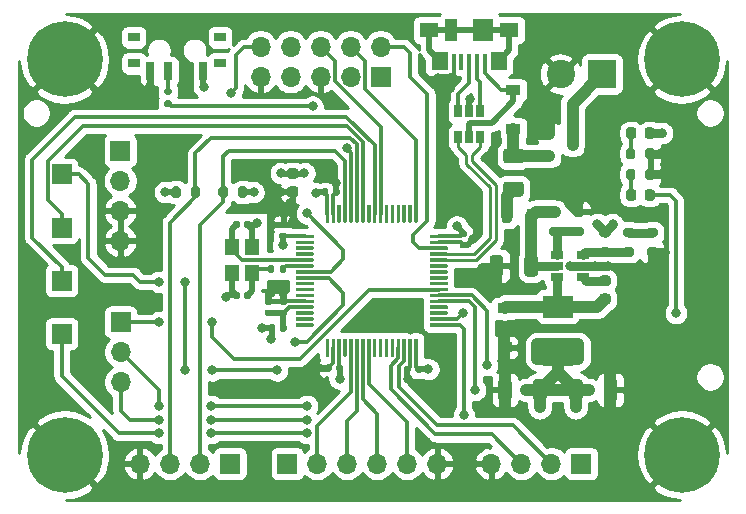
<source format=gbr>
%TF.GenerationSoftware,KiCad,Pcbnew,(5.1.10)-1*%
%TF.CreationDate,2021-07-10T11:27:39-07:00*%
%TF.ProjectId,willios_v2,77696c6c-696f-4735-9f76-322e6b696361,rev?*%
%TF.SameCoordinates,Original*%
%TF.FileFunction,Copper,L1,Top*%
%TF.FilePolarity,Positive*%
%FSLAX46Y46*%
G04 Gerber Fmt 4.6, Leading zero omitted, Abs format (unit mm)*
G04 Created by KiCad (PCBNEW (5.1.10)-1) date 2021-07-10 11:27:39*
%MOMM*%
%LPD*%
G01*
G04 APERTURE LIST*
%TA.AperFunction,ComponentPad*%
%ADD10O,1.700000X1.700000*%
%TD*%
%TA.AperFunction,ComponentPad*%
%ADD11R,1.700000X1.700000*%
%TD*%
%TA.AperFunction,ComponentPad*%
%ADD12C,6.400000*%
%TD*%
%TA.AperFunction,ComponentPad*%
%ADD13C,0.800000*%
%TD*%
%TA.AperFunction,SMDPad,CuDef*%
%ADD14R,1.200000X0.900000*%
%TD*%
%TA.AperFunction,ComponentPad*%
%ADD15R,2.400000X2.400000*%
%TD*%
%TA.AperFunction,ComponentPad*%
%ADD16C,2.400000*%
%TD*%
%TA.AperFunction,SMDPad,CuDef*%
%ADD17R,0.450000X1.380000*%
%TD*%
%TA.AperFunction,SMDPad,CuDef*%
%ADD18R,1.425000X1.550000*%
%TD*%
%TA.AperFunction,SMDPad,CuDef*%
%ADD19R,1.650000X1.300000*%
%TD*%
%TA.AperFunction,SMDPad,CuDef*%
%ADD20R,1.800000X1.900000*%
%TD*%
%TA.AperFunction,SMDPad,CuDef*%
%ADD21R,1.000000X1.900000*%
%TD*%
%TA.AperFunction,SMDPad,CuDef*%
%ADD22R,2.500000X1.900000*%
%TD*%
%TA.AperFunction,SMDPad,CuDef*%
%ADD23R,0.900000X0.800000*%
%TD*%
%TA.AperFunction,SMDPad,CuDef*%
%ADD24R,0.700000X1.500000*%
%TD*%
%TA.AperFunction,SMDPad,CuDef*%
%ADD25R,1.000000X0.800000*%
%TD*%
%TA.AperFunction,SMDPad,CuDef*%
%ADD26R,1.060000X0.650000*%
%TD*%
%TA.AperFunction,SMDPad,CuDef*%
%ADD27R,0.650000X1.060000*%
%TD*%
%TA.AperFunction,SMDPad,CuDef*%
%ADD28R,1.200000X1.400000*%
%TD*%
%TA.AperFunction,ViaPad*%
%ADD29C,0.800000*%
%TD*%
%TA.AperFunction,Conductor*%
%ADD30C,1.000000*%
%TD*%
%TA.AperFunction,Conductor*%
%ADD31C,0.750000*%
%TD*%
%TA.AperFunction,Conductor*%
%ADD32C,0.300000*%
%TD*%
%TA.AperFunction,Conductor*%
%ADD33C,0.500000*%
%TD*%
%TA.AperFunction,Conductor*%
%ADD34C,0.261112*%
%TD*%
%TA.AperFunction,Conductor*%
%ADD35C,0.254000*%
%TD*%
%TA.AperFunction,Conductor*%
%ADD36C,0.100000*%
%TD*%
G04 APERTURE END LIST*
D10*
%TO.P,J9,4*%
%TO.N,GND*%
X90700000Y-135620000D03*
%TO.P,J9,3*%
X90700000Y-133080000D03*
%TO.P,J9,2*%
%TO.N,+3V3*%
X90700000Y-130540000D03*
D11*
%TO.P,J9,1*%
X90700000Y-128000000D03*
%TD*%
%TO.P,R7,1*%
%TO.N,+3V3*%
%TA.AperFunction,SMDPad,CuDef*%
G36*
G01*
X101475000Y-131225000D02*
X101475000Y-131775000D01*
G75*
G02*
X101275000Y-131975000I-200000J0D01*
G01*
X100875000Y-131975000D01*
G75*
G02*
X100675000Y-131775000I0J200000D01*
G01*
X100675000Y-131225000D01*
G75*
G02*
X100875000Y-131025000I200000J0D01*
G01*
X101275000Y-131025000D01*
G75*
G02*
X101475000Y-131225000I0J-200000D01*
G01*
G37*
%TD.AperFunction*%
%TO.P,R7,2*%
%TO.N,I2C1_SCL*%
%TA.AperFunction,SMDPad,CuDef*%
G36*
G01*
X99825000Y-131225000D02*
X99825000Y-131775000D01*
G75*
G02*
X99625000Y-131975000I-200000J0D01*
G01*
X99225000Y-131975000D01*
G75*
G02*
X99025000Y-131775000I0J200000D01*
G01*
X99025000Y-131225000D01*
G75*
G02*
X99225000Y-131025000I200000J0D01*
G01*
X99625000Y-131025000D01*
G75*
G02*
X99825000Y-131225000I0J-200000D01*
G01*
G37*
%TD.AperFunction*%
%TD*%
D12*
%TO.P,H1,1*%
%TO.N,GND*%
X86000000Y-120250000D03*
D13*
X88400000Y-120250000D03*
X87697056Y-121947056D03*
X86000000Y-122650000D03*
X84302944Y-121947056D03*
X83600000Y-120250000D03*
X84302944Y-118552944D03*
X86000000Y-117850000D03*
X87697056Y-118552944D03*
%TD*%
D11*
%TO.P,J12,1*%
%TO.N,TIM4_CH1*%
X85750000Y-134500000D03*
%TD*%
%TO.P,J11,1*%
%TO.N,TIM3_CH1*%
X85750000Y-139000000D03*
%TD*%
%TO.P,J10,1*%
%TO.N,PB12_GPIO*%
X85750000Y-143500000D03*
%TD*%
D10*
%TO.P,J8,3*%
%TO.N,PC6_GPIO*%
X90750000Y-147580000D03*
%TO.P,J8,2*%
%TO.N,PC7_GPIO*%
X90750000Y-145040000D03*
D11*
%TO.P,J8,1*%
%TO.N,PC8_GPIO*%
X90750000Y-142500000D03*
%TD*%
%TO.P,J7,1*%
%TO.N,ADC1_IN1*%
X85750000Y-130000000D03*
%TD*%
D10*
%TO.P,J6,6*%
%TO.N,GND*%
X117540000Y-154500000D03*
%TO.P,J6,5*%
%TO.N,SPI1_CS*%
X115000000Y-154500000D03*
%TO.P,J6,4*%
%TO.N,SPI1_MOSI*%
X112460000Y-154500000D03*
%TO.P,J6,3*%
%TO.N,SPI1_MISO*%
X109920000Y-154500000D03*
%TO.P,J6,2*%
%TO.N,SPI1_SCK*%
X107380000Y-154500000D03*
D11*
%TO.P,J6,1*%
%TO.N,+3V3*%
X104840000Y-154500000D03*
%TD*%
D10*
%TO.P,J5,4*%
%TO.N,GND*%
X92380000Y-154500000D03*
%TO.P,J5,3*%
%TO.N,I2C1_SDA*%
X94920000Y-154500000D03*
%TO.P,J5,2*%
%TO.N,I2C1_SCL*%
X97460000Y-154500000D03*
D11*
%TO.P,J5,1*%
%TO.N,+3V3*%
X100000000Y-154500000D03*
%TD*%
D10*
%TO.P,J4,4*%
%TO.N,GND*%
X122130000Y-154500000D03*
%TO.P,J4,3*%
%TO.N,USART3_TX*%
X124670000Y-154500000D03*
%TO.P,J4,2*%
%TO.N,USART3_RX*%
X127210000Y-154500000D03*
D11*
%TO.P,J4,1*%
%TO.N,+3V3*%
X129750000Y-154500000D03*
%TD*%
%TO.P,C1,2*%
%TO.N,BUCK_SW*%
%TA.AperFunction,SMDPad,CuDef*%
G36*
G01*
X131500000Y-140100000D02*
X132000000Y-140100000D01*
G75*
G02*
X132225000Y-140325000I0J-225000D01*
G01*
X132225000Y-140775000D01*
G75*
G02*
X132000000Y-141000000I-225000J0D01*
G01*
X131500000Y-141000000D01*
G75*
G02*
X131275000Y-140775000I0J225000D01*
G01*
X131275000Y-140325000D01*
G75*
G02*
X131500000Y-140100000I225000J0D01*
G01*
G37*
%TD.AperFunction*%
%TO.P,C1,1*%
%TO.N,BUCK_BST*%
%TA.AperFunction,SMDPad,CuDef*%
G36*
G01*
X131500000Y-138550000D02*
X132000000Y-138550000D01*
G75*
G02*
X132225000Y-138775000I0J-225000D01*
G01*
X132225000Y-139225000D01*
G75*
G02*
X132000000Y-139450000I-225000J0D01*
G01*
X131500000Y-139450000D01*
G75*
G02*
X131275000Y-139225000I0J225000D01*
G01*
X131275000Y-138775000D01*
G75*
G02*
X131500000Y-138550000I225000J0D01*
G01*
G37*
%TD.AperFunction*%
%TD*%
%TO.P,C2,1*%
%TO.N,BUCK_IN*%
%TA.AperFunction,SMDPad,CuDef*%
G36*
G01*
X126075000Y-137099999D02*
X126075000Y-138400001D01*
G75*
G02*
X125825001Y-138650000I-249999J0D01*
G01*
X125174999Y-138650000D01*
G75*
G02*
X124925000Y-138400001I0J249999D01*
G01*
X124925000Y-137099999D01*
G75*
G02*
X125174999Y-136850000I249999J0D01*
G01*
X125825001Y-136850000D01*
G75*
G02*
X126075000Y-137099999I0J-249999D01*
G01*
G37*
%TD.AperFunction*%
%TO.P,C2,2*%
%TO.N,GND*%
%TA.AperFunction,SMDPad,CuDef*%
G36*
G01*
X123125000Y-137099999D02*
X123125000Y-138400001D01*
G75*
G02*
X122875001Y-138650000I-249999J0D01*
G01*
X122224999Y-138650000D01*
G75*
G02*
X121975000Y-138400001I0J249999D01*
G01*
X121975000Y-137099999D01*
G75*
G02*
X122224999Y-136850000I249999J0D01*
G01*
X122875001Y-136850000D01*
G75*
G02*
X123125000Y-137099999I0J-249999D01*
G01*
G37*
%TD.AperFunction*%
%TD*%
%TO.P,C3,2*%
%TO.N,GND*%
%TA.AperFunction,SMDPad,CuDef*%
G36*
G01*
X131650000Y-148900001D02*
X131650000Y-147599999D01*
G75*
G02*
X131899999Y-147350000I249999J0D01*
G01*
X132550001Y-147350000D01*
G75*
G02*
X132800000Y-147599999I0J-249999D01*
G01*
X132800000Y-148900001D01*
G75*
G02*
X132550001Y-149150000I-249999J0D01*
G01*
X131899999Y-149150000D01*
G75*
G02*
X131650000Y-148900001I0J249999D01*
G01*
G37*
%TD.AperFunction*%
%TO.P,C3,1*%
%TO.N,+3V3*%
%TA.AperFunction,SMDPad,CuDef*%
G36*
G01*
X128700000Y-148900001D02*
X128700000Y-147599999D01*
G75*
G02*
X128949999Y-147350000I249999J0D01*
G01*
X129600001Y-147350000D01*
G75*
G02*
X129850000Y-147599999I0J-249999D01*
G01*
X129850000Y-148900001D01*
G75*
G02*
X129600001Y-149150000I-249999J0D01*
G01*
X128949999Y-149150000D01*
G75*
G02*
X128700000Y-148900001I0J249999D01*
G01*
G37*
%TD.AperFunction*%
%TD*%
%TO.P,C4,1*%
%TO.N,+3V3*%
%TA.AperFunction,SMDPad,CuDef*%
G36*
G01*
X126800000Y-147599999D02*
X126800000Y-148900001D01*
G75*
G02*
X126550001Y-149150000I-249999J0D01*
G01*
X125899999Y-149150000D01*
G75*
G02*
X125650000Y-148900001I0J249999D01*
G01*
X125650000Y-147599999D01*
G75*
G02*
X125899999Y-147350000I249999J0D01*
G01*
X126550001Y-147350000D01*
G75*
G02*
X126800000Y-147599999I0J-249999D01*
G01*
G37*
%TD.AperFunction*%
%TO.P,C4,2*%
%TO.N,GND*%
%TA.AperFunction,SMDPad,CuDef*%
G36*
G01*
X123850000Y-147599999D02*
X123850000Y-148900001D01*
G75*
G02*
X123600001Y-149150000I-249999J0D01*
G01*
X122949999Y-149150000D01*
G75*
G02*
X122700000Y-148900001I0J249999D01*
G01*
X122700000Y-147599999D01*
G75*
G02*
X122949999Y-147350000I249999J0D01*
G01*
X123600001Y-147350000D01*
G75*
G02*
X123850000Y-147599999I0J-249999D01*
G01*
G37*
%TD.AperFunction*%
%TD*%
%TO.P,C5,1*%
%TO.N,+3V3*%
%TA.AperFunction,SMDPad,CuDef*%
G36*
G01*
X105050000Y-129475000D02*
X105550000Y-129475000D01*
G75*
G02*
X105775000Y-129700000I0J-225000D01*
G01*
X105775000Y-130150000D01*
G75*
G02*
X105550000Y-130375000I-225000J0D01*
G01*
X105050000Y-130375000D01*
G75*
G02*
X104825000Y-130150000I0J225000D01*
G01*
X104825000Y-129700000D01*
G75*
G02*
X105050000Y-129475000I225000J0D01*
G01*
G37*
%TD.AperFunction*%
%TO.P,C5,2*%
%TO.N,GND*%
%TA.AperFunction,SMDPad,CuDef*%
G36*
G01*
X105050000Y-131025000D02*
X105550000Y-131025000D01*
G75*
G02*
X105775000Y-131250000I0J-225000D01*
G01*
X105775000Y-131700000D01*
G75*
G02*
X105550000Y-131925000I-225000J0D01*
G01*
X105050000Y-131925000D01*
G75*
G02*
X104825000Y-131700000I0J225000D01*
G01*
X104825000Y-131250000D01*
G75*
G02*
X105050000Y-131025000I225000J0D01*
G01*
G37*
%TD.AperFunction*%
%TD*%
%TO.P,C6,2*%
%TO.N,GND*%
%TA.AperFunction,SMDPad,CuDef*%
G36*
G01*
X108720000Y-131670000D02*
X108720000Y-131330000D01*
G75*
G02*
X108860000Y-131190000I140000J0D01*
G01*
X109140000Y-131190000D01*
G75*
G02*
X109280000Y-131330000I0J-140000D01*
G01*
X109280000Y-131670000D01*
G75*
G02*
X109140000Y-131810000I-140000J0D01*
G01*
X108860000Y-131810000D01*
G75*
G02*
X108720000Y-131670000I0J140000D01*
G01*
G37*
%TD.AperFunction*%
%TO.P,C6,1*%
%TO.N,+3V3*%
%TA.AperFunction,SMDPad,CuDef*%
G36*
G01*
X107760000Y-131670000D02*
X107760000Y-131330000D01*
G75*
G02*
X107900000Y-131190000I140000J0D01*
G01*
X108180000Y-131190000D01*
G75*
G02*
X108320000Y-131330000I0J-140000D01*
G01*
X108320000Y-131670000D01*
G75*
G02*
X108180000Y-131810000I-140000J0D01*
G01*
X107900000Y-131810000D01*
G75*
G02*
X107760000Y-131670000I0J140000D01*
G01*
G37*
%TD.AperFunction*%
%TD*%
%TO.P,C7,1*%
%TO.N,+3V3*%
%TA.AperFunction,SMDPad,CuDef*%
G36*
G01*
X109560000Y-146230000D02*
X109560000Y-146570000D01*
G75*
G02*
X109420000Y-146710000I-140000J0D01*
G01*
X109140000Y-146710000D01*
G75*
G02*
X109000000Y-146570000I0J140000D01*
G01*
X109000000Y-146230000D01*
G75*
G02*
X109140000Y-146090000I140000J0D01*
G01*
X109420000Y-146090000D01*
G75*
G02*
X109560000Y-146230000I0J-140000D01*
G01*
G37*
%TD.AperFunction*%
%TO.P,C7,2*%
%TO.N,GND*%
%TA.AperFunction,SMDPad,CuDef*%
G36*
G01*
X108600000Y-146230000D02*
X108600000Y-146570000D01*
G75*
G02*
X108460000Y-146710000I-140000J0D01*
G01*
X108180000Y-146710000D01*
G75*
G02*
X108040000Y-146570000I0J140000D01*
G01*
X108040000Y-146230000D01*
G75*
G02*
X108180000Y-146090000I140000J0D01*
G01*
X108460000Y-146090000D01*
G75*
G02*
X108600000Y-146230000I0J-140000D01*
G01*
G37*
%TD.AperFunction*%
%TD*%
%TO.P,C8,2*%
%TO.N,GND*%
%TA.AperFunction,SMDPad,CuDef*%
G36*
G01*
X115300000Y-146330000D02*
X115300000Y-146670000D01*
G75*
G02*
X115160000Y-146810000I-140000J0D01*
G01*
X114880000Y-146810000D01*
G75*
G02*
X114740000Y-146670000I0J140000D01*
G01*
X114740000Y-146330000D01*
G75*
G02*
X114880000Y-146190000I140000J0D01*
G01*
X115160000Y-146190000D01*
G75*
G02*
X115300000Y-146330000I0J-140000D01*
G01*
G37*
%TD.AperFunction*%
%TO.P,C8,1*%
%TO.N,+3V3*%
%TA.AperFunction,SMDPad,CuDef*%
G36*
G01*
X116260000Y-146330000D02*
X116260000Y-146670000D01*
G75*
G02*
X116120000Y-146810000I-140000J0D01*
G01*
X115840000Y-146810000D01*
G75*
G02*
X115700000Y-146670000I0J140000D01*
G01*
X115700000Y-146330000D01*
G75*
G02*
X115840000Y-146190000I140000J0D01*
G01*
X116120000Y-146190000D01*
G75*
G02*
X116260000Y-146330000I0J-140000D01*
G01*
G37*
%TD.AperFunction*%
%TD*%
%TO.P,C9,1*%
%TO.N,+3V3*%
%TA.AperFunction,SMDPad,CuDef*%
G36*
G01*
X119580000Y-134740000D02*
X119920000Y-134740000D01*
G75*
G02*
X120060000Y-134880000I0J-140000D01*
G01*
X120060000Y-135160000D01*
G75*
G02*
X119920000Y-135300000I-140000J0D01*
G01*
X119580000Y-135300000D01*
G75*
G02*
X119440000Y-135160000I0J140000D01*
G01*
X119440000Y-134880000D01*
G75*
G02*
X119580000Y-134740000I140000J0D01*
G01*
G37*
%TD.AperFunction*%
%TO.P,C9,2*%
%TO.N,GND*%
%TA.AperFunction,SMDPad,CuDef*%
G36*
G01*
X119580000Y-135700000D02*
X119920000Y-135700000D01*
G75*
G02*
X120060000Y-135840000I0J-140000D01*
G01*
X120060000Y-136120000D01*
G75*
G02*
X119920000Y-136260000I-140000J0D01*
G01*
X119580000Y-136260000D01*
G75*
G02*
X119440000Y-136120000I0J140000D01*
G01*
X119440000Y-135840000D01*
G75*
G02*
X119580000Y-135700000I140000J0D01*
G01*
G37*
%TD.AperFunction*%
%TD*%
%TO.P,C10,1*%
%TO.N,+3V3*%
%TA.AperFunction,SMDPad,CuDef*%
G36*
G01*
X104670000Y-135510000D02*
X104330000Y-135510000D01*
G75*
G02*
X104190000Y-135370000I0J140000D01*
G01*
X104190000Y-135090000D01*
G75*
G02*
X104330000Y-134950000I140000J0D01*
G01*
X104670000Y-134950000D01*
G75*
G02*
X104810000Y-135090000I0J-140000D01*
G01*
X104810000Y-135370000D01*
G75*
G02*
X104670000Y-135510000I-140000J0D01*
G01*
G37*
%TD.AperFunction*%
%TO.P,C10,2*%
%TO.N,GND*%
%TA.AperFunction,SMDPad,CuDef*%
G36*
G01*
X104670000Y-134550000D02*
X104330000Y-134550000D01*
G75*
G02*
X104190000Y-134410000I0J140000D01*
G01*
X104190000Y-134130000D01*
G75*
G02*
X104330000Y-133990000I140000J0D01*
G01*
X104670000Y-133990000D01*
G75*
G02*
X104810000Y-134130000I0J-140000D01*
G01*
X104810000Y-134410000D01*
G75*
G02*
X104670000Y-134550000I-140000J0D01*
G01*
G37*
%TD.AperFunction*%
%TD*%
%TO.P,C11,2*%
%TO.N,GND*%
%TA.AperFunction,SMDPad,CuDef*%
G36*
G01*
X103420000Y-141050000D02*
X103080000Y-141050000D01*
G75*
G02*
X102940000Y-140910000I0J140000D01*
G01*
X102940000Y-140630000D01*
G75*
G02*
X103080000Y-140490000I140000J0D01*
G01*
X103420000Y-140490000D01*
G75*
G02*
X103560000Y-140630000I0J-140000D01*
G01*
X103560000Y-140910000D01*
G75*
G02*
X103420000Y-141050000I-140000J0D01*
G01*
G37*
%TD.AperFunction*%
%TO.P,C11,1*%
%TO.N,+3.3VA*%
%TA.AperFunction,SMDPad,CuDef*%
G36*
G01*
X103420000Y-142010000D02*
X103080000Y-142010000D01*
G75*
G02*
X102940000Y-141870000I0J140000D01*
G01*
X102940000Y-141590000D01*
G75*
G02*
X103080000Y-141450000I140000J0D01*
G01*
X103420000Y-141450000D01*
G75*
G02*
X103560000Y-141590000I0J-140000D01*
G01*
X103560000Y-141870000D01*
G75*
G02*
X103420000Y-142010000I-140000J0D01*
G01*
G37*
%TD.AperFunction*%
%TD*%
%TO.P,C12,1*%
%TO.N,+3.3VA*%
%TA.AperFunction,SMDPad,CuDef*%
G36*
G01*
X104670000Y-142010000D02*
X104330000Y-142010000D01*
G75*
G02*
X104190000Y-141870000I0J140000D01*
G01*
X104190000Y-141590000D01*
G75*
G02*
X104330000Y-141450000I140000J0D01*
G01*
X104670000Y-141450000D01*
G75*
G02*
X104810000Y-141590000I0J-140000D01*
G01*
X104810000Y-141870000D01*
G75*
G02*
X104670000Y-142010000I-140000J0D01*
G01*
G37*
%TD.AperFunction*%
%TO.P,C12,2*%
%TO.N,GND*%
%TA.AperFunction,SMDPad,CuDef*%
G36*
G01*
X104670000Y-141050000D02*
X104330000Y-141050000D01*
G75*
G02*
X104190000Y-140910000I0J140000D01*
G01*
X104190000Y-140630000D01*
G75*
G02*
X104330000Y-140490000I140000J0D01*
G01*
X104670000Y-140490000D01*
G75*
G02*
X104810000Y-140630000I0J-140000D01*
G01*
X104810000Y-140910000D01*
G75*
G02*
X104670000Y-141050000I-140000J0D01*
G01*
G37*
%TD.AperFunction*%
%TD*%
%TO.P,C13,1*%
%TO.N,HSE_IN*%
%TA.AperFunction,SMDPad,CuDef*%
G36*
G01*
X100260000Y-134420000D02*
X100260000Y-134080000D01*
G75*
G02*
X100400000Y-133940000I140000J0D01*
G01*
X100680000Y-133940000D01*
G75*
G02*
X100820000Y-134080000I0J-140000D01*
G01*
X100820000Y-134420000D01*
G75*
G02*
X100680000Y-134560000I-140000J0D01*
G01*
X100400000Y-134560000D01*
G75*
G02*
X100260000Y-134420000I0J140000D01*
G01*
G37*
%TD.AperFunction*%
%TO.P,C13,2*%
%TO.N,GND*%
%TA.AperFunction,SMDPad,CuDef*%
G36*
G01*
X101220000Y-134420000D02*
X101220000Y-134080000D01*
G75*
G02*
X101360000Y-133940000I140000J0D01*
G01*
X101640000Y-133940000D01*
G75*
G02*
X101780000Y-134080000I0J-140000D01*
G01*
X101780000Y-134420000D01*
G75*
G02*
X101640000Y-134560000I-140000J0D01*
G01*
X101360000Y-134560000D01*
G75*
G02*
X101220000Y-134420000I0J140000D01*
G01*
G37*
%TD.AperFunction*%
%TD*%
%TO.P,C14,2*%
%TO.N,GND*%
%TA.AperFunction,SMDPad,CuDef*%
G36*
G01*
X100820000Y-140080000D02*
X100820000Y-140420000D01*
G75*
G02*
X100680000Y-140560000I-140000J0D01*
G01*
X100400000Y-140560000D01*
G75*
G02*
X100260000Y-140420000I0J140000D01*
G01*
X100260000Y-140080000D01*
G75*
G02*
X100400000Y-139940000I140000J0D01*
G01*
X100680000Y-139940000D01*
G75*
G02*
X100820000Y-140080000I0J-140000D01*
G01*
G37*
%TD.AperFunction*%
%TO.P,C14,1*%
%TO.N,Net-(C14-Pad1)*%
%TA.AperFunction,SMDPad,CuDef*%
G36*
G01*
X101780000Y-140080000D02*
X101780000Y-140420000D01*
G75*
G02*
X101640000Y-140560000I-140000J0D01*
G01*
X101360000Y-140560000D01*
G75*
G02*
X101220000Y-140420000I0J140000D01*
G01*
X101220000Y-140080000D01*
G75*
G02*
X101360000Y-139940000I140000J0D01*
G01*
X101640000Y-139940000D01*
G75*
G02*
X101780000Y-140080000I0J-140000D01*
G01*
G37*
%TD.AperFunction*%
%TD*%
D14*
%TO.P,D1,2*%
%TO.N,+5V*%
X124000000Y-122850000D03*
%TO.P,D1,1*%
%TO.N,Net-(D1-Pad1)*%
X124000000Y-126150000D03*
%TD*%
%TO.P,D2,1*%
%TO.N,BUCK_SW*%
X123250000Y-141350000D03*
%TO.P,D2,2*%
%TO.N,GND*%
X123250000Y-144650000D03*
%TD*%
%TO.P,D3,1*%
%TO.N,Net-(D3-Pad1)*%
%TA.AperFunction,SMDPad,CuDef*%
G36*
G01*
X133525000Y-126756250D02*
X133525000Y-126243750D01*
G75*
G02*
X133743750Y-126025000I218750J0D01*
G01*
X134181250Y-126025000D01*
G75*
G02*
X134400000Y-126243750I0J-218750D01*
G01*
X134400000Y-126756250D01*
G75*
G02*
X134181250Y-126975000I-218750J0D01*
G01*
X133743750Y-126975000D01*
G75*
G02*
X133525000Y-126756250I0J218750D01*
G01*
G37*
%TD.AperFunction*%
%TO.P,D3,2*%
%TO.N,+3V3*%
%TA.AperFunction,SMDPad,CuDef*%
G36*
G01*
X135100000Y-126756250D02*
X135100000Y-126243750D01*
G75*
G02*
X135318750Y-126025000I218750J0D01*
G01*
X135756250Y-126025000D01*
G75*
G02*
X135975000Y-126243750I0J-218750D01*
G01*
X135975000Y-126756250D01*
G75*
G02*
X135756250Y-126975000I-218750J0D01*
G01*
X135318750Y-126975000D01*
G75*
G02*
X135100000Y-126756250I0J218750D01*
G01*
G37*
%TD.AperFunction*%
%TD*%
%TO.P,D4,2*%
%TO.N,LED_STATUS*%
%TA.AperFunction,SMDPad,CuDef*%
G36*
G01*
X135100000Y-132006250D02*
X135100000Y-131493750D01*
G75*
G02*
X135318750Y-131275000I218750J0D01*
G01*
X135756250Y-131275000D01*
G75*
G02*
X135975000Y-131493750I0J-218750D01*
G01*
X135975000Y-132006250D01*
G75*
G02*
X135756250Y-132225000I-218750J0D01*
G01*
X135318750Y-132225000D01*
G75*
G02*
X135100000Y-132006250I0J218750D01*
G01*
G37*
%TD.AperFunction*%
%TO.P,D4,1*%
%TO.N,Net-(D4-Pad1)*%
%TA.AperFunction,SMDPad,CuDef*%
G36*
G01*
X133525000Y-132006250D02*
X133525000Y-131493750D01*
G75*
G02*
X133743750Y-131275000I218750J0D01*
G01*
X134181250Y-131275000D01*
G75*
G02*
X134400000Y-131493750I0J-218750D01*
G01*
X134400000Y-132006250D01*
G75*
G02*
X134181250Y-132225000I-218750J0D01*
G01*
X133743750Y-132225000D01*
G75*
G02*
X133525000Y-132006250I0J218750D01*
G01*
G37*
%TD.AperFunction*%
%TD*%
%TO.P,F1,1*%
%TO.N,Net-(F1-Pad1)*%
%TA.AperFunction,SMDPad,CuDef*%
G36*
G01*
X124625000Y-131875000D02*
X123375000Y-131875000D01*
G75*
G02*
X123125000Y-131625000I0J250000D01*
G01*
X123125000Y-130875000D01*
G75*
G02*
X123375000Y-130625000I250000J0D01*
G01*
X124625000Y-130625000D01*
G75*
G02*
X124875000Y-130875000I0J-250000D01*
G01*
X124875000Y-131625000D01*
G75*
G02*
X124625000Y-131875000I-250000J0D01*
G01*
G37*
%TD.AperFunction*%
%TO.P,F1,2*%
%TO.N,Net-(D1-Pad1)*%
%TA.AperFunction,SMDPad,CuDef*%
G36*
G01*
X124625000Y-129075000D02*
X123375000Y-129075000D01*
G75*
G02*
X123125000Y-128825000I0J250000D01*
G01*
X123125000Y-128075000D01*
G75*
G02*
X123375000Y-127825000I250000J0D01*
G01*
X124625000Y-127825000D01*
G75*
G02*
X124875000Y-128075000I0J-250000D01*
G01*
X124875000Y-128825000D01*
G75*
G02*
X124625000Y-129075000I-250000J0D01*
G01*
G37*
%TD.AperFunction*%
%TD*%
%TO.P,FB1,1*%
%TO.N,BUCK_IN*%
%TA.AperFunction,SMDPad,CuDef*%
G36*
G01*
X126000000Y-133118750D02*
X126000000Y-133881250D01*
G75*
G02*
X125781250Y-134100000I-218750J0D01*
G01*
X125343750Y-134100000D01*
G75*
G02*
X125125000Y-133881250I0J218750D01*
G01*
X125125000Y-133118750D01*
G75*
G02*
X125343750Y-132900000I218750J0D01*
G01*
X125781250Y-132900000D01*
G75*
G02*
X126000000Y-133118750I0J-218750D01*
G01*
G37*
%TD.AperFunction*%
%TO.P,FB1,2*%
%TO.N,Net-(F1-Pad1)*%
%TA.AperFunction,SMDPad,CuDef*%
G36*
G01*
X123875000Y-133118750D02*
X123875000Y-133881250D01*
G75*
G02*
X123656250Y-134100000I-218750J0D01*
G01*
X123218750Y-134100000D01*
G75*
G02*
X123000000Y-133881250I0J218750D01*
G01*
X123000000Y-133118750D01*
G75*
G02*
X123218750Y-132900000I218750J0D01*
G01*
X123656250Y-132900000D01*
G75*
G02*
X123875000Y-133118750I0J-218750D01*
G01*
G37*
%TD.AperFunction*%
%TD*%
D13*
%TO.P,H2,1*%
%TO.N,GND*%
X139947056Y-118552944D03*
X138250000Y-117850000D03*
X136552944Y-118552944D03*
X135850000Y-120250000D03*
X136552944Y-121947056D03*
X138250000Y-122650000D03*
X139947056Y-121947056D03*
X140650000Y-120250000D03*
D12*
X138250000Y-120250000D03*
%TD*%
%TO.P,H3,1*%
%TO.N,GND*%
X86000000Y-153750000D03*
D13*
X88400000Y-153750000D03*
X87697056Y-155447056D03*
X86000000Y-156150000D03*
X84302944Y-155447056D03*
X83600000Y-153750000D03*
X84302944Y-152052944D03*
X86000000Y-151350000D03*
X87697056Y-152052944D03*
%TD*%
%TO.P,H4,1*%
%TO.N,GND*%
X139947056Y-152052944D03*
X138250000Y-151350000D03*
X136552944Y-152052944D03*
X135850000Y-153750000D03*
X136552944Y-155447056D03*
X138250000Y-156150000D03*
X139947056Y-155447056D03*
X140650000Y-153750000D03*
D12*
X138250000Y-153750000D03*
%TD*%
D15*
%TO.P,J1,1*%
%TO.N,+9V*%
X131500000Y-121500000D03*
D16*
%TO.P,J1,2*%
%TO.N,GND*%
X128000000Y-121500000D03*
%TD*%
D17*
%TO.P,J2,1*%
%TO.N,+5V*%
X121550000Y-120460000D03*
%TO.P,J2,2*%
%TO.N,USB_CONN_D-*%
X120900000Y-120460000D03*
%TO.P,J2,3*%
%TO.N,USB_CONN_D+*%
X120250000Y-120460000D03*
%TO.P,J2,4*%
%TO.N,Net-(J2-Pad4)*%
X119600000Y-120460000D03*
%TO.P,J2,5*%
%TO.N,GND*%
X118950000Y-120460000D03*
D18*
%TO.P,J2,6*%
%TO.N,Net-(J2-Pad6)*%
X122737500Y-120375000D03*
X117762500Y-120375000D03*
D19*
X123625000Y-117800000D03*
X116875000Y-117800000D03*
D20*
X121400000Y-117800000D03*
D21*
X118700000Y-117800000D03*
%TD*%
D11*
%TO.P,J3,1*%
%TO.N,+3V3*%
X112750000Y-121750000D03*
D10*
%TO.P,J3,2*%
%TO.N,SWDIO*%
X112750000Y-119210000D03*
%TO.P,J3,3*%
%TO.N,GND*%
X110210000Y-121750000D03*
%TO.P,J3,4*%
%TO.N,SWCLK*%
X110210000Y-119210000D03*
%TO.P,J3,5*%
%TO.N,GND*%
X107670000Y-121750000D03*
%TO.P,J3,6*%
%TO.N,SWO*%
X107670000Y-119210000D03*
%TO.P,J3,7*%
%TO.N,Net-(J3-Pad7)*%
X105130000Y-121750000D03*
%TO.P,J3,8*%
%TO.N,Net-(J3-Pad8)*%
X105130000Y-119210000D03*
%TO.P,J3,9*%
%TO.N,GND*%
X102590000Y-121750000D03*
%TO.P,J3,10*%
%TO.N,NRST*%
X102590000Y-119210000D03*
%TD*%
D22*
%TO.P,L1,1*%
%TO.N,BUCK_SW*%
X127750000Y-141200000D03*
%TO.P,L1,2*%
%TO.N,+3V3*%
X127750000Y-145300000D03*
%TD*%
%TO.P,L2,1*%
%TO.N,+3V3*%
%TA.AperFunction,SMDPad,CuDef*%
G36*
G01*
X103235000Y-143172500D02*
X103235000Y-142827500D01*
G75*
G02*
X103382500Y-142680000I147500J0D01*
G01*
X103677500Y-142680000D01*
G75*
G02*
X103825000Y-142827500I0J-147500D01*
G01*
X103825000Y-143172500D01*
G75*
G02*
X103677500Y-143320000I-147500J0D01*
G01*
X103382500Y-143320000D01*
G75*
G02*
X103235000Y-143172500I0J147500D01*
G01*
G37*
%TD.AperFunction*%
%TO.P,L2,2*%
%TO.N,+3.3VA*%
%TA.AperFunction,SMDPad,CuDef*%
G36*
G01*
X104205000Y-143172500D02*
X104205000Y-142827500D01*
G75*
G02*
X104352500Y-142680000I147500J0D01*
G01*
X104647500Y-142680000D01*
G75*
G02*
X104795000Y-142827500I0J-147500D01*
G01*
X104795000Y-143172500D01*
G75*
G02*
X104647500Y-143320000I-147500J0D01*
G01*
X104352500Y-143320000D01*
G75*
G02*
X104205000Y-143172500I0J147500D01*
G01*
G37*
%TD.AperFunction*%
%TD*%
D23*
%TO.P,Q1,1*%
%TO.N,GND*%
X127000000Y-126550000D03*
%TO.P,Q1,2*%
%TO.N,Net-(D1-Pad1)*%
X127000000Y-128450000D03*
%TO.P,Q1,3*%
%TO.N,+9V*%
X129000000Y-127500000D03*
%TD*%
%TO.P,R1,1*%
%TO.N,BUCK_IN*%
%TA.AperFunction,SMDPad,CuDef*%
G36*
G01*
X127225000Y-132775000D02*
X127775000Y-132775000D01*
G75*
G02*
X127975000Y-132975000I0J-200000D01*
G01*
X127975000Y-133375000D01*
G75*
G02*
X127775000Y-133575000I-200000J0D01*
G01*
X127225000Y-133575000D01*
G75*
G02*
X127025000Y-133375000I0J200000D01*
G01*
X127025000Y-132975000D01*
G75*
G02*
X127225000Y-132775000I200000J0D01*
G01*
G37*
%TD.AperFunction*%
%TO.P,R1,2*%
%TO.N,BUCK_EN*%
%TA.AperFunction,SMDPad,CuDef*%
G36*
G01*
X127225000Y-134425000D02*
X127775000Y-134425000D01*
G75*
G02*
X127975000Y-134625000I0J-200000D01*
G01*
X127975000Y-135025000D01*
G75*
G02*
X127775000Y-135225000I-200000J0D01*
G01*
X127225000Y-135225000D01*
G75*
G02*
X127025000Y-135025000I0J200000D01*
G01*
X127025000Y-134625000D01*
G75*
G02*
X127225000Y-134425000I200000J0D01*
G01*
G37*
%TD.AperFunction*%
%TD*%
%TO.P,R2,2*%
%TO.N,GND*%
%TA.AperFunction,SMDPad,CuDef*%
G36*
G01*
X129775000Y-133575000D02*
X129225000Y-133575000D01*
G75*
G02*
X129025000Y-133375000I0J200000D01*
G01*
X129025000Y-132975000D01*
G75*
G02*
X129225000Y-132775000I200000J0D01*
G01*
X129775000Y-132775000D01*
G75*
G02*
X129975000Y-132975000I0J-200000D01*
G01*
X129975000Y-133375000D01*
G75*
G02*
X129775000Y-133575000I-200000J0D01*
G01*
G37*
%TD.AperFunction*%
%TO.P,R2,1*%
%TO.N,BUCK_EN*%
%TA.AperFunction,SMDPad,CuDef*%
G36*
G01*
X129775000Y-135225000D02*
X129225000Y-135225000D01*
G75*
G02*
X129025000Y-135025000I0J200000D01*
G01*
X129025000Y-134625000D01*
G75*
G02*
X129225000Y-134425000I200000J0D01*
G01*
X129775000Y-134425000D01*
G75*
G02*
X129975000Y-134625000I0J-200000D01*
G01*
X129975000Y-135025000D01*
G75*
G02*
X129775000Y-135225000I-200000J0D01*
G01*
G37*
%TD.AperFunction*%
%TD*%
%TO.P,R3,1*%
%TO.N,+3V3*%
%TA.AperFunction,SMDPad,CuDef*%
G36*
G01*
X131475000Y-134525000D02*
X132025000Y-134525000D01*
G75*
G02*
X132225000Y-134725000I0J-200000D01*
G01*
X132225000Y-135125000D01*
G75*
G02*
X132025000Y-135325000I-200000J0D01*
G01*
X131475000Y-135325000D01*
G75*
G02*
X131275000Y-135125000I0J200000D01*
G01*
X131275000Y-134725000D01*
G75*
G02*
X131475000Y-134525000I200000J0D01*
G01*
G37*
%TD.AperFunction*%
%TO.P,R3,2*%
%TO.N,BUCK_FB*%
%TA.AperFunction,SMDPad,CuDef*%
G36*
G01*
X131475000Y-136175000D02*
X132025000Y-136175000D01*
G75*
G02*
X132225000Y-136375000I0J-200000D01*
G01*
X132225000Y-136775000D01*
G75*
G02*
X132025000Y-136975000I-200000J0D01*
G01*
X131475000Y-136975000D01*
G75*
G02*
X131275000Y-136775000I0J200000D01*
G01*
X131275000Y-136375000D01*
G75*
G02*
X131475000Y-136175000I200000J0D01*
G01*
G37*
%TD.AperFunction*%
%TD*%
%TO.P,R4,1*%
%TO.N,BUCK_FB*%
%TA.AperFunction,SMDPad,CuDef*%
G36*
G01*
X134025000Y-136975000D02*
X133475000Y-136975000D01*
G75*
G02*
X133275000Y-136775000I0J200000D01*
G01*
X133275000Y-136375000D01*
G75*
G02*
X133475000Y-136175000I200000J0D01*
G01*
X134025000Y-136175000D01*
G75*
G02*
X134225000Y-136375000I0J-200000D01*
G01*
X134225000Y-136775000D01*
G75*
G02*
X134025000Y-136975000I-200000J0D01*
G01*
G37*
%TD.AperFunction*%
%TO.P,R4,2*%
%TO.N,Net-(R4-Pad2)*%
%TA.AperFunction,SMDPad,CuDef*%
G36*
G01*
X134025000Y-135325000D02*
X133475000Y-135325000D01*
G75*
G02*
X133275000Y-135125000I0J200000D01*
G01*
X133275000Y-134725000D01*
G75*
G02*
X133475000Y-134525000I200000J0D01*
G01*
X134025000Y-134525000D01*
G75*
G02*
X134225000Y-134725000I0J-200000D01*
G01*
X134225000Y-135125000D01*
G75*
G02*
X134025000Y-135325000I-200000J0D01*
G01*
G37*
%TD.AperFunction*%
%TD*%
%TO.P,R5,2*%
%TO.N,GND*%
%TA.AperFunction,SMDPad,CuDef*%
G36*
G01*
X135475000Y-136175000D02*
X136025000Y-136175000D01*
G75*
G02*
X136225000Y-136375000I0J-200000D01*
G01*
X136225000Y-136775000D01*
G75*
G02*
X136025000Y-136975000I-200000J0D01*
G01*
X135475000Y-136975000D01*
G75*
G02*
X135275000Y-136775000I0J200000D01*
G01*
X135275000Y-136375000D01*
G75*
G02*
X135475000Y-136175000I200000J0D01*
G01*
G37*
%TD.AperFunction*%
%TO.P,R5,1*%
%TO.N,Net-(R4-Pad2)*%
%TA.AperFunction,SMDPad,CuDef*%
G36*
G01*
X135475000Y-134525000D02*
X136025000Y-134525000D01*
G75*
G02*
X136225000Y-134725000I0J-200000D01*
G01*
X136225000Y-135125000D01*
G75*
G02*
X136025000Y-135325000I-200000J0D01*
G01*
X135475000Y-135325000D01*
G75*
G02*
X135275000Y-135125000I0J200000D01*
G01*
X135275000Y-134725000D01*
G75*
G02*
X135475000Y-134525000I200000J0D01*
G01*
G37*
%TD.AperFunction*%
%TD*%
%TO.P,R6,2*%
%TO.N,GND*%
%TA.AperFunction,SMDPad,CuDef*%
G36*
G01*
X135175000Y-128525000D02*
X135175000Y-127975000D01*
G75*
G02*
X135375000Y-127775000I200000J0D01*
G01*
X135775000Y-127775000D01*
G75*
G02*
X135975000Y-127975000I0J-200000D01*
G01*
X135975000Y-128525000D01*
G75*
G02*
X135775000Y-128725000I-200000J0D01*
G01*
X135375000Y-128725000D01*
G75*
G02*
X135175000Y-128525000I0J200000D01*
G01*
G37*
%TD.AperFunction*%
%TO.P,R6,1*%
%TO.N,Net-(D3-Pad1)*%
%TA.AperFunction,SMDPad,CuDef*%
G36*
G01*
X133525000Y-128525000D02*
X133525000Y-127975000D01*
G75*
G02*
X133725000Y-127775000I200000J0D01*
G01*
X134125000Y-127775000D01*
G75*
G02*
X134325000Y-127975000I0J-200000D01*
G01*
X134325000Y-128525000D01*
G75*
G02*
X134125000Y-128725000I-200000J0D01*
G01*
X133725000Y-128725000D01*
G75*
G02*
X133525000Y-128525000I0J200000D01*
G01*
G37*
%TD.AperFunction*%
%TD*%
%TO.P,R8,2*%
%TO.N,I2C1_SDA*%
%TA.AperFunction,SMDPad,CuDef*%
G36*
G01*
X96675000Y-131775000D02*
X96675000Y-131225000D01*
G75*
G02*
X96875000Y-131025000I200000J0D01*
G01*
X97275000Y-131025000D01*
G75*
G02*
X97475000Y-131225000I0J-200000D01*
G01*
X97475000Y-131775000D01*
G75*
G02*
X97275000Y-131975000I-200000J0D01*
G01*
X96875000Y-131975000D01*
G75*
G02*
X96675000Y-131775000I0J200000D01*
G01*
G37*
%TD.AperFunction*%
%TO.P,R8,1*%
%TO.N,+3V3*%
%TA.AperFunction,SMDPad,CuDef*%
G36*
G01*
X95025000Y-131775000D02*
X95025000Y-131225000D01*
G75*
G02*
X95225000Y-131025000I200000J0D01*
G01*
X95625000Y-131025000D01*
G75*
G02*
X95825000Y-131225000I0J-200000D01*
G01*
X95825000Y-131775000D01*
G75*
G02*
X95625000Y-131975000I-200000J0D01*
G01*
X95225000Y-131975000D01*
G75*
G02*
X95025000Y-131775000I0J200000D01*
G01*
G37*
%TD.AperFunction*%
%TD*%
%TO.P,R9,1*%
%TO.N,Net-(R9-Pad1)*%
%TA.AperFunction,SMDPad,CuDef*%
G36*
G01*
X94565000Y-122720000D02*
X94935000Y-122720000D01*
G75*
G02*
X95070000Y-122855000I0J-135000D01*
G01*
X95070000Y-123125000D01*
G75*
G02*
X94935000Y-123260000I-135000J0D01*
G01*
X94565000Y-123260000D01*
G75*
G02*
X94430000Y-123125000I0J135000D01*
G01*
X94430000Y-122855000D01*
G75*
G02*
X94565000Y-122720000I135000J0D01*
G01*
G37*
%TD.AperFunction*%
%TO.P,R9,2*%
%TO.N,BOOT0*%
%TA.AperFunction,SMDPad,CuDef*%
G36*
G01*
X94565000Y-123740000D02*
X94935000Y-123740000D01*
G75*
G02*
X95070000Y-123875000I0J-135000D01*
G01*
X95070000Y-124145000D01*
G75*
G02*
X94935000Y-124280000I-135000J0D01*
G01*
X94565000Y-124280000D01*
G75*
G02*
X94430000Y-124145000I0J135000D01*
G01*
X94430000Y-123875000D01*
G75*
G02*
X94565000Y-123740000I135000J0D01*
G01*
G37*
%TD.AperFunction*%
%TD*%
%TO.P,R10,2*%
%TO.N,Net-(C14-Pad1)*%
%TA.AperFunction,SMDPad,CuDef*%
G36*
G01*
X103760000Y-137815000D02*
X103760000Y-138185000D01*
G75*
G02*
X103625000Y-138320000I-135000J0D01*
G01*
X103355000Y-138320000D01*
G75*
G02*
X103220000Y-138185000I0J135000D01*
G01*
X103220000Y-137815000D01*
G75*
G02*
X103355000Y-137680000I135000J0D01*
G01*
X103625000Y-137680000D01*
G75*
G02*
X103760000Y-137815000I0J-135000D01*
G01*
G37*
%TD.AperFunction*%
%TO.P,R10,1*%
%TO.N,HSE_OUT*%
%TA.AperFunction,SMDPad,CuDef*%
G36*
G01*
X104780000Y-137815000D02*
X104780000Y-138185000D01*
G75*
G02*
X104645000Y-138320000I-135000J0D01*
G01*
X104375000Y-138320000D01*
G75*
G02*
X104240000Y-138185000I0J135000D01*
G01*
X104240000Y-137815000D01*
G75*
G02*
X104375000Y-137680000I135000J0D01*
G01*
X104645000Y-137680000D01*
G75*
G02*
X104780000Y-137815000I0J-135000D01*
G01*
G37*
%TD.AperFunction*%
%TD*%
%TO.P,R11,1*%
%TO.N,Net-(D4-Pad1)*%
%TA.AperFunction,SMDPad,CuDef*%
G36*
G01*
X133525000Y-130275000D02*
X133525000Y-129725000D01*
G75*
G02*
X133725000Y-129525000I200000J0D01*
G01*
X134125000Y-129525000D01*
G75*
G02*
X134325000Y-129725000I0J-200000D01*
G01*
X134325000Y-130275000D01*
G75*
G02*
X134125000Y-130475000I-200000J0D01*
G01*
X133725000Y-130475000D01*
G75*
G02*
X133525000Y-130275000I0J200000D01*
G01*
G37*
%TD.AperFunction*%
%TO.P,R11,2*%
%TO.N,GND*%
%TA.AperFunction,SMDPad,CuDef*%
G36*
G01*
X135175000Y-130275000D02*
X135175000Y-129725000D01*
G75*
G02*
X135375000Y-129525000I200000J0D01*
G01*
X135775000Y-129525000D01*
G75*
G02*
X135975000Y-129725000I0J-200000D01*
G01*
X135975000Y-130275000D01*
G75*
G02*
X135775000Y-130475000I-200000J0D01*
G01*
X135375000Y-130475000D01*
G75*
G02*
X135175000Y-130275000I0J200000D01*
G01*
G37*
%TD.AperFunction*%
%TD*%
D24*
%TO.P,SW1,1*%
%TO.N,+3V3*%
X97750000Y-121260000D03*
%TO.P,SW1,2*%
%TO.N,Net-(R9-Pad1)*%
X94750000Y-121260000D03*
%TO.P,SW1,3*%
%TO.N,GND*%
X93250000Y-121260000D03*
D25*
%TO.P,SW1,*%
%TO.N,*%
X99150000Y-118400000D03*
X91850000Y-118400000D03*
X91850000Y-120610000D03*
X99150000Y-120610000D03*
%TD*%
D26*
%TO.P,U1,5*%
%TO.N,BUCK_IN*%
X127650000Y-137750000D03*
%TO.P,U1,6*%
%TO.N,BUCK_SW*%
X127650000Y-138700000D03*
%TO.P,U1,4*%
%TO.N,BUCK_EN*%
X127650000Y-136800000D03*
%TO.P,U1,3*%
%TO.N,BUCK_FB*%
X129850000Y-136800000D03*
%TO.P,U1,2*%
%TO.N,GND*%
X129850000Y-137750000D03*
%TO.P,U1,1*%
%TO.N,BUCK_BST*%
X129850000Y-138700000D03*
%TD*%
D27*
%TO.P,U2,1*%
%TO.N,USB_CONN_D-*%
X121200000Y-124650000D03*
%TO.P,U2,2*%
%TO.N,GND*%
X120250000Y-124650000D03*
%TO.P,U2,3*%
%TO.N,USB_CONN_D+*%
X119300000Y-124650000D03*
%TO.P,U2,4*%
%TO.N,USB_D+*%
X119300000Y-126850000D03*
%TO.P,U2,6*%
%TO.N,USB_D-*%
X121200000Y-126850000D03*
%TO.P,U2,5*%
%TO.N,+5V*%
X120250000Y-126850000D03*
%TD*%
%TO.P,U3,1*%
%TO.N,+3V3*%
%TA.AperFunction,SMDPad,CuDef*%
G36*
G01*
X105550000Y-135325000D02*
X105550000Y-135175000D01*
G75*
G02*
X105625000Y-135100000I75000J0D01*
G01*
X107025000Y-135100000D01*
G75*
G02*
X107100000Y-135175000I0J-75000D01*
G01*
X107100000Y-135325000D01*
G75*
G02*
X107025000Y-135400000I-75000J0D01*
G01*
X105625000Y-135400000D01*
G75*
G02*
X105550000Y-135325000I0J75000D01*
G01*
G37*
%TD.AperFunction*%
%TO.P,U3,2*%
%TO.N,Net-(U3-Pad2)*%
%TA.AperFunction,SMDPad,CuDef*%
G36*
G01*
X105550000Y-135825000D02*
X105550000Y-135675000D01*
G75*
G02*
X105625000Y-135600000I75000J0D01*
G01*
X107025000Y-135600000D01*
G75*
G02*
X107100000Y-135675000I0J-75000D01*
G01*
X107100000Y-135825000D01*
G75*
G02*
X107025000Y-135900000I-75000J0D01*
G01*
X105625000Y-135900000D01*
G75*
G02*
X105550000Y-135825000I0J75000D01*
G01*
G37*
%TD.AperFunction*%
%TO.P,U3,3*%
%TO.N,Net-(U3-Pad3)*%
%TA.AperFunction,SMDPad,CuDef*%
G36*
G01*
X105550000Y-136325000D02*
X105550000Y-136175000D01*
G75*
G02*
X105625000Y-136100000I75000J0D01*
G01*
X107025000Y-136100000D01*
G75*
G02*
X107100000Y-136175000I0J-75000D01*
G01*
X107100000Y-136325000D01*
G75*
G02*
X107025000Y-136400000I-75000J0D01*
G01*
X105625000Y-136400000D01*
G75*
G02*
X105550000Y-136325000I0J75000D01*
G01*
G37*
%TD.AperFunction*%
%TO.P,U3,4*%
%TO.N,Net-(U3-Pad4)*%
%TA.AperFunction,SMDPad,CuDef*%
G36*
G01*
X105550000Y-136825000D02*
X105550000Y-136675000D01*
G75*
G02*
X105625000Y-136600000I75000J0D01*
G01*
X107025000Y-136600000D01*
G75*
G02*
X107100000Y-136675000I0J-75000D01*
G01*
X107100000Y-136825000D01*
G75*
G02*
X107025000Y-136900000I-75000J0D01*
G01*
X105625000Y-136900000D01*
G75*
G02*
X105550000Y-136825000I0J75000D01*
G01*
G37*
%TD.AperFunction*%
%TO.P,U3,5*%
%TO.N,HSE_IN*%
%TA.AperFunction,SMDPad,CuDef*%
G36*
G01*
X105550000Y-137325000D02*
X105550000Y-137175000D01*
G75*
G02*
X105625000Y-137100000I75000J0D01*
G01*
X107025000Y-137100000D01*
G75*
G02*
X107100000Y-137175000I0J-75000D01*
G01*
X107100000Y-137325000D01*
G75*
G02*
X107025000Y-137400000I-75000J0D01*
G01*
X105625000Y-137400000D01*
G75*
G02*
X105550000Y-137325000I0J75000D01*
G01*
G37*
%TD.AperFunction*%
%TO.P,U3,6*%
%TO.N,HSE_OUT*%
%TA.AperFunction,SMDPad,CuDef*%
G36*
G01*
X105550000Y-137825000D02*
X105550000Y-137675000D01*
G75*
G02*
X105625000Y-137600000I75000J0D01*
G01*
X107025000Y-137600000D01*
G75*
G02*
X107100000Y-137675000I0J-75000D01*
G01*
X107100000Y-137825000D01*
G75*
G02*
X107025000Y-137900000I-75000J0D01*
G01*
X105625000Y-137900000D01*
G75*
G02*
X105550000Y-137825000I0J75000D01*
G01*
G37*
%TD.AperFunction*%
%TO.P,U3,7*%
%TO.N,NRST*%
%TA.AperFunction,SMDPad,CuDef*%
G36*
G01*
X105550000Y-138325000D02*
X105550000Y-138175000D01*
G75*
G02*
X105625000Y-138100000I75000J0D01*
G01*
X107025000Y-138100000D01*
G75*
G02*
X107100000Y-138175000I0J-75000D01*
G01*
X107100000Y-138325000D01*
G75*
G02*
X107025000Y-138400000I-75000J0D01*
G01*
X105625000Y-138400000D01*
G75*
G02*
X105550000Y-138325000I0J75000D01*
G01*
G37*
%TD.AperFunction*%
%TO.P,U3,8*%
%TO.N,ADC1_IN1*%
%TA.AperFunction,SMDPad,CuDef*%
G36*
G01*
X105550000Y-138825000D02*
X105550000Y-138675000D01*
G75*
G02*
X105625000Y-138600000I75000J0D01*
G01*
X107025000Y-138600000D01*
G75*
G02*
X107100000Y-138675000I0J-75000D01*
G01*
X107100000Y-138825000D01*
G75*
G02*
X107025000Y-138900000I-75000J0D01*
G01*
X105625000Y-138900000D01*
G75*
G02*
X105550000Y-138825000I0J75000D01*
G01*
G37*
%TD.AperFunction*%
%TO.P,U3,9*%
%TO.N,Net-(U3-Pad9)*%
%TA.AperFunction,SMDPad,CuDef*%
G36*
G01*
X105550000Y-139325000D02*
X105550000Y-139175000D01*
G75*
G02*
X105625000Y-139100000I75000J0D01*
G01*
X107025000Y-139100000D01*
G75*
G02*
X107100000Y-139175000I0J-75000D01*
G01*
X107100000Y-139325000D01*
G75*
G02*
X107025000Y-139400000I-75000J0D01*
G01*
X105625000Y-139400000D01*
G75*
G02*
X105550000Y-139325000I0J75000D01*
G01*
G37*
%TD.AperFunction*%
%TO.P,U3,10*%
%TO.N,Net-(U3-Pad10)*%
%TA.AperFunction,SMDPad,CuDef*%
G36*
G01*
X105550000Y-139825000D02*
X105550000Y-139675000D01*
G75*
G02*
X105625000Y-139600000I75000J0D01*
G01*
X107025000Y-139600000D01*
G75*
G02*
X107100000Y-139675000I0J-75000D01*
G01*
X107100000Y-139825000D01*
G75*
G02*
X107025000Y-139900000I-75000J0D01*
G01*
X105625000Y-139900000D01*
G75*
G02*
X105550000Y-139825000I0J75000D01*
G01*
G37*
%TD.AperFunction*%
%TO.P,U3,11*%
%TO.N,Net-(U3-Pad11)*%
%TA.AperFunction,SMDPad,CuDef*%
G36*
G01*
X105550000Y-140325000D02*
X105550000Y-140175000D01*
G75*
G02*
X105625000Y-140100000I75000J0D01*
G01*
X107025000Y-140100000D01*
G75*
G02*
X107100000Y-140175000I0J-75000D01*
G01*
X107100000Y-140325000D01*
G75*
G02*
X107025000Y-140400000I-75000J0D01*
G01*
X105625000Y-140400000D01*
G75*
G02*
X105550000Y-140325000I0J75000D01*
G01*
G37*
%TD.AperFunction*%
%TO.P,U3,12*%
%TO.N,GND*%
%TA.AperFunction,SMDPad,CuDef*%
G36*
G01*
X105550000Y-140825000D02*
X105550000Y-140675000D01*
G75*
G02*
X105625000Y-140600000I75000J0D01*
G01*
X107025000Y-140600000D01*
G75*
G02*
X107100000Y-140675000I0J-75000D01*
G01*
X107100000Y-140825000D01*
G75*
G02*
X107025000Y-140900000I-75000J0D01*
G01*
X105625000Y-140900000D01*
G75*
G02*
X105550000Y-140825000I0J75000D01*
G01*
G37*
%TD.AperFunction*%
%TO.P,U3,13*%
%TO.N,+3.3VA*%
%TA.AperFunction,SMDPad,CuDef*%
G36*
G01*
X105550000Y-141325000D02*
X105550000Y-141175000D01*
G75*
G02*
X105625000Y-141100000I75000J0D01*
G01*
X107025000Y-141100000D01*
G75*
G02*
X107100000Y-141175000I0J-75000D01*
G01*
X107100000Y-141325000D01*
G75*
G02*
X107025000Y-141400000I-75000J0D01*
G01*
X105625000Y-141400000D01*
G75*
G02*
X105550000Y-141325000I0J75000D01*
G01*
G37*
%TD.AperFunction*%
%TO.P,U3,14*%
%TO.N,Net-(U3-Pad14)*%
%TA.AperFunction,SMDPad,CuDef*%
G36*
G01*
X105550000Y-141825000D02*
X105550000Y-141675000D01*
G75*
G02*
X105625000Y-141600000I75000J0D01*
G01*
X107025000Y-141600000D01*
G75*
G02*
X107100000Y-141675000I0J-75000D01*
G01*
X107100000Y-141825000D01*
G75*
G02*
X107025000Y-141900000I-75000J0D01*
G01*
X105625000Y-141900000D01*
G75*
G02*
X105550000Y-141825000I0J75000D01*
G01*
G37*
%TD.AperFunction*%
%TO.P,U3,15*%
%TO.N,Net-(U3-Pad15)*%
%TA.AperFunction,SMDPad,CuDef*%
G36*
G01*
X105550000Y-142325000D02*
X105550000Y-142175000D01*
G75*
G02*
X105625000Y-142100000I75000J0D01*
G01*
X107025000Y-142100000D01*
G75*
G02*
X107100000Y-142175000I0J-75000D01*
G01*
X107100000Y-142325000D01*
G75*
G02*
X107025000Y-142400000I-75000J0D01*
G01*
X105625000Y-142400000D01*
G75*
G02*
X105550000Y-142325000I0J75000D01*
G01*
G37*
%TD.AperFunction*%
%TO.P,U3,16*%
%TO.N,Net-(U3-Pad16)*%
%TA.AperFunction,SMDPad,CuDef*%
G36*
G01*
X105550000Y-142825000D02*
X105550000Y-142675000D01*
G75*
G02*
X105625000Y-142600000I75000J0D01*
G01*
X107025000Y-142600000D01*
G75*
G02*
X107100000Y-142675000I0J-75000D01*
G01*
X107100000Y-142825000D01*
G75*
G02*
X107025000Y-142900000I-75000J0D01*
G01*
X105625000Y-142900000D01*
G75*
G02*
X105550000Y-142825000I0J75000D01*
G01*
G37*
%TD.AperFunction*%
%TO.P,U3,17*%
%TO.N,Net-(U3-Pad17)*%
%TA.AperFunction,SMDPad,CuDef*%
G36*
G01*
X108100000Y-145375000D02*
X108100000Y-143975000D01*
G75*
G02*
X108175000Y-143900000I75000J0D01*
G01*
X108325000Y-143900000D01*
G75*
G02*
X108400000Y-143975000I0J-75000D01*
G01*
X108400000Y-145375000D01*
G75*
G02*
X108325000Y-145450000I-75000J0D01*
G01*
X108175000Y-145450000D01*
G75*
G02*
X108100000Y-145375000I0J75000D01*
G01*
G37*
%TD.AperFunction*%
%TO.P,U3,18*%
%TO.N,GND*%
%TA.AperFunction,SMDPad,CuDef*%
G36*
G01*
X108600000Y-145375000D02*
X108600000Y-143975000D01*
G75*
G02*
X108675000Y-143900000I75000J0D01*
G01*
X108825000Y-143900000D01*
G75*
G02*
X108900000Y-143975000I0J-75000D01*
G01*
X108900000Y-145375000D01*
G75*
G02*
X108825000Y-145450000I-75000J0D01*
G01*
X108675000Y-145450000D01*
G75*
G02*
X108600000Y-145375000I0J75000D01*
G01*
G37*
%TD.AperFunction*%
%TO.P,U3,19*%
%TO.N,+3V3*%
%TA.AperFunction,SMDPad,CuDef*%
G36*
G01*
X109100000Y-145375000D02*
X109100000Y-143975000D01*
G75*
G02*
X109175000Y-143900000I75000J0D01*
G01*
X109325000Y-143900000D01*
G75*
G02*
X109400000Y-143975000I0J-75000D01*
G01*
X109400000Y-145375000D01*
G75*
G02*
X109325000Y-145450000I-75000J0D01*
G01*
X109175000Y-145450000D01*
G75*
G02*
X109100000Y-145375000I0J75000D01*
G01*
G37*
%TD.AperFunction*%
%TO.P,U3,20*%
%TO.N,Net-(U3-Pad20)*%
%TA.AperFunction,SMDPad,CuDef*%
G36*
G01*
X109600000Y-145375000D02*
X109600000Y-143975000D01*
G75*
G02*
X109675000Y-143900000I75000J0D01*
G01*
X109825000Y-143900000D01*
G75*
G02*
X109900000Y-143975000I0J-75000D01*
G01*
X109900000Y-145375000D01*
G75*
G02*
X109825000Y-145450000I-75000J0D01*
G01*
X109675000Y-145450000D01*
G75*
G02*
X109600000Y-145375000I0J75000D01*
G01*
G37*
%TD.AperFunction*%
%TO.P,U3,21*%
%TO.N,SPI1_SCK*%
%TA.AperFunction,SMDPad,CuDef*%
G36*
G01*
X110100000Y-145375000D02*
X110100000Y-143975000D01*
G75*
G02*
X110175000Y-143900000I75000J0D01*
G01*
X110325000Y-143900000D01*
G75*
G02*
X110400000Y-143975000I0J-75000D01*
G01*
X110400000Y-145375000D01*
G75*
G02*
X110325000Y-145450000I-75000J0D01*
G01*
X110175000Y-145450000D01*
G75*
G02*
X110100000Y-145375000I0J75000D01*
G01*
G37*
%TD.AperFunction*%
%TO.P,U3,22*%
%TO.N,SPI1_MISO*%
%TA.AperFunction,SMDPad,CuDef*%
G36*
G01*
X110600000Y-145375000D02*
X110600000Y-143975000D01*
G75*
G02*
X110675000Y-143900000I75000J0D01*
G01*
X110825000Y-143900000D01*
G75*
G02*
X110900000Y-143975000I0J-75000D01*
G01*
X110900000Y-145375000D01*
G75*
G02*
X110825000Y-145450000I-75000J0D01*
G01*
X110675000Y-145450000D01*
G75*
G02*
X110600000Y-145375000I0J75000D01*
G01*
G37*
%TD.AperFunction*%
%TO.P,U3,23*%
%TO.N,SPI1_MOSI*%
%TA.AperFunction,SMDPad,CuDef*%
G36*
G01*
X111100000Y-145375000D02*
X111100000Y-143975000D01*
G75*
G02*
X111175000Y-143900000I75000J0D01*
G01*
X111325000Y-143900000D01*
G75*
G02*
X111400000Y-143975000I0J-75000D01*
G01*
X111400000Y-145375000D01*
G75*
G02*
X111325000Y-145450000I-75000J0D01*
G01*
X111175000Y-145450000D01*
G75*
G02*
X111100000Y-145375000I0J75000D01*
G01*
G37*
%TD.AperFunction*%
%TO.P,U3,24*%
%TO.N,SPI1_CS*%
%TA.AperFunction,SMDPad,CuDef*%
G36*
G01*
X111600000Y-145375000D02*
X111600000Y-143975000D01*
G75*
G02*
X111675000Y-143900000I75000J0D01*
G01*
X111825000Y-143900000D01*
G75*
G02*
X111900000Y-143975000I0J-75000D01*
G01*
X111900000Y-145375000D01*
G75*
G02*
X111825000Y-145450000I-75000J0D01*
G01*
X111675000Y-145450000D01*
G75*
G02*
X111600000Y-145375000I0J75000D01*
G01*
G37*
%TD.AperFunction*%
%TO.P,U3,25*%
%TO.N,Net-(U3-Pad25)*%
%TA.AperFunction,SMDPad,CuDef*%
G36*
G01*
X112100000Y-145375000D02*
X112100000Y-143975000D01*
G75*
G02*
X112175000Y-143900000I75000J0D01*
G01*
X112325000Y-143900000D01*
G75*
G02*
X112400000Y-143975000I0J-75000D01*
G01*
X112400000Y-145375000D01*
G75*
G02*
X112325000Y-145450000I-75000J0D01*
G01*
X112175000Y-145450000D01*
G75*
G02*
X112100000Y-145375000I0J75000D01*
G01*
G37*
%TD.AperFunction*%
%TO.P,U3,26*%
%TO.N,Net-(U3-Pad26)*%
%TA.AperFunction,SMDPad,CuDef*%
G36*
G01*
X112600000Y-145375000D02*
X112600000Y-143975000D01*
G75*
G02*
X112675000Y-143900000I75000J0D01*
G01*
X112825000Y-143900000D01*
G75*
G02*
X112900000Y-143975000I0J-75000D01*
G01*
X112900000Y-145375000D01*
G75*
G02*
X112825000Y-145450000I-75000J0D01*
G01*
X112675000Y-145450000D01*
G75*
G02*
X112600000Y-145375000I0J75000D01*
G01*
G37*
%TD.AperFunction*%
%TO.P,U3,27*%
%TO.N,Net-(U3-Pad27)*%
%TA.AperFunction,SMDPad,CuDef*%
G36*
G01*
X113100000Y-145375000D02*
X113100000Y-143975000D01*
G75*
G02*
X113175000Y-143900000I75000J0D01*
G01*
X113325000Y-143900000D01*
G75*
G02*
X113400000Y-143975000I0J-75000D01*
G01*
X113400000Y-145375000D01*
G75*
G02*
X113325000Y-145450000I-75000J0D01*
G01*
X113175000Y-145450000D01*
G75*
G02*
X113100000Y-145375000I0J75000D01*
G01*
G37*
%TD.AperFunction*%
%TO.P,U3,28*%
%TO.N,Net-(U3-Pad28)*%
%TA.AperFunction,SMDPad,CuDef*%
G36*
G01*
X113600000Y-145375000D02*
X113600000Y-143975000D01*
G75*
G02*
X113675000Y-143900000I75000J0D01*
G01*
X113825000Y-143900000D01*
G75*
G02*
X113900000Y-143975000I0J-75000D01*
G01*
X113900000Y-145375000D01*
G75*
G02*
X113825000Y-145450000I-75000J0D01*
G01*
X113675000Y-145450000D01*
G75*
G02*
X113600000Y-145375000I0J75000D01*
G01*
G37*
%TD.AperFunction*%
%TO.P,U3,29*%
%TO.N,USART3_TX*%
%TA.AperFunction,SMDPad,CuDef*%
G36*
G01*
X114100000Y-145375000D02*
X114100000Y-143975000D01*
G75*
G02*
X114175000Y-143900000I75000J0D01*
G01*
X114325000Y-143900000D01*
G75*
G02*
X114400000Y-143975000I0J-75000D01*
G01*
X114400000Y-145375000D01*
G75*
G02*
X114325000Y-145450000I-75000J0D01*
G01*
X114175000Y-145450000D01*
G75*
G02*
X114100000Y-145375000I0J75000D01*
G01*
G37*
%TD.AperFunction*%
%TO.P,U3,30*%
%TO.N,USART3_RX*%
%TA.AperFunction,SMDPad,CuDef*%
G36*
G01*
X114600000Y-145375000D02*
X114600000Y-143975000D01*
G75*
G02*
X114675000Y-143900000I75000J0D01*
G01*
X114825000Y-143900000D01*
G75*
G02*
X114900000Y-143975000I0J-75000D01*
G01*
X114900000Y-145375000D01*
G75*
G02*
X114825000Y-145450000I-75000J0D01*
G01*
X114675000Y-145450000D01*
G75*
G02*
X114600000Y-145375000I0J75000D01*
G01*
G37*
%TD.AperFunction*%
%TO.P,U3,31*%
%TO.N,GND*%
%TA.AperFunction,SMDPad,CuDef*%
G36*
G01*
X115100000Y-145375000D02*
X115100000Y-143975000D01*
G75*
G02*
X115175000Y-143900000I75000J0D01*
G01*
X115325000Y-143900000D01*
G75*
G02*
X115400000Y-143975000I0J-75000D01*
G01*
X115400000Y-145375000D01*
G75*
G02*
X115325000Y-145450000I-75000J0D01*
G01*
X115175000Y-145450000D01*
G75*
G02*
X115100000Y-145375000I0J75000D01*
G01*
G37*
%TD.AperFunction*%
%TO.P,U3,32*%
%TO.N,+3V3*%
%TA.AperFunction,SMDPad,CuDef*%
G36*
G01*
X115600000Y-145375000D02*
X115600000Y-143975000D01*
G75*
G02*
X115675000Y-143900000I75000J0D01*
G01*
X115825000Y-143900000D01*
G75*
G02*
X115900000Y-143975000I0J-75000D01*
G01*
X115900000Y-145375000D01*
G75*
G02*
X115825000Y-145450000I-75000J0D01*
G01*
X115675000Y-145450000D01*
G75*
G02*
X115600000Y-145375000I0J75000D01*
G01*
G37*
%TD.AperFunction*%
%TO.P,U3,33*%
%TO.N,PB12_GPIO*%
%TA.AperFunction,SMDPad,CuDef*%
G36*
G01*
X116900000Y-142825000D02*
X116900000Y-142675000D01*
G75*
G02*
X116975000Y-142600000I75000J0D01*
G01*
X118375000Y-142600000D01*
G75*
G02*
X118450000Y-142675000I0J-75000D01*
G01*
X118450000Y-142825000D01*
G75*
G02*
X118375000Y-142900000I-75000J0D01*
G01*
X116975000Y-142900000D01*
G75*
G02*
X116900000Y-142825000I0J75000D01*
G01*
G37*
%TD.AperFunction*%
%TO.P,U3,34*%
%TO.N,LED_STATUS*%
%TA.AperFunction,SMDPad,CuDef*%
G36*
G01*
X116900000Y-142325000D02*
X116900000Y-142175000D01*
G75*
G02*
X116975000Y-142100000I75000J0D01*
G01*
X118375000Y-142100000D01*
G75*
G02*
X118450000Y-142175000I0J-75000D01*
G01*
X118450000Y-142325000D01*
G75*
G02*
X118375000Y-142400000I-75000J0D01*
G01*
X116975000Y-142400000D01*
G75*
G02*
X116900000Y-142325000I0J75000D01*
G01*
G37*
%TD.AperFunction*%
%TO.P,U3,35*%
%TO.N,Net-(U3-Pad35)*%
%TA.AperFunction,SMDPad,CuDef*%
G36*
G01*
X116900000Y-141825000D02*
X116900000Y-141675000D01*
G75*
G02*
X116975000Y-141600000I75000J0D01*
G01*
X118375000Y-141600000D01*
G75*
G02*
X118450000Y-141675000I0J-75000D01*
G01*
X118450000Y-141825000D01*
G75*
G02*
X118375000Y-141900000I-75000J0D01*
G01*
X116975000Y-141900000D01*
G75*
G02*
X116900000Y-141825000I0J75000D01*
G01*
G37*
%TD.AperFunction*%
%TO.P,U3,36*%
%TO.N,Net-(U3-Pad36)*%
%TA.AperFunction,SMDPad,CuDef*%
G36*
G01*
X116900000Y-141325000D02*
X116900000Y-141175000D01*
G75*
G02*
X116975000Y-141100000I75000J0D01*
G01*
X118375000Y-141100000D01*
G75*
G02*
X118450000Y-141175000I0J-75000D01*
G01*
X118450000Y-141325000D01*
G75*
G02*
X118375000Y-141400000I-75000J0D01*
G01*
X116975000Y-141400000D01*
G75*
G02*
X116900000Y-141325000I0J75000D01*
G01*
G37*
%TD.AperFunction*%
%TO.P,U3,37*%
%TO.N,PC6_GPIO*%
%TA.AperFunction,SMDPad,CuDef*%
G36*
G01*
X116900000Y-140825000D02*
X116900000Y-140675000D01*
G75*
G02*
X116975000Y-140600000I75000J0D01*
G01*
X118375000Y-140600000D01*
G75*
G02*
X118450000Y-140675000I0J-75000D01*
G01*
X118450000Y-140825000D01*
G75*
G02*
X118375000Y-140900000I-75000J0D01*
G01*
X116975000Y-140900000D01*
G75*
G02*
X116900000Y-140825000I0J75000D01*
G01*
G37*
%TD.AperFunction*%
%TO.P,U3,38*%
%TO.N,PC7_GPIO*%
%TA.AperFunction,SMDPad,CuDef*%
G36*
G01*
X116900000Y-140325000D02*
X116900000Y-140175000D01*
G75*
G02*
X116975000Y-140100000I75000J0D01*
G01*
X118375000Y-140100000D01*
G75*
G02*
X118450000Y-140175000I0J-75000D01*
G01*
X118450000Y-140325000D01*
G75*
G02*
X118375000Y-140400000I-75000J0D01*
G01*
X116975000Y-140400000D01*
G75*
G02*
X116900000Y-140325000I0J75000D01*
G01*
G37*
%TD.AperFunction*%
%TO.P,U3,39*%
%TO.N,PC8_GPIO*%
%TA.AperFunction,SMDPad,CuDef*%
G36*
G01*
X116900000Y-139825000D02*
X116900000Y-139675000D01*
G75*
G02*
X116975000Y-139600000I75000J0D01*
G01*
X118375000Y-139600000D01*
G75*
G02*
X118450000Y-139675000I0J-75000D01*
G01*
X118450000Y-139825000D01*
G75*
G02*
X118375000Y-139900000I-75000J0D01*
G01*
X116975000Y-139900000D01*
G75*
G02*
X116900000Y-139825000I0J75000D01*
G01*
G37*
%TD.AperFunction*%
%TO.P,U3,40*%
%TO.N,Net-(U3-Pad40)*%
%TA.AperFunction,SMDPad,CuDef*%
G36*
G01*
X116900000Y-139325000D02*
X116900000Y-139175000D01*
G75*
G02*
X116975000Y-139100000I75000J0D01*
G01*
X118375000Y-139100000D01*
G75*
G02*
X118450000Y-139175000I0J-75000D01*
G01*
X118450000Y-139325000D01*
G75*
G02*
X118375000Y-139400000I-75000J0D01*
G01*
X116975000Y-139400000D01*
G75*
G02*
X116900000Y-139325000I0J75000D01*
G01*
G37*
%TD.AperFunction*%
%TO.P,U3,41*%
%TO.N,Net-(U3-Pad41)*%
%TA.AperFunction,SMDPad,CuDef*%
G36*
G01*
X116900000Y-138825000D02*
X116900000Y-138675000D01*
G75*
G02*
X116975000Y-138600000I75000J0D01*
G01*
X118375000Y-138600000D01*
G75*
G02*
X118450000Y-138675000I0J-75000D01*
G01*
X118450000Y-138825000D01*
G75*
G02*
X118375000Y-138900000I-75000J0D01*
G01*
X116975000Y-138900000D01*
G75*
G02*
X116900000Y-138825000I0J75000D01*
G01*
G37*
%TD.AperFunction*%
%TO.P,U3,42*%
%TO.N,Net-(U3-Pad42)*%
%TA.AperFunction,SMDPad,CuDef*%
G36*
G01*
X116900000Y-138325000D02*
X116900000Y-138175000D01*
G75*
G02*
X116975000Y-138100000I75000J0D01*
G01*
X118375000Y-138100000D01*
G75*
G02*
X118450000Y-138175000I0J-75000D01*
G01*
X118450000Y-138325000D01*
G75*
G02*
X118375000Y-138400000I-75000J0D01*
G01*
X116975000Y-138400000D01*
G75*
G02*
X116900000Y-138325000I0J75000D01*
G01*
G37*
%TD.AperFunction*%
%TO.P,U3,43*%
%TO.N,Net-(U3-Pad43)*%
%TA.AperFunction,SMDPad,CuDef*%
G36*
G01*
X116900000Y-137825000D02*
X116900000Y-137675000D01*
G75*
G02*
X116975000Y-137600000I75000J0D01*
G01*
X118375000Y-137600000D01*
G75*
G02*
X118450000Y-137675000I0J-75000D01*
G01*
X118450000Y-137825000D01*
G75*
G02*
X118375000Y-137900000I-75000J0D01*
G01*
X116975000Y-137900000D01*
G75*
G02*
X116900000Y-137825000I0J75000D01*
G01*
G37*
%TD.AperFunction*%
%TO.P,U3,44*%
%TO.N,USB_D-*%
%TA.AperFunction,SMDPad,CuDef*%
G36*
G01*
X116900000Y-137325000D02*
X116900000Y-137175000D01*
G75*
G02*
X116975000Y-137100000I75000J0D01*
G01*
X118375000Y-137100000D01*
G75*
G02*
X118450000Y-137175000I0J-75000D01*
G01*
X118450000Y-137325000D01*
G75*
G02*
X118375000Y-137400000I-75000J0D01*
G01*
X116975000Y-137400000D01*
G75*
G02*
X116900000Y-137325000I0J75000D01*
G01*
G37*
%TD.AperFunction*%
%TO.P,U3,45*%
%TO.N,USB_D+*%
%TA.AperFunction,SMDPad,CuDef*%
G36*
G01*
X116900000Y-136825000D02*
X116900000Y-136675000D01*
G75*
G02*
X116975000Y-136600000I75000J0D01*
G01*
X118375000Y-136600000D01*
G75*
G02*
X118450000Y-136675000I0J-75000D01*
G01*
X118450000Y-136825000D01*
G75*
G02*
X118375000Y-136900000I-75000J0D01*
G01*
X116975000Y-136900000D01*
G75*
G02*
X116900000Y-136825000I0J75000D01*
G01*
G37*
%TD.AperFunction*%
%TO.P,U3,46*%
%TO.N,SWDIO*%
%TA.AperFunction,SMDPad,CuDef*%
G36*
G01*
X116900000Y-136325000D02*
X116900000Y-136175000D01*
G75*
G02*
X116975000Y-136100000I75000J0D01*
G01*
X118375000Y-136100000D01*
G75*
G02*
X118450000Y-136175000I0J-75000D01*
G01*
X118450000Y-136325000D01*
G75*
G02*
X118375000Y-136400000I-75000J0D01*
G01*
X116975000Y-136400000D01*
G75*
G02*
X116900000Y-136325000I0J75000D01*
G01*
G37*
%TD.AperFunction*%
%TO.P,U3,47*%
%TO.N,GND*%
%TA.AperFunction,SMDPad,CuDef*%
G36*
G01*
X116900000Y-135825000D02*
X116900000Y-135675000D01*
G75*
G02*
X116975000Y-135600000I75000J0D01*
G01*
X118375000Y-135600000D01*
G75*
G02*
X118450000Y-135675000I0J-75000D01*
G01*
X118450000Y-135825000D01*
G75*
G02*
X118375000Y-135900000I-75000J0D01*
G01*
X116975000Y-135900000D01*
G75*
G02*
X116900000Y-135825000I0J75000D01*
G01*
G37*
%TD.AperFunction*%
%TO.P,U3,48*%
%TO.N,+3V3*%
%TA.AperFunction,SMDPad,CuDef*%
G36*
G01*
X116900000Y-135325000D02*
X116900000Y-135175000D01*
G75*
G02*
X116975000Y-135100000I75000J0D01*
G01*
X118375000Y-135100000D01*
G75*
G02*
X118450000Y-135175000I0J-75000D01*
G01*
X118450000Y-135325000D01*
G75*
G02*
X118375000Y-135400000I-75000J0D01*
G01*
X116975000Y-135400000D01*
G75*
G02*
X116900000Y-135325000I0J75000D01*
G01*
G37*
%TD.AperFunction*%
%TO.P,U3,49*%
%TO.N,SWCLK*%
%TA.AperFunction,SMDPad,CuDef*%
G36*
G01*
X115600000Y-134025000D02*
X115600000Y-132625000D01*
G75*
G02*
X115675000Y-132550000I75000J0D01*
G01*
X115825000Y-132550000D01*
G75*
G02*
X115900000Y-132625000I0J-75000D01*
G01*
X115900000Y-134025000D01*
G75*
G02*
X115825000Y-134100000I-75000J0D01*
G01*
X115675000Y-134100000D01*
G75*
G02*
X115600000Y-134025000I0J75000D01*
G01*
G37*
%TD.AperFunction*%
%TO.P,U3,50*%
%TO.N,Net-(U3-Pad50)*%
%TA.AperFunction,SMDPad,CuDef*%
G36*
G01*
X115100000Y-134025000D02*
X115100000Y-132625000D01*
G75*
G02*
X115175000Y-132550000I75000J0D01*
G01*
X115325000Y-132550000D01*
G75*
G02*
X115400000Y-132625000I0J-75000D01*
G01*
X115400000Y-134025000D01*
G75*
G02*
X115325000Y-134100000I-75000J0D01*
G01*
X115175000Y-134100000D01*
G75*
G02*
X115100000Y-134025000I0J75000D01*
G01*
G37*
%TD.AperFunction*%
%TO.P,U3,51*%
%TO.N,Net-(U3-Pad51)*%
%TA.AperFunction,SMDPad,CuDef*%
G36*
G01*
X114600000Y-134025000D02*
X114600000Y-132625000D01*
G75*
G02*
X114675000Y-132550000I75000J0D01*
G01*
X114825000Y-132550000D01*
G75*
G02*
X114900000Y-132625000I0J-75000D01*
G01*
X114900000Y-134025000D01*
G75*
G02*
X114825000Y-134100000I-75000J0D01*
G01*
X114675000Y-134100000D01*
G75*
G02*
X114600000Y-134025000I0J75000D01*
G01*
G37*
%TD.AperFunction*%
%TO.P,U3,52*%
%TO.N,Net-(U3-Pad52)*%
%TA.AperFunction,SMDPad,CuDef*%
G36*
G01*
X114100000Y-134025000D02*
X114100000Y-132625000D01*
G75*
G02*
X114175000Y-132550000I75000J0D01*
G01*
X114325000Y-132550000D01*
G75*
G02*
X114400000Y-132625000I0J-75000D01*
G01*
X114400000Y-134025000D01*
G75*
G02*
X114325000Y-134100000I-75000J0D01*
G01*
X114175000Y-134100000D01*
G75*
G02*
X114100000Y-134025000I0J75000D01*
G01*
G37*
%TD.AperFunction*%
%TO.P,U3,53*%
%TO.N,Net-(U3-Pad53)*%
%TA.AperFunction,SMDPad,CuDef*%
G36*
G01*
X113600000Y-134025000D02*
X113600000Y-132625000D01*
G75*
G02*
X113675000Y-132550000I75000J0D01*
G01*
X113825000Y-132550000D01*
G75*
G02*
X113900000Y-132625000I0J-75000D01*
G01*
X113900000Y-134025000D01*
G75*
G02*
X113825000Y-134100000I-75000J0D01*
G01*
X113675000Y-134100000D01*
G75*
G02*
X113600000Y-134025000I0J75000D01*
G01*
G37*
%TD.AperFunction*%
%TO.P,U3,54*%
%TO.N,Net-(U3-Pad54)*%
%TA.AperFunction,SMDPad,CuDef*%
G36*
G01*
X113100000Y-134025000D02*
X113100000Y-132625000D01*
G75*
G02*
X113175000Y-132550000I75000J0D01*
G01*
X113325000Y-132550000D01*
G75*
G02*
X113400000Y-132625000I0J-75000D01*
G01*
X113400000Y-134025000D01*
G75*
G02*
X113325000Y-134100000I-75000J0D01*
G01*
X113175000Y-134100000D01*
G75*
G02*
X113100000Y-134025000I0J75000D01*
G01*
G37*
%TD.AperFunction*%
%TO.P,U3,55*%
%TO.N,SWO*%
%TA.AperFunction,SMDPad,CuDef*%
G36*
G01*
X112600000Y-134025000D02*
X112600000Y-132625000D01*
G75*
G02*
X112675000Y-132550000I75000J0D01*
G01*
X112825000Y-132550000D01*
G75*
G02*
X112900000Y-132625000I0J-75000D01*
G01*
X112900000Y-134025000D01*
G75*
G02*
X112825000Y-134100000I-75000J0D01*
G01*
X112675000Y-134100000D01*
G75*
G02*
X112600000Y-134025000I0J75000D01*
G01*
G37*
%TD.AperFunction*%
%TO.P,U3,56*%
%TO.N,TIM3_CH1*%
%TA.AperFunction,SMDPad,CuDef*%
G36*
G01*
X112100000Y-134025000D02*
X112100000Y-132625000D01*
G75*
G02*
X112175000Y-132550000I75000J0D01*
G01*
X112325000Y-132550000D01*
G75*
G02*
X112400000Y-132625000I0J-75000D01*
G01*
X112400000Y-134025000D01*
G75*
G02*
X112325000Y-134100000I-75000J0D01*
G01*
X112175000Y-134100000D01*
G75*
G02*
X112100000Y-134025000I0J75000D01*
G01*
G37*
%TD.AperFunction*%
%TO.P,U3,57*%
%TO.N,Net-(U3-Pad57)*%
%TA.AperFunction,SMDPad,CuDef*%
G36*
G01*
X111600000Y-134025000D02*
X111600000Y-132625000D01*
G75*
G02*
X111675000Y-132550000I75000J0D01*
G01*
X111825000Y-132550000D01*
G75*
G02*
X111900000Y-132625000I0J-75000D01*
G01*
X111900000Y-134025000D01*
G75*
G02*
X111825000Y-134100000I-75000J0D01*
G01*
X111675000Y-134100000D01*
G75*
G02*
X111600000Y-134025000I0J75000D01*
G01*
G37*
%TD.AperFunction*%
%TO.P,U3,58*%
%TO.N,TIM4_CH1*%
%TA.AperFunction,SMDPad,CuDef*%
G36*
G01*
X111100000Y-134025000D02*
X111100000Y-132625000D01*
G75*
G02*
X111175000Y-132550000I75000J0D01*
G01*
X111325000Y-132550000D01*
G75*
G02*
X111400000Y-132625000I0J-75000D01*
G01*
X111400000Y-134025000D01*
G75*
G02*
X111325000Y-134100000I-75000J0D01*
G01*
X111175000Y-134100000D01*
G75*
G02*
X111100000Y-134025000I0J75000D01*
G01*
G37*
%TD.AperFunction*%
%TO.P,U3,59*%
%TO.N,I2C1_SDA*%
%TA.AperFunction,SMDPad,CuDef*%
G36*
G01*
X110600000Y-134025000D02*
X110600000Y-132625000D01*
G75*
G02*
X110675000Y-132550000I75000J0D01*
G01*
X110825000Y-132550000D01*
G75*
G02*
X110900000Y-132625000I0J-75000D01*
G01*
X110900000Y-134025000D01*
G75*
G02*
X110825000Y-134100000I-75000J0D01*
G01*
X110675000Y-134100000D01*
G75*
G02*
X110600000Y-134025000I0J75000D01*
G01*
G37*
%TD.AperFunction*%
%TO.P,U3,60*%
%TO.N,BOOT0*%
%TA.AperFunction,SMDPad,CuDef*%
G36*
G01*
X110100000Y-134025000D02*
X110100000Y-132625000D01*
G75*
G02*
X110175000Y-132550000I75000J0D01*
G01*
X110325000Y-132550000D01*
G75*
G02*
X110400000Y-132625000I0J-75000D01*
G01*
X110400000Y-134025000D01*
G75*
G02*
X110325000Y-134100000I-75000J0D01*
G01*
X110175000Y-134100000D01*
G75*
G02*
X110100000Y-134025000I0J75000D01*
G01*
G37*
%TD.AperFunction*%
%TO.P,U3,61*%
%TO.N,I2C1_SCL*%
%TA.AperFunction,SMDPad,CuDef*%
G36*
G01*
X109600000Y-134025000D02*
X109600000Y-132625000D01*
G75*
G02*
X109675000Y-132550000I75000J0D01*
G01*
X109825000Y-132550000D01*
G75*
G02*
X109900000Y-132625000I0J-75000D01*
G01*
X109900000Y-134025000D01*
G75*
G02*
X109825000Y-134100000I-75000J0D01*
G01*
X109675000Y-134100000D01*
G75*
G02*
X109600000Y-134025000I0J75000D01*
G01*
G37*
%TD.AperFunction*%
%TO.P,U3,62*%
%TO.N,Net-(U3-Pad62)*%
%TA.AperFunction,SMDPad,CuDef*%
G36*
G01*
X109100000Y-134025000D02*
X109100000Y-132625000D01*
G75*
G02*
X109175000Y-132550000I75000J0D01*
G01*
X109325000Y-132550000D01*
G75*
G02*
X109400000Y-132625000I0J-75000D01*
G01*
X109400000Y-134025000D01*
G75*
G02*
X109325000Y-134100000I-75000J0D01*
G01*
X109175000Y-134100000D01*
G75*
G02*
X109100000Y-134025000I0J75000D01*
G01*
G37*
%TD.AperFunction*%
%TO.P,U3,63*%
%TO.N,GND*%
%TA.AperFunction,SMDPad,CuDef*%
G36*
G01*
X108600000Y-134025000D02*
X108600000Y-132625000D01*
G75*
G02*
X108675000Y-132550000I75000J0D01*
G01*
X108825000Y-132550000D01*
G75*
G02*
X108900000Y-132625000I0J-75000D01*
G01*
X108900000Y-134025000D01*
G75*
G02*
X108825000Y-134100000I-75000J0D01*
G01*
X108675000Y-134100000D01*
G75*
G02*
X108600000Y-134025000I0J75000D01*
G01*
G37*
%TD.AperFunction*%
%TO.P,U3,64*%
%TO.N,+3V3*%
%TA.AperFunction,SMDPad,CuDef*%
G36*
G01*
X108100000Y-134025000D02*
X108100000Y-132625000D01*
G75*
G02*
X108175000Y-132550000I75000J0D01*
G01*
X108325000Y-132550000D01*
G75*
G02*
X108400000Y-132625000I0J-75000D01*
G01*
X108400000Y-134025000D01*
G75*
G02*
X108325000Y-134100000I-75000J0D01*
G01*
X108175000Y-134100000D01*
G75*
G02*
X108100000Y-134025000I0J75000D01*
G01*
G37*
%TD.AperFunction*%
%TD*%
D28*
%TO.P,Y1,1*%
%TO.N,HSE_IN*%
X100150000Y-136150000D03*
%TO.P,Y1,2*%
%TO.N,GND*%
X100150000Y-138350000D03*
%TO.P,Y1,3*%
%TO.N,Net-(C14-Pad1)*%
X101850000Y-138350000D03*
%TO.P,Y1,4*%
%TO.N,GND*%
X101850000Y-136150000D03*
%TD*%
D29*
%TO.N,+3V3*%
X132400000Y-134200000D03*
X131100000Y-134200000D03*
X136600000Y-126500000D03*
X97800000Y-122600000D03*
X104300000Y-129900000D03*
X106300000Y-129900000D03*
X103500000Y-143900000D03*
X102700000Y-143000000D03*
X102000000Y-131500000D03*
X94500000Y-131500000D03*
X107300000Y-131600000D03*
X104500000Y-136000000D03*
X119200000Y-134400000D03*
X116800000Y-146500000D03*
X126000000Y-144400000D03*
X126000000Y-145600000D03*
X129500000Y-144400000D03*
X129500000Y-145600000D03*
X129275000Y-149700000D03*
X125100000Y-148250000D03*
X130400000Y-148250000D03*
X126225000Y-149700000D03*
X109280000Y-147300000D03*
%TO.N,LED_STATUS*%
X119750000Y-141750000D03*
X137750000Y-141750000D03*
%TO.N,NRST*%
X106500000Y-133300000D03*
X100100000Y-123100000D03*
%TO.N,ADC1_IN1*%
X105500000Y-144200000D03*
X104000000Y-146600000D03*
X98500000Y-146600000D03*
X96200000Y-146600000D03*
X96200000Y-139100000D03*
X94000000Y-139100000D03*
%TO.N,PC8_GPIO*%
X94000000Y-142500000D03*
X98500000Y-142500000D03*
%TO.N,PC7_GPIO*%
X94000000Y-149600000D03*
X98400000Y-149600000D03*
X106500000Y-149600000D03*
X121750000Y-146150000D03*
%TO.N,PC6_GPIO*%
X94000000Y-150800000D03*
X98400000Y-150800000D03*
X106500000Y-150800000D03*
X120750000Y-148250000D03*
%TO.N,PB12_GPIO*%
X94000000Y-151900000D03*
X98400000Y-151900000D03*
X106500000Y-151900000D03*
X119800000Y-150400000D03*
%TO.N,BOOT0*%
X107000000Y-124250000D03*
X109900000Y-127800000D03*
%TO.N,GND*%
X105300000Y-133950000D03*
X130900000Y-137750000D03*
X105100000Y-132400000D03*
X104300000Y-131500000D03*
X109000000Y-130700000D03*
X93200000Y-122500000D03*
X136500000Y-128200000D03*
X136500000Y-130000000D03*
X107500000Y-146400000D03*
X120600000Y-135500000D03*
X118600000Y-121800000D03*
X117600000Y-121800000D03*
X117600000Y-122700000D03*
X118600000Y-122700000D03*
X123200000Y-145600000D03*
X123200000Y-143700000D03*
X122500000Y-139200000D03*
X121400000Y-138000000D03*
X126000000Y-126500000D03*
X127000000Y-125600000D03*
X135700000Y-137500000D03*
X136800000Y-136600000D03*
X129600000Y-132200000D03*
X128700000Y-132500000D03*
X132200000Y-146800000D03*
X132200000Y-149700000D03*
X123300000Y-146800000D03*
X123300000Y-149700000D03*
X128800000Y-137750000D03*
X132000000Y-137750000D03*
X115100000Y-147300000D03*
X120300000Y-123600000D03*
X103500000Y-140000000D03*
X104500000Y-140000000D03*
X102300000Y-134100000D03*
X99700000Y-140400000D03*
%TD*%
D30*
%TO.N,BUCK_SW*%
X123400000Y-141200000D02*
X123250000Y-141350000D01*
X127750000Y-141200000D02*
X123400000Y-141200000D01*
X131100000Y-141200000D02*
X131750000Y-140550000D01*
X127750000Y-141200000D02*
X131100000Y-141200000D01*
D31*
X127650000Y-141100000D02*
X127750000Y-141200000D01*
X127650000Y-138700000D02*
X127650000Y-141100000D01*
%TO.N,BUCK_BST*%
X130150000Y-139000000D02*
X131750000Y-139000000D01*
X129850000Y-138700000D02*
X130150000Y-139000000D01*
%TO.N,BUCK_IN*%
X127650000Y-137750000D02*
X125500000Y-137750000D01*
D30*
X125500000Y-133562500D02*
X125562500Y-133500000D01*
X125500000Y-137750000D02*
X125500000Y-133562500D01*
X125887500Y-133175000D02*
X125562500Y-133500000D01*
X127500000Y-133175000D02*
X125887500Y-133175000D01*
D32*
%TO.N,HSE_IN*%
X100150000Y-136380002D02*
X100150000Y-136150000D01*
X101019998Y-137250000D02*
X100150000Y-136380002D01*
X106325000Y-137250000D02*
X101019998Y-137250000D01*
D33*
X100150000Y-134640000D02*
X100540000Y-134250000D01*
X100150000Y-136150000D02*
X100150000Y-134640000D01*
D32*
%TO.N,+3V3*%
X108250000Y-133325000D02*
X108250000Y-131710000D01*
X104520000Y-135250000D02*
X104520000Y-135250000D01*
X106325000Y-135250000D02*
X104520000Y-135250000D01*
X115750000Y-146270000D02*
X115980000Y-146500000D01*
X115750000Y-144675000D02*
X115750000Y-146270000D01*
X119520000Y-135250000D02*
X119750000Y-135020000D01*
X117675000Y-135250000D02*
X119520000Y-135250000D01*
D30*
X127750000Y-146725000D02*
X126237500Y-148237500D01*
X127750000Y-146725000D02*
X129275000Y-148250000D01*
X127750000Y-145300000D02*
X127750000Y-145300000D01*
X129275000Y-148250000D02*
X129275000Y-148250000D01*
D32*
X108040000Y-131500000D02*
X108040000Y-131500000D01*
X108250000Y-131710000D02*
X108040000Y-131500000D01*
X108040000Y-131500000D02*
X108040000Y-131500000D01*
X104520000Y-135250000D02*
X104500000Y-135230000D01*
X119750000Y-135020000D02*
X119750000Y-135020000D01*
X115980000Y-146500000D02*
X115980000Y-146500000D01*
D33*
X95425000Y-131500000D02*
X94500000Y-131500000D01*
X101075000Y-131500000D02*
X102000000Y-131500000D01*
X104325000Y-129925000D02*
X104300000Y-129900000D01*
X105300000Y-129925000D02*
X104325000Y-129925000D01*
X106275000Y-129925000D02*
X106300000Y-129900000D01*
X105300000Y-129925000D02*
X106275000Y-129925000D01*
X107400000Y-131500000D02*
X107300000Y-131600000D01*
X108040000Y-131500000D02*
X107400000Y-131500000D01*
X97750000Y-122550000D02*
X97800000Y-122600000D01*
X97750000Y-121260000D02*
X97750000Y-122550000D01*
X104500000Y-135230000D02*
X104500000Y-136000000D01*
X103530000Y-143000000D02*
X102700000Y-143000000D01*
X103530000Y-143870000D02*
X103500000Y-143900000D01*
X103530000Y-143000000D02*
X103530000Y-143870000D01*
X115980000Y-146500000D02*
X116800000Y-146500000D01*
D30*
X127750000Y-145300000D02*
X127750000Y-145300000D01*
X127750000Y-145300000D02*
X127750000Y-145300000D01*
X127750000Y-145300000D02*
X127750000Y-145300000D01*
X127750000Y-145300000D02*
X127750000Y-146725000D01*
X126237500Y-148237500D02*
X126225000Y-148250000D01*
X129275000Y-148250000D02*
X129275000Y-148250000D01*
X126225000Y-148250000D02*
X126225000Y-148250000D01*
X129275000Y-148250000D02*
X126225000Y-148250000D01*
X126900000Y-145300000D02*
X126000000Y-144400000D01*
X127750000Y-145300000D02*
X126900000Y-145300000D01*
X126300000Y-145300000D02*
X126000000Y-145600000D01*
X127750000Y-145300000D02*
X126300000Y-145300000D01*
X128600000Y-145300000D02*
X129500000Y-144400000D01*
X127750000Y-145300000D02*
X128600000Y-145300000D01*
X129200000Y-145300000D02*
X129500000Y-145600000D01*
X127750000Y-145300000D02*
X129200000Y-145300000D01*
X126000000Y-144400000D02*
X126000000Y-145600000D01*
X129500000Y-144400000D02*
X129500000Y-145600000D01*
X126000000Y-144400000D02*
X129500000Y-144400000D01*
X129500000Y-145600000D02*
X126000000Y-145600000D01*
X125100000Y-148250000D02*
X126225000Y-148250000D01*
X126225000Y-148250000D02*
X126225000Y-148250000D01*
X126225000Y-148250000D02*
X126225000Y-149700000D01*
X129275000Y-148250000D02*
X129275000Y-149700000D01*
X130400000Y-148250000D02*
X129275000Y-148250000D01*
D31*
X131750000Y-134850000D02*
X131100000Y-134200000D01*
X131750000Y-134850000D02*
X132400000Y-134200000D01*
X131750000Y-134925000D02*
X131750000Y-134850000D01*
D32*
X109250000Y-146470000D02*
X109280000Y-146500000D01*
X109280000Y-146500000D02*
X109280000Y-146500000D01*
X109280000Y-146500000D02*
X109280000Y-146500000D01*
X109250000Y-146370000D02*
X109280000Y-146400000D01*
X109250000Y-144675000D02*
X109250000Y-146370000D01*
X109280000Y-146500000D02*
X109280000Y-146500000D01*
D31*
X135537500Y-126500000D02*
X136600000Y-126500000D01*
D33*
X109280000Y-146400000D02*
X109280000Y-147300000D01*
X119750000Y-135020000D02*
X119750000Y-134950000D01*
X119750000Y-134950000D02*
X119200000Y-134400000D01*
D32*
%TO.N,+3.3VA*%
X104542980Y-141730000D02*
X104500000Y-141730000D01*
X105022980Y-141250000D02*
X104542980Y-141730000D01*
X106325000Y-141250000D02*
X105022980Y-141250000D01*
D33*
X103250000Y-141730000D02*
X104500000Y-141730000D01*
X104500000Y-141730000D02*
X104500000Y-143000000D01*
D32*
%TO.N,Net-(C14-Pad1)*%
X102200000Y-138000000D02*
X101850000Y-138350000D01*
X103490000Y-138000000D02*
X102200000Y-138000000D01*
D33*
X101850000Y-139900000D02*
X101500000Y-140250000D01*
X101850000Y-138350000D02*
X101850000Y-139900000D01*
D32*
%TO.N,+5V*%
X122950000Y-122850000D02*
X124000000Y-122850000D01*
X121550000Y-121450000D02*
X122950000Y-122850000D01*
X121550000Y-120460000D02*
X121550000Y-121450000D01*
D33*
X124000000Y-123800000D02*
X124000000Y-122850000D01*
X122169999Y-125630001D02*
X124000000Y-123800000D01*
X120369999Y-125630001D02*
X122169999Y-125630001D01*
X120250000Y-125750000D02*
X120369999Y-125630001D01*
X120250000Y-126850000D02*
X120250000Y-125750000D01*
D30*
%TO.N,Net-(D1-Pad1)*%
X124000000Y-128450000D02*
X127000000Y-128450000D01*
X124000000Y-128450000D02*
X124000000Y-126150000D01*
D32*
%TO.N,Net-(D3-Pad1)*%
X133962500Y-128212500D02*
X133925000Y-128250000D01*
X133962500Y-126500000D02*
X133962500Y-128212500D01*
%TO.N,LED_STATUS*%
X119250000Y-142250000D02*
X119750000Y-141750000D01*
X117675000Y-142250000D02*
X119250000Y-142250000D01*
X137750000Y-141750000D02*
X137750000Y-132250000D01*
X137250000Y-131750000D02*
X135537500Y-131750000D01*
X137750000Y-132250000D02*
X137250000Y-131750000D01*
%TO.N,Net-(D4-Pad1)*%
X133962500Y-130037500D02*
X133925000Y-130000000D01*
X133962500Y-131750000D02*
X133962500Y-130037500D01*
D30*
%TO.N,Net-(F1-Pad1)*%
X123437500Y-131812500D02*
X124000000Y-131250000D01*
X123437500Y-133500000D02*
X123437500Y-131812500D01*
%TO.N,+9V*%
X129000000Y-124000000D02*
X129000000Y-127500000D01*
X131500000Y-121500000D02*
X129000000Y-124000000D01*
D32*
%TO.N,USB_CONN_D-*%
X120900000Y-120460000D02*
X120900000Y-121900000D01*
X121200000Y-122200000D02*
X121200000Y-124650000D01*
X120900000Y-121900000D02*
X121200000Y-122200000D01*
%TO.N,USB_CONN_D+*%
X120250000Y-120460000D02*
X120250000Y-122250000D01*
X119300000Y-123200000D02*
X119300000Y-124650000D01*
X120250000Y-122250000D02*
X119300000Y-123200000D01*
D33*
%TO.N,Net-(J2-Pad6)*%
X116875000Y-117800000D02*
X123625000Y-117800000D01*
X116875000Y-119487500D02*
X117762500Y-120375000D01*
X116875000Y-117800000D02*
X116875000Y-119487500D01*
X123625000Y-119487500D02*
X122737500Y-120375000D01*
X123625000Y-117800000D02*
X123625000Y-119487500D01*
D32*
%TO.N,SWDIO*%
X114710000Y-119210000D02*
X112750000Y-119210000D01*
X115250000Y-119750000D02*
X114710000Y-119210000D01*
X116699999Y-133949999D02*
X116699999Y-123199999D01*
X116699999Y-123199999D02*
X115250000Y-121750000D01*
X115250000Y-121750000D02*
X115250000Y-119750000D01*
X117675000Y-136250000D02*
X116000000Y-136250000D01*
X115500000Y-135750000D02*
X116000000Y-136250000D01*
X115500000Y-135149998D02*
X115500000Y-135750000D01*
X115500000Y-135149998D02*
X116699999Y-133949999D01*
%TO.N,SWCLK*%
X111410001Y-120410001D02*
X110210000Y-119210000D01*
X111410001Y-122740003D02*
X111410001Y-120410001D01*
X115750000Y-127080002D02*
X111410001Y-122740003D01*
X115750000Y-133325000D02*
X115750000Y-127080002D01*
%TO.N,SWO*%
X108870001Y-120410001D02*
X107670000Y-119210000D01*
X108870001Y-122120001D02*
X108870001Y-120410001D01*
X112750000Y-126000000D02*
X108870001Y-122120001D01*
X112750000Y-133325000D02*
X112750000Y-126000000D01*
%TO.N,NRST*%
X106325000Y-138250000D02*
X108550000Y-138250000D01*
X108550000Y-138250000D02*
X109600000Y-137200000D01*
X109600000Y-136400000D02*
X106500000Y-133300000D01*
X109600000Y-137200000D02*
X109600000Y-136400000D01*
X100100000Y-123100000D02*
X100500000Y-122700000D01*
X100500000Y-122700000D02*
X100500000Y-119900000D01*
X101190000Y-119210000D02*
X102590000Y-119210000D01*
X100500000Y-119900000D02*
X101190000Y-119210000D01*
%TO.N,USART3_TX*%
X114250000Y-144675000D02*
X114250000Y-145559900D01*
X122170000Y-152000000D02*
X124670000Y-154500000D01*
X114241158Y-145559900D02*
X113600000Y-146201058D01*
X114250000Y-145559900D02*
X114241158Y-145559900D01*
X113600000Y-146201058D02*
X113600000Y-148200000D01*
X117400000Y-152000000D02*
X122170000Y-152000000D01*
X113600000Y-148200000D02*
X117400000Y-152000000D01*
%TO.N,USART3_RX*%
X114750000Y-144675000D02*
X114750000Y-145767020D01*
X123960000Y-151250000D02*
X127210000Y-154500000D01*
X114750000Y-145767020D02*
X114300000Y-146217020D01*
X114300000Y-146217020D02*
X114300000Y-148000000D01*
X117550000Y-151250000D02*
X123960000Y-151250000D01*
X114300000Y-148000000D02*
X117550000Y-151250000D01*
%TO.N,I2C1_SCL*%
X99425000Y-131500000D02*
X99425000Y-132325000D01*
X97460000Y-134290000D02*
X97460000Y-154500000D01*
X99425000Y-132325000D02*
X97460000Y-134290000D01*
X99425000Y-131500000D02*
X99425000Y-128475000D01*
X99425000Y-128475000D02*
X99900000Y-128000000D01*
X99900000Y-128000000D02*
X108900000Y-128000000D01*
X108900000Y-128000000D02*
X109750000Y-128850000D01*
X109750000Y-133325000D02*
X109750000Y-128850000D01*
%TO.N,I2C1_SDA*%
X97075000Y-131500000D02*
X97250000Y-131500000D01*
X97075000Y-131500000D02*
X97075000Y-131925000D01*
X94920000Y-134080000D02*
X94920000Y-154500000D01*
X97075000Y-131925000D02*
X94920000Y-134080000D01*
X97075000Y-131500000D02*
X97075000Y-129925000D01*
X110750000Y-127450000D02*
X110200000Y-126900000D01*
X110200000Y-126900000D02*
X98400000Y-126900000D01*
X97075000Y-128225000D02*
X97075000Y-131500000D01*
X98400000Y-126900000D02*
X97075000Y-128225000D01*
X110750000Y-133325000D02*
X110750000Y-127450000D01*
%TO.N,SPI1_SCK*%
X110250000Y-144675000D02*
X110250000Y-148450000D01*
X107380000Y-151320000D02*
X107380000Y-154500000D01*
X110250000Y-148450000D02*
X107380000Y-151320000D01*
%TO.N,SPI1_MISO*%
X110750000Y-144675000D02*
X110750000Y-150050000D01*
X109920000Y-150880000D02*
X109920000Y-154500000D01*
X110750000Y-150050000D02*
X109920000Y-150880000D01*
%TO.N,SPI1_MOSI*%
X111250000Y-144675000D02*
X111250000Y-149050000D01*
X112460000Y-150260000D02*
X112460000Y-154500000D01*
X111250000Y-149050000D02*
X112460000Y-150260000D01*
%TO.N,SPI1_CS*%
X115000000Y-151000000D02*
X115000000Y-154500000D01*
X111750000Y-147750000D02*
X115000000Y-151000000D01*
X111750000Y-144675000D02*
X111750000Y-147750000D01*
%TO.N,ADC1_IN1*%
X106325000Y-138750000D02*
X108350000Y-138750000D01*
X108350000Y-138750000D02*
X109600000Y-140000000D01*
X109600000Y-140000000D02*
X109600000Y-141100000D01*
X106500000Y-144200000D02*
X105500000Y-144200000D01*
X109600000Y-141100000D02*
X106500000Y-144200000D01*
X104000000Y-146600000D02*
X98500000Y-146600000D01*
X96200000Y-146600000D02*
X96200000Y-139100000D01*
X92403998Y-139100000D02*
X91803998Y-138500000D01*
X94000000Y-139100000D02*
X92403998Y-139100000D01*
X91803998Y-138500000D02*
X89400000Y-138500000D01*
X89400000Y-138500000D02*
X88000000Y-137100000D01*
X88000000Y-137100000D02*
X88000000Y-130800000D01*
X87200000Y-130000000D02*
X85750000Y-130000000D01*
X88000000Y-130800000D02*
X87200000Y-130000000D01*
%TO.N,PC8_GPIO*%
X90750000Y-142500000D02*
X94000000Y-142500000D01*
X111798942Y-139750000D02*
X112050000Y-139750000D01*
X98500000Y-143800000D02*
X100300000Y-145600000D01*
X111798942Y-139750000D02*
X112850000Y-139750000D01*
X105948942Y-145600000D02*
X111798942Y-139750000D01*
X100300000Y-145600000D02*
X105948942Y-145600000D01*
X112850000Y-139750000D02*
X117675000Y-139750000D01*
X112050000Y-139750000D02*
X112850000Y-139750000D01*
X98500000Y-142500000D02*
X98500000Y-143800000D01*
%TO.N,PC7_GPIO*%
X120457120Y-140250000D02*
X117675000Y-140250000D01*
X94000000Y-148290000D02*
X94000000Y-149600000D01*
X90750000Y-145040000D02*
X94000000Y-148290000D01*
X98400000Y-149600000D02*
X106500000Y-149600000D01*
X121750000Y-141542880D02*
X120457120Y-140250000D01*
X121750000Y-146150000D02*
X121750000Y-141542880D01*
%TO.N,PC6_GPIO*%
X120250000Y-140750000D02*
X117675000Y-140750000D01*
X120750000Y-141250000D02*
X120250000Y-140750000D01*
X120750000Y-148250000D02*
X120750000Y-141250000D01*
X90750000Y-147580000D02*
X90750000Y-150050000D01*
X91500000Y-150800000D02*
X94000000Y-150800000D01*
X90750000Y-150050000D02*
X91500000Y-150800000D01*
X98400000Y-150800000D02*
X106500000Y-150800000D01*
%TO.N,PB12_GPIO*%
X119500000Y-142750000D02*
X117675000Y-142750000D01*
X119750000Y-143000000D02*
X119500000Y-142750000D01*
X85750000Y-143500000D02*
X85750000Y-147050000D01*
X90600000Y-151900000D02*
X94000000Y-151900000D01*
X85750000Y-147050000D02*
X90600000Y-151900000D01*
X98400000Y-151900000D02*
X106500000Y-151900000D01*
X119800000Y-143050000D02*
X119750000Y-143000000D01*
X119800000Y-150400000D02*
X119800000Y-143050000D01*
%TO.N,TIM3_CH1*%
X109844250Y-125130010D02*
X112250000Y-127535760D01*
X86869990Y-125130010D02*
X109844250Y-125130010D01*
X83250000Y-128750000D02*
X86869990Y-125130010D01*
X83250000Y-135350000D02*
X83250000Y-128750000D01*
X85750000Y-137850000D02*
X83250000Y-135350000D01*
X85750000Y-139000000D02*
X85750000Y-137850000D01*
X112250000Y-133325000D02*
X112250000Y-127535760D01*
%TO.N,TIM4_CH1*%
X109897119Y-125889999D02*
X111250000Y-127242880D01*
X84549999Y-128869999D02*
X87529999Y-125889999D01*
X84549999Y-132149999D02*
X84549999Y-128869999D01*
X85750000Y-133350000D02*
X84549999Y-132149999D01*
X87529999Y-125889999D02*
X109897119Y-125889999D01*
X85750000Y-134500000D02*
X85750000Y-133350000D01*
X111250000Y-133325000D02*
X111250000Y-127242880D01*
D31*
%TO.N,BUCK_EN*%
X127650000Y-134975000D02*
X127500000Y-134825000D01*
X127650000Y-136800000D02*
X127650000Y-134975000D01*
X129500000Y-134825000D02*
X127500000Y-134825000D01*
%TO.N,BUCK_FB*%
X131750000Y-136575000D02*
X133750000Y-136575000D01*
X130075000Y-136575000D02*
X131750000Y-136575000D01*
X129850000Y-136800000D02*
X130075000Y-136575000D01*
%TO.N,Net-(R4-Pad2)*%
X133750000Y-134925000D02*
X135750000Y-134925000D01*
D32*
%TO.N,Net-(R9-Pad1)*%
X94750000Y-121260000D02*
X94750000Y-122990000D01*
%TO.N,BOOT0*%
X94990000Y-124250000D02*
X94750000Y-124010000D01*
X107000000Y-124250000D02*
X94990000Y-124250000D01*
X110250000Y-128150000D02*
X109900000Y-127800000D01*
X110250000Y-133325000D02*
X110250000Y-128150000D01*
%TO.N,HSE_OUT*%
X104760000Y-137750000D02*
X104510000Y-138000000D01*
X106325000Y-137750000D02*
X104760000Y-137750000D01*
D34*
%TO.N,USB_D+*%
X117692844Y-136767844D02*
X120653836Y-136767844D01*
X117675000Y-136750000D02*
X117692844Y-136767844D01*
X120653836Y-136767844D02*
X122017844Y-135403836D01*
X122017844Y-135403836D02*
X122017844Y-131096164D01*
X119300000Y-127645001D02*
X119300000Y-126850000D01*
X120017844Y-128362845D02*
X119300000Y-127645001D01*
X120017844Y-129096164D02*
X120017844Y-128362845D01*
X122017844Y-131096164D02*
X120017844Y-129096164D01*
%TO.N,USB_D-*%
X117692844Y-137232156D02*
X120846164Y-137232156D01*
X117675000Y-137250000D02*
X117692844Y-137232156D01*
X120846164Y-137232156D02*
X122482156Y-135596164D01*
X122482156Y-135596164D02*
X122482156Y-130903836D01*
X121200000Y-127645001D02*
X121200000Y-126850000D01*
X120482156Y-128362845D02*
X121200000Y-127645001D01*
X122482156Y-130903836D02*
X120482156Y-128903836D01*
X120482156Y-128903836D02*
X120482156Y-128362845D01*
D32*
%TO.N,GND*%
X108750000Y-131750000D02*
X109000000Y-131500000D01*
X108750000Y-133325000D02*
X108750000Y-131750000D01*
X104520000Y-140750000D02*
X104500000Y-140770000D01*
X106325000Y-140750000D02*
X104520000Y-140750000D01*
X115250000Y-146270000D02*
X115020000Y-146500000D01*
X115250000Y-144675000D02*
X115250000Y-146270000D01*
X119520000Y-135750000D02*
X119750000Y-135980000D01*
X117675000Y-135750000D02*
X119520000Y-135750000D01*
X108320000Y-146349998D02*
X108320000Y-146500000D01*
X108320000Y-146357020D02*
X108320000Y-146400000D01*
X108750000Y-145927020D02*
X108320000Y-146357020D01*
X108750000Y-144675000D02*
X108750000Y-145927020D01*
D31*
X128800000Y-137750000D02*
X132000000Y-137750000D01*
X135750000Y-137450000D02*
X135700000Y-137500000D01*
X135750000Y-136575000D02*
X135750000Y-137450000D01*
X136775000Y-136575000D02*
X136800000Y-136600000D01*
X135750000Y-136575000D02*
X136775000Y-136575000D01*
X129500000Y-132300000D02*
X129600000Y-132200000D01*
X129500000Y-133175000D02*
X129500000Y-132300000D01*
X129375000Y-133175000D02*
X128700000Y-132500000D01*
X129500000Y-133175000D02*
X129375000Y-133175000D01*
D30*
X123200000Y-143700000D02*
X123200000Y-145600000D01*
X123300000Y-146800000D02*
X123300000Y-149700000D01*
X132200000Y-146800000D02*
X132200000Y-149700000D01*
X122300000Y-138000000D02*
X122550000Y-137750000D01*
X121400000Y-138000000D02*
X122300000Y-138000000D01*
X122500000Y-137800000D02*
X122550000Y-137750000D01*
X122500000Y-139200000D02*
X122500000Y-137800000D01*
X121400000Y-138100000D02*
X122500000Y-139200000D01*
X121400000Y-138000000D02*
X121400000Y-138100000D01*
D31*
X135900000Y-137500000D02*
X136800000Y-136600000D01*
X135700000Y-137500000D02*
X135900000Y-137500000D01*
X129300000Y-132500000D02*
X129600000Y-132200000D01*
X128700000Y-132500000D02*
X129300000Y-132500000D01*
X136450000Y-128250000D02*
X136500000Y-128200000D01*
X135575000Y-128250000D02*
X136450000Y-128250000D01*
X135575000Y-130000000D02*
X136500000Y-130000000D01*
D30*
X126050000Y-126550000D02*
X126000000Y-126500000D01*
X127000000Y-126550000D02*
X126050000Y-126550000D01*
X127000000Y-126550000D02*
X127000000Y-125600000D01*
X126900000Y-125600000D02*
X126000000Y-126500000D01*
X127000000Y-125600000D02*
X126900000Y-125600000D01*
D32*
X118950000Y-121450000D02*
X118600000Y-121800000D01*
X118950000Y-120460000D02*
X118950000Y-121450000D01*
D31*
X117600000Y-121800000D02*
X118600000Y-121800000D01*
X117600000Y-122700000D02*
X118600000Y-122700000D01*
X118600000Y-122700000D02*
X118600000Y-121800000D01*
X117600000Y-122700000D02*
X117600000Y-121800000D01*
X118500000Y-121800000D02*
X117600000Y-122700000D01*
X118600000Y-121800000D02*
X118500000Y-121800000D01*
X117700000Y-121800000D02*
X118600000Y-122700000D01*
X117600000Y-121800000D02*
X117700000Y-121800000D01*
D33*
X108320000Y-146400000D02*
X107500000Y-146400000D01*
X115020000Y-147220000D02*
X115100000Y-147300000D01*
X115020000Y-146500000D02*
X115020000Y-147220000D01*
X105300000Y-132200000D02*
X105100000Y-132400000D01*
X105300000Y-131475000D02*
X105300000Y-132200000D01*
X104325000Y-131475000D02*
X104300000Y-131500000D01*
X105300000Y-131475000D02*
X104325000Y-131475000D01*
X109000000Y-131500000D02*
X109000000Y-130700000D01*
X120120000Y-135980000D02*
X120600000Y-135500000D01*
X119750000Y-135980000D02*
X120120000Y-135980000D01*
X120250000Y-123650000D02*
X120300000Y-123600000D01*
X120250000Y-124650000D02*
X120250000Y-123650000D01*
X104500000Y-140770000D02*
X104500000Y-140000000D01*
X93250000Y-122450000D02*
X93200000Y-122500000D01*
X93250000Y-121260000D02*
X93250000Y-122450000D01*
X103250000Y-140250000D02*
X103500000Y-140000000D01*
X103250000Y-140770000D02*
X103250000Y-140250000D01*
D32*
X101500000Y-134250000D02*
X101500000Y-134250000D01*
X100540000Y-140250000D02*
X100540000Y-140250000D01*
D33*
X102150000Y-134250000D02*
X102300000Y-134100000D01*
X101500000Y-134250000D02*
X102150000Y-134250000D01*
X99850000Y-140250000D02*
X99700000Y-140400000D01*
X100540000Y-140250000D02*
X99850000Y-140250000D01*
X101850000Y-134600000D02*
X101500000Y-134250000D01*
X101850000Y-136150000D02*
X101850000Y-134600000D01*
X100150000Y-139860000D02*
X100540000Y-140250000D01*
X100150000Y-138350000D02*
X100150000Y-139860000D01*
X104980000Y-134270000D02*
X105300000Y-133950000D01*
X104500000Y-134270000D02*
X104980000Y-134270000D01*
%TD*%
D35*
%TO.N,GND*%
X117669463Y-116495506D02*
X117660685Y-116511928D01*
X116050000Y-116511928D01*
X115925518Y-116524188D01*
X115805820Y-116560498D01*
X115695506Y-116619463D01*
X115598815Y-116698815D01*
X115519463Y-116795506D01*
X115460498Y-116905820D01*
X115424188Y-117025518D01*
X115411928Y-117150000D01*
X115411928Y-118450000D01*
X115424188Y-118574482D01*
X115460498Y-118694180D01*
X115519463Y-118804494D01*
X115598815Y-118901185D01*
X115695506Y-118980537D01*
X115805820Y-119039502D01*
X115925518Y-119075812D01*
X115990001Y-119082163D01*
X115990001Y-119444021D01*
X115986938Y-119475120D01*
X115978754Y-119448140D01*
X115905862Y-119311767D01*
X115851160Y-119245113D01*
X115832345Y-119222187D01*
X115832342Y-119222184D01*
X115807764Y-119192236D01*
X115777815Y-119167657D01*
X115292346Y-118682189D01*
X115267764Y-118652236D01*
X115148233Y-118554138D01*
X115011860Y-118481246D01*
X114863887Y-118436359D01*
X114748561Y-118425000D01*
X114748553Y-118425000D01*
X114710000Y-118421203D01*
X114671447Y-118425000D01*
X114011474Y-118425000D01*
X113903475Y-118263368D01*
X113696632Y-118056525D01*
X113453411Y-117894010D01*
X113183158Y-117782068D01*
X112896260Y-117725000D01*
X112603740Y-117725000D01*
X112316842Y-117782068D01*
X112046589Y-117894010D01*
X111803368Y-118056525D01*
X111596525Y-118263368D01*
X111480000Y-118437760D01*
X111363475Y-118263368D01*
X111156632Y-118056525D01*
X110913411Y-117894010D01*
X110643158Y-117782068D01*
X110356260Y-117725000D01*
X110063740Y-117725000D01*
X109776842Y-117782068D01*
X109506589Y-117894010D01*
X109263368Y-118056525D01*
X109056525Y-118263368D01*
X108940000Y-118437760D01*
X108823475Y-118263368D01*
X108616632Y-118056525D01*
X108373411Y-117894010D01*
X108103158Y-117782068D01*
X107816260Y-117725000D01*
X107523740Y-117725000D01*
X107236842Y-117782068D01*
X106966589Y-117894010D01*
X106723368Y-118056525D01*
X106516525Y-118263368D01*
X106400000Y-118437760D01*
X106283475Y-118263368D01*
X106076632Y-118056525D01*
X105833411Y-117894010D01*
X105563158Y-117782068D01*
X105276260Y-117725000D01*
X104983740Y-117725000D01*
X104696842Y-117782068D01*
X104426589Y-117894010D01*
X104183368Y-118056525D01*
X103976525Y-118263368D01*
X103860000Y-118437760D01*
X103743475Y-118263368D01*
X103536632Y-118056525D01*
X103293411Y-117894010D01*
X103023158Y-117782068D01*
X102736260Y-117725000D01*
X102443740Y-117725000D01*
X102156842Y-117782068D01*
X101886589Y-117894010D01*
X101643368Y-118056525D01*
X101436525Y-118263368D01*
X101328526Y-118425000D01*
X101228552Y-118425000D01*
X101189999Y-118421203D01*
X101151446Y-118425000D01*
X101151439Y-118425000D01*
X101050490Y-118434943D01*
X101036112Y-118436359D01*
X101001672Y-118446806D01*
X100888140Y-118481246D01*
X100751767Y-118554138D01*
X100704117Y-118593244D01*
X100662187Y-118627655D01*
X100662184Y-118627658D01*
X100632236Y-118652236D01*
X100607657Y-118682185D01*
X100232428Y-119057415D01*
X100239502Y-119044180D01*
X100275812Y-118924482D01*
X100288072Y-118800000D01*
X100288072Y-118000000D01*
X100275812Y-117875518D01*
X100239502Y-117755820D01*
X100180537Y-117645506D01*
X100101185Y-117548815D01*
X100004494Y-117469463D01*
X99894180Y-117410498D01*
X99774482Y-117374188D01*
X99650000Y-117361928D01*
X98650000Y-117361928D01*
X98525518Y-117374188D01*
X98405820Y-117410498D01*
X98295506Y-117469463D01*
X98198815Y-117548815D01*
X98119463Y-117645506D01*
X98060498Y-117755820D01*
X98024188Y-117875518D01*
X98011928Y-118000000D01*
X98011928Y-118800000D01*
X98024188Y-118924482D01*
X98060498Y-119044180D01*
X98119463Y-119154494D01*
X98198815Y-119251185D01*
X98295506Y-119330537D01*
X98405820Y-119389502D01*
X98525518Y-119425812D01*
X98650000Y-119438072D01*
X99650000Y-119438072D01*
X99774482Y-119425812D01*
X99894180Y-119389502D01*
X99910687Y-119380679D01*
X99885335Y-119411570D01*
X99844139Y-119461767D01*
X99837395Y-119474385D01*
X99778115Y-119585290D01*
X99774482Y-119584188D01*
X99650000Y-119571928D01*
X98650000Y-119571928D01*
X98525518Y-119584188D01*
X98405820Y-119620498D01*
X98295506Y-119679463D01*
X98198815Y-119758815D01*
X98119463Y-119855506D01*
X98110151Y-119872928D01*
X98100000Y-119871928D01*
X98020338Y-119871928D01*
X98043304Y-119816483D01*
X98085000Y-119606863D01*
X98085000Y-119393137D01*
X98043304Y-119183517D01*
X97961515Y-118986060D01*
X97842775Y-118808353D01*
X97691647Y-118657225D01*
X97513940Y-118538485D01*
X97316483Y-118456696D01*
X97106863Y-118415000D01*
X96893137Y-118415000D01*
X96683517Y-118456696D01*
X96486060Y-118538485D01*
X96308353Y-118657225D01*
X96157225Y-118808353D01*
X96038485Y-118986060D01*
X95956696Y-119183517D01*
X95915000Y-119393137D01*
X95915000Y-119606863D01*
X95956696Y-119816483D01*
X96038485Y-120013940D01*
X96157225Y-120191647D01*
X96308353Y-120342775D01*
X96486060Y-120461515D01*
X96683517Y-120543304D01*
X96761928Y-120558901D01*
X96761928Y-122010000D01*
X96774188Y-122134482D01*
X96810498Y-122254180D01*
X96817523Y-122267323D01*
X96804774Y-122298102D01*
X96765000Y-122498061D01*
X96765000Y-122701939D01*
X96804774Y-122901898D01*
X96882795Y-123090256D01*
X96996063Y-123259774D01*
X97140226Y-123403937D01*
X97231613Y-123465000D01*
X95625622Y-123465000D01*
X95649225Y-123420842D01*
X95693218Y-123275819D01*
X95708072Y-123125000D01*
X95708072Y-122855000D01*
X95693218Y-122704181D01*
X95649225Y-122559158D01*
X95578844Y-122427483D01*
X95630537Y-122364494D01*
X95689502Y-122254180D01*
X95725812Y-122134482D01*
X95738072Y-122010000D01*
X95738072Y-120510000D01*
X95725812Y-120385518D01*
X95689502Y-120265820D01*
X95630537Y-120155506D01*
X95551185Y-120058815D01*
X95454494Y-119979463D01*
X95344180Y-119920498D01*
X95224482Y-119884188D01*
X95100000Y-119871928D01*
X95020338Y-119871928D01*
X95043304Y-119816483D01*
X95085000Y-119606863D01*
X95085000Y-119393137D01*
X95043304Y-119183517D01*
X94961515Y-118986060D01*
X94842775Y-118808353D01*
X94691647Y-118657225D01*
X94513940Y-118538485D01*
X94316483Y-118456696D01*
X94106863Y-118415000D01*
X93893137Y-118415000D01*
X93683517Y-118456696D01*
X93486060Y-118538485D01*
X93308353Y-118657225D01*
X93157225Y-118808353D01*
X93038485Y-118986060D01*
X92956696Y-119183517D01*
X92915000Y-119393137D01*
X92915000Y-119606863D01*
X92956696Y-119816483D01*
X92992732Y-119903482D01*
X92964250Y-119875000D01*
X92900000Y-119871928D01*
X92889849Y-119872928D01*
X92880537Y-119855506D01*
X92801185Y-119758815D01*
X92704494Y-119679463D01*
X92594180Y-119620498D01*
X92474482Y-119584188D01*
X92350000Y-119571928D01*
X91350000Y-119571928D01*
X91225518Y-119584188D01*
X91105820Y-119620498D01*
X90995506Y-119679463D01*
X90898815Y-119758815D01*
X90819463Y-119855506D01*
X90760498Y-119965820D01*
X90724188Y-120085518D01*
X90711928Y-120210000D01*
X90711928Y-121010000D01*
X90724188Y-121134482D01*
X90760498Y-121254180D01*
X90819463Y-121364494D01*
X90898815Y-121461185D01*
X90995506Y-121540537D01*
X91105820Y-121599502D01*
X91225518Y-121635812D01*
X91350000Y-121648072D01*
X92264323Y-121648072D01*
X92261928Y-122010000D01*
X92274188Y-122134482D01*
X92310498Y-122254180D01*
X92369463Y-122364494D01*
X92448815Y-122461185D01*
X92545506Y-122540537D01*
X92655820Y-122599502D01*
X92775518Y-122635812D01*
X92900000Y-122648072D01*
X92964250Y-122645000D01*
X93123000Y-122486250D01*
X93123000Y-121387000D01*
X93103000Y-121387000D01*
X93103000Y-121133000D01*
X93123000Y-121133000D01*
X93123000Y-121113000D01*
X93377000Y-121113000D01*
X93377000Y-121133000D01*
X93397000Y-121133000D01*
X93397000Y-121387000D01*
X93377000Y-121387000D01*
X93377000Y-122486250D01*
X93535750Y-122645000D01*
X93600000Y-122648072D01*
X93724482Y-122635812D01*
X93837965Y-122601387D01*
X93806782Y-122704181D01*
X93791928Y-122855000D01*
X93791928Y-123125000D01*
X93806782Y-123275819D01*
X93850775Y-123420842D01*
X93893086Y-123500000D01*
X93850775Y-123579158D01*
X93806782Y-123724181D01*
X93791928Y-123875000D01*
X93791928Y-124145000D01*
X93806782Y-124295819D01*
X93821704Y-124345010D01*
X86908545Y-124345010D01*
X86869990Y-124341213D01*
X86831434Y-124345010D01*
X86831429Y-124345010D01*
X86791016Y-124348990D01*
X86716103Y-124356368D01*
X86588598Y-124395047D01*
X86568130Y-124401256D01*
X86431757Y-124474148D01*
X86372232Y-124523000D01*
X86342177Y-124547665D01*
X86342174Y-124547668D01*
X86312226Y-124572246D01*
X86287648Y-124602194D01*
X82722185Y-128167658D01*
X82692237Y-128192236D01*
X82667659Y-128222184D01*
X82667655Y-128222188D01*
X82643960Y-128251061D01*
X82594139Y-128311767D01*
X82573070Y-128351185D01*
X82521246Y-128448141D01*
X82476359Y-128596114D01*
X82461203Y-128750000D01*
X82465001Y-128788563D01*
X82465000Y-135311447D01*
X82461203Y-135350000D01*
X82465000Y-135388553D01*
X82465000Y-135388560D01*
X82476359Y-135503886D01*
X82521246Y-135651859D01*
X82594138Y-135788232D01*
X82692236Y-135907764D01*
X82722190Y-135932347D01*
X84470698Y-137680856D01*
X84448815Y-137698815D01*
X84369463Y-137795506D01*
X84310498Y-137905820D01*
X84274188Y-138025518D01*
X84261928Y-138150000D01*
X84261928Y-139850000D01*
X84274188Y-139974482D01*
X84310498Y-140094180D01*
X84369463Y-140204494D01*
X84448815Y-140301185D01*
X84545506Y-140380537D01*
X84655820Y-140439502D01*
X84775518Y-140475812D01*
X84900000Y-140488072D01*
X86600000Y-140488072D01*
X86724482Y-140475812D01*
X86844180Y-140439502D01*
X86954494Y-140380537D01*
X87051185Y-140301185D01*
X87130537Y-140204494D01*
X87189502Y-140094180D01*
X87225812Y-139974482D01*
X87238072Y-139850000D01*
X87238072Y-138150000D01*
X87225812Y-138025518D01*
X87189502Y-137905820D01*
X87130537Y-137795506D01*
X87051185Y-137698815D01*
X86954494Y-137619463D01*
X86844180Y-137560498D01*
X86724482Y-137524188D01*
X86600000Y-137511928D01*
X86459399Y-137511928D01*
X86405862Y-137411767D01*
X86350360Y-137344139D01*
X86332345Y-137322187D01*
X86332342Y-137322184D01*
X86307764Y-137292236D01*
X86277816Y-137267658D01*
X84998229Y-135988072D01*
X86600000Y-135988072D01*
X86724482Y-135975812D01*
X86844180Y-135939502D01*
X86954494Y-135880537D01*
X87051185Y-135801185D01*
X87130537Y-135704494D01*
X87189502Y-135594180D01*
X87215000Y-135510124D01*
X87215000Y-137061447D01*
X87211203Y-137100000D01*
X87215000Y-137138553D01*
X87215000Y-137138560D01*
X87226359Y-137253886D01*
X87271246Y-137401859D01*
X87344138Y-137538232D01*
X87442236Y-137657764D01*
X87472190Y-137682347D01*
X88817658Y-139027816D01*
X88842236Y-139057764D01*
X88872184Y-139082342D01*
X88872187Y-139082345D01*
X88886557Y-139094138D01*
X88961767Y-139155862D01*
X89082645Y-139220472D01*
X89098140Y-139228754D01*
X89246113Y-139273642D01*
X89321026Y-139281020D01*
X89361439Y-139285000D01*
X89361444Y-139285000D01*
X89400000Y-139288797D01*
X89438555Y-139285000D01*
X91478841Y-139285000D01*
X91821655Y-139627815D01*
X91846234Y-139657764D01*
X91876182Y-139682342D01*
X91876185Y-139682345D01*
X91895433Y-139698141D01*
X91965765Y-139755862D01*
X92095115Y-139825000D01*
X92102138Y-139828754D01*
X92250110Y-139873641D01*
X92264488Y-139875057D01*
X92365437Y-139885000D01*
X92365444Y-139885000D01*
X92403997Y-139888797D01*
X92442550Y-139885000D01*
X93321289Y-139885000D01*
X93340226Y-139903937D01*
X93509744Y-140017205D01*
X93698102Y-140095226D01*
X93898061Y-140135000D01*
X94101939Y-140135000D01*
X94135000Y-140128424D01*
X94135000Y-141471576D01*
X94101939Y-141465000D01*
X93898061Y-141465000D01*
X93698102Y-141504774D01*
X93509744Y-141582795D01*
X93340226Y-141696063D01*
X93321289Y-141715000D01*
X92238072Y-141715000D01*
X92238072Y-141650000D01*
X92225812Y-141525518D01*
X92189502Y-141405820D01*
X92130537Y-141295506D01*
X92051185Y-141198815D01*
X91954494Y-141119463D01*
X91844180Y-141060498D01*
X91724482Y-141024188D01*
X91600000Y-141011928D01*
X89900000Y-141011928D01*
X89775518Y-141024188D01*
X89655820Y-141060498D01*
X89545506Y-141119463D01*
X89448815Y-141198815D01*
X89369463Y-141295506D01*
X89310498Y-141405820D01*
X89274188Y-141525518D01*
X89261928Y-141650000D01*
X89261928Y-143350000D01*
X89274188Y-143474482D01*
X89310498Y-143594180D01*
X89369463Y-143704494D01*
X89448815Y-143801185D01*
X89545506Y-143880537D01*
X89655820Y-143939502D01*
X89728380Y-143961513D01*
X89596525Y-144093368D01*
X89434010Y-144336589D01*
X89322068Y-144606842D01*
X89265000Y-144893740D01*
X89265000Y-145186260D01*
X89322068Y-145473158D01*
X89434010Y-145743411D01*
X89596525Y-145986632D01*
X89803368Y-146193475D01*
X89977760Y-146310000D01*
X89803368Y-146426525D01*
X89596525Y-146633368D01*
X89434010Y-146876589D01*
X89322068Y-147146842D01*
X89265000Y-147433740D01*
X89265000Y-147726260D01*
X89322068Y-148013158D01*
X89434010Y-148283411D01*
X89596525Y-148526632D01*
X89803368Y-148733475D01*
X89965001Y-148841474D01*
X89965001Y-150011437D01*
X89961203Y-150050000D01*
X89972242Y-150162085D01*
X86535000Y-146724843D01*
X86535000Y-144988072D01*
X86600000Y-144988072D01*
X86724482Y-144975812D01*
X86844180Y-144939502D01*
X86954494Y-144880537D01*
X87051185Y-144801185D01*
X87130537Y-144704494D01*
X87189502Y-144594180D01*
X87225812Y-144474482D01*
X87238072Y-144350000D01*
X87238072Y-142650000D01*
X87225812Y-142525518D01*
X87189502Y-142405820D01*
X87130537Y-142295506D01*
X87051185Y-142198815D01*
X86954494Y-142119463D01*
X86844180Y-142060498D01*
X86724482Y-142024188D01*
X86600000Y-142011928D01*
X84900000Y-142011928D01*
X84775518Y-142024188D01*
X84655820Y-142060498D01*
X84545506Y-142119463D01*
X84448815Y-142198815D01*
X84369463Y-142295506D01*
X84310498Y-142405820D01*
X84274188Y-142525518D01*
X84261928Y-142650000D01*
X84261928Y-144350000D01*
X84274188Y-144474482D01*
X84310498Y-144594180D01*
X84369463Y-144704494D01*
X84448815Y-144801185D01*
X84545506Y-144880537D01*
X84655820Y-144939502D01*
X84775518Y-144975812D01*
X84900000Y-144988072D01*
X84965000Y-144988072D01*
X84965001Y-147011437D01*
X84961203Y-147050000D01*
X84976359Y-147203886D01*
X85021246Y-147351859D01*
X85048014Y-147401939D01*
X85094139Y-147488233D01*
X85104783Y-147501202D01*
X85167655Y-147577812D01*
X85167659Y-147577816D01*
X85192237Y-147607764D01*
X85222185Y-147632342D01*
X88135303Y-150545460D01*
X87497118Y-150199151D01*
X86775615Y-149975306D01*
X86024305Y-149896520D01*
X85272062Y-149965822D01*
X84547792Y-150180548D01*
X83879330Y-150532445D01*
X83838912Y-150559452D01*
X83478724Y-151049119D01*
X86000000Y-153570395D01*
X86014143Y-153556253D01*
X86193748Y-153735858D01*
X86179605Y-153750000D01*
X88700881Y-156271276D01*
X89190548Y-155911088D01*
X89550849Y-155247118D01*
X89671916Y-154856891D01*
X90938519Y-154856891D01*
X91035843Y-155131252D01*
X91184822Y-155381355D01*
X91379731Y-155597588D01*
X91613080Y-155771641D01*
X91875901Y-155896825D01*
X92023110Y-155941476D01*
X92253000Y-155820155D01*
X92253000Y-154627000D01*
X91059186Y-154627000D01*
X90938519Y-154856891D01*
X89671916Y-154856891D01*
X89774694Y-154525615D01*
X89814805Y-154143109D01*
X90938519Y-154143109D01*
X91059186Y-154373000D01*
X92253000Y-154373000D01*
X92253000Y-153179845D01*
X92023110Y-153058524D01*
X91875901Y-153103175D01*
X91613080Y-153228359D01*
X91379731Y-153402412D01*
X91184822Y-153618645D01*
X91035843Y-153868748D01*
X90938519Y-154143109D01*
X89814805Y-154143109D01*
X89853480Y-153774305D01*
X89784178Y-153022062D01*
X89569452Y-152297792D01*
X89217555Y-151629330D01*
X89214297Y-151624454D01*
X90017653Y-152427810D01*
X90042236Y-152457764D01*
X90161767Y-152555862D01*
X90298140Y-152628754D01*
X90446113Y-152673642D01*
X90521026Y-152681020D01*
X90561439Y-152685000D01*
X90561444Y-152685000D01*
X90600000Y-152688797D01*
X90638556Y-152685000D01*
X93321289Y-152685000D01*
X93340226Y-152703937D01*
X93509744Y-152817205D01*
X93698102Y-152895226D01*
X93898061Y-152935000D01*
X94101939Y-152935000D01*
X94135001Y-152928424D01*
X94135001Y-153238525D01*
X93973368Y-153346525D01*
X93766525Y-153553368D01*
X93644805Y-153735534D01*
X93575178Y-153618645D01*
X93380269Y-153402412D01*
X93146920Y-153228359D01*
X92884099Y-153103175D01*
X92736890Y-153058524D01*
X92507000Y-153179845D01*
X92507000Y-154373000D01*
X92527000Y-154373000D01*
X92527000Y-154627000D01*
X92507000Y-154627000D01*
X92507000Y-155820155D01*
X92736890Y-155941476D01*
X92884099Y-155896825D01*
X93146920Y-155771641D01*
X93380269Y-155597588D01*
X93575178Y-155381355D01*
X93644805Y-155264466D01*
X93766525Y-155446632D01*
X93973368Y-155653475D01*
X94216589Y-155815990D01*
X94486842Y-155927932D01*
X94773740Y-155985000D01*
X95066260Y-155985000D01*
X95353158Y-155927932D01*
X95623411Y-155815990D01*
X95866632Y-155653475D01*
X96073475Y-155446632D01*
X96190000Y-155272240D01*
X96306525Y-155446632D01*
X96513368Y-155653475D01*
X96756589Y-155815990D01*
X97026842Y-155927932D01*
X97313740Y-155985000D01*
X97606260Y-155985000D01*
X97893158Y-155927932D01*
X98163411Y-155815990D01*
X98406632Y-155653475D01*
X98538487Y-155521620D01*
X98560498Y-155594180D01*
X98619463Y-155704494D01*
X98698815Y-155801185D01*
X98795506Y-155880537D01*
X98905820Y-155939502D01*
X99025518Y-155975812D01*
X99150000Y-155988072D01*
X100850000Y-155988072D01*
X100974482Y-155975812D01*
X101094180Y-155939502D01*
X101204494Y-155880537D01*
X101301185Y-155801185D01*
X101380537Y-155704494D01*
X101439502Y-155594180D01*
X101475812Y-155474482D01*
X101488072Y-155350000D01*
X101488072Y-153650000D01*
X101475812Y-153525518D01*
X101439502Y-153405820D01*
X101380537Y-153295506D01*
X101301185Y-153198815D01*
X101204494Y-153119463D01*
X101094180Y-153060498D01*
X100974482Y-153024188D01*
X100850000Y-153011928D01*
X99150000Y-153011928D01*
X99025518Y-153024188D01*
X98905820Y-153060498D01*
X98795506Y-153119463D01*
X98698815Y-153198815D01*
X98619463Y-153295506D01*
X98560498Y-153405820D01*
X98538487Y-153478380D01*
X98406632Y-153346525D01*
X98245000Y-153238526D01*
X98245000Y-152924446D01*
X98298061Y-152935000D01*
X98501939Y-152935000D01*
X98701898Y-152895226D01*
X98890256Y-152817205D01*
X99059774Y-152703937D01*
X99078711Y-152685000D01*
X105821289Y-152685000D01*
X105840226Y-152703937D01*
X106009744Y-152817205D01*
X106198102Y-152895226D01*
X106398061Y-152935000D01*
X106595001Y-152935000D01*
X106595001Y-153238526D01*
X106433368Y-153346525D01*
X106301513Y-153478380D01*
X106279502Y-153405820D01*
X106220537Y-153295506D01*
X106141185Y-153198815D01*
X106044494Y-153119463D01*
X105934180Y-153060498D01*
X105814482Y-153024188D01*
X105690000Y-153011928D01*
X103990000Y-153011928D01*
X103865518Y-153024188D01*
X103745820Y-153060498D01*
X103635506Y-153119463D01*
X103538815Y-153198815D01*
X103459463Y-153295506D01*
X103400498Y-153405820D01*
X103364188Y-153525518D01*
X103351928Y-153650000D01*
X103351928Y-155350000D01*
X103364188Y-155474482D01*
X103400498Y-155594180D01*
X103459463Y-155704494D01*
X103538815Y-155801185D01*
X103635506Y-155880537D01*
X103745820Y-155939502D01*
X103865518Y-155975812D01*
X103990000Y-155988072D01*
X105690000Y-155988072D01*
X105814482Y-155975812D01*
X105934180Y-155939502D01*
X106044494Y-155880537D01*
X106141185Y-155801185D01*
X106220537Y-155704494D01*
X106279502Y-155594180D01*
X106301513Y-155521620D01*
X106433368Y-155653475D01*
X106676589Y-155815990D01*
X106946842Y-155927932D01*
X107233740Y-155985000D01*
X107526260Y-155985000D01*
X107813158Y-155927932D01*
X108083411Y-155815990D01*
X108326632Y-155653475D01*
X108533475Y-155446632D01*
X108650000Y-155272240D01*
X108766525Y-155446632D01*
X108973368Y-155653475D01*
X109216589Y-155815990D01*
X109486842Y-155927932D01*
X109773740Y-155985000D01*
X110066260Y-155985000D01*
X110353158Y-155927932D01*
X110623411Y-155815990D01*
X110866632Y-155653475D01*
X111073475Y-155446632D01*
X111190000Y-155272240D01*
X111306525Y-155446632D01*
X111513368Y-155653475D01*
X111756589Y-155815990D01*
X112026842Y-155927932D01*
X112313740Y-155985000D01*
X112606260Y-155985000D01*
X112893158Y-155927932D01*
X113163411Y-155815990D01*
X113406632Y-155653475D01*
X113613475Y-155446632D01*
X113730000Y-155272240D01*
X113846525Y-155446632D01*
X114053368Y-155653475D01*
X114296589Y-155815990D01*
X114566842Y-155927932D01*
X114853740Y-155985000D01*
X115146260Y-155985000D01*
X115433158Y-155927932D01*
X115703411Y-155815990D01*
X115946632Y-155653475D01*
X116153475Y-155446632D01*
X116275195Y-155264466D01*
X116344822Y-155381355D01*
X116539731Y-155597588D01*
X116773080Y-155771641D01*
X117035901Y-155896825D01*
X117183110Y-155941476D01*
X117413000Y-155820155D01*
X117413000Y-154627000D01*
X117667000Y-154627000D01*
X117667000Y-155820155D01*
X117896890Y-155941476D01*
X118044099Y-155896825D01*
X118306920Y-155771641D01*
X118540269Y-155597588D01*
X118735178Y-155381355D01*
X118884157Y-155131252D01*
X118981481Y-154856891D01*
X120688519Y-154856891D01*
X120785843Y-155131252D01*
X120934822Y-155381355D01*
X121129731Y-155597588D01*
X121363080Y-155771641D01*
X121625901Y-155896825D01*
X121773110Y-155941476D01*
X122003000Y-155820155D01*
X122003000Y-154627000D01*
X120809186Y-154627000D01*
X120688519Y-154856891D01*
X118981481Y-154856891D01*
X118860814Y-154627000D01*
X117667000Y-154627000D01*
X117413000Y-154627000D01*
X117393000Y-154627000D01*
X117393000Y-154373000D01*
X117413000Y-154373000D01*
X117413000Y-153179845D01*
X117667000Y-153179845D01*
X117667000Y-154373000D01*
X118860814Y-154373000D01*
X118981481Y-154143109D01*
X118884157Y-153868748D01*
X118735178Y-153618645D01*
X118540269Y-153402412D01*
X118306920Y-153228359D01*
X118044099Y-153103175D01*
X117896890Y-153058524D01*
X117667000Y-153179845D01*
X117413000Y-153179845D01*
X117183110Y-153058524D01*
X117035901Y-153103175D01*
X116773080Y-153228359D01*
X116539731Y-153402412D01*
X116344822Y-153618645D01*
X116275195Y-153735534D01*
X116153475Y-153553368D01*
X115946632Y-153346525D01*
X115785000Y-153238526D01*
X115785000Y-151495157D01*
X116817653Y-152527810D01*
X116842236Y-152557764D01*
X116961767Y-152655862D01*
X117075493Y-152716649D01*
X117098140Y-152728754D01*
X117246113Y-152773642D01*
X117321026Y-152781020D01*
X117361439Y-152785000D01*
X117361444Y-152785000D01*
X117400000Y-152788797D01*
X117438556Y-152785000D01*
X121844843Y-152785000D01*
X122074843Y-153015000D01*
X122002998Y-153015000D01*
X122002998Y-153179844D01*
X121773110Y-153058524D01*
X121625901Y-153103175D01*
X121363080Y-153228359D01*
X121129731Y-153402412D01*
X120934822Y-153618645D01*
X120785843Y-153868748D01*
X120688519Y-154143109D01*
X120809186Y-154373000D01*
X122003000Y-154373000D01*
X122003000Y-154353000D01*
X122257000Y-154353000D01*
X122257000Y-154373000D01*
X122277000Y-154373000D01*
X122277000Y-154627000D01*
X122257000Y-154627000D01*
X122257000Y-155820155D01*
X122486890Y-155941476D01*
X122634099Y-155896825D01*
X122896920Y-155771641D01*
X123130269Y-155597588D01*
X123325178Y-155381355D01*
X123394805Y-155264466D01*
X123516525Y-155446632D01*
X123723368Y-155653475D01*
X123966589Y-155815990D01*
X124236842Y-155927932D01*
X124523740Y-155985000D01*
X124816260Y-155985000D01*
X125103158Y-155927932D01*
X125373411Y-155815990D01*
X125616632Y-155653475D01*
X125823475Y-155446632D01*
X125940000Y-155272240D01*
X126056525Y-155446632D01*
X126263368Y-155653475D01*
X126506589Y-155815990D01*
X126776842Y-155927932D01*
X127063740Y-155985000D01*
X127356260Y-155985000D01*
X127643158Y-155927932D01*
X127913411Y-155815990D01*
X128156632Y-155653475D01*
X128288487Y-155521620D01*
X128310498Y-155594180D01*
X128369463Y-155704494D01*
X128448815Y-155801185D01*
X128545506Y-155880537D01*
X128655820Y-155939502D01*
X128775518Y-155975812D01*
X128900000Y-155988072D01*
X130600000Y-155988072D01*
X130724482Y-155975812D01*
X130844180Y-155939502D01*
X130954494Y-155880537D01*
X131051185Y-155801185D01*
X131130537Y-155704494D01*
X131189502Y-155594180D01*
X131225812Y-155474482D01*
X131238072Y-155350000D01*
X131238072Y-153725695D01*
X134396520Y-153725695D01*
X134465822Y-154477938D01*
X134680548Y-155202208D01*
X135032445Y-155870670D01*
X135059452Y-155911088D01*
X135549119Y-156271276D01*
X138070395Y-153750000D01*
X135549119Y-151228724D01*
X135059452Y-151588912D01*
X134699151Y-152252882D01*
X134475306Y-152974385D01*
X134396520Y-153725695D01*
X131238072Y-153725695D01*
X131238072Y-153650000D01*
X131225812Y-153525518D01*
X131189502Y-153405820D01*
X131130537Y-153295506D01*
X131051185Y-153198815D01*
X130954494Y-153119463D01*
X130844180Y-153060498D01*
X130724482Y-153024188D01*
X130600000Y-153011928D01*
X128900000Y-153011928D01*
X128775518Y-153024188D01*
X128655820Y-153060498D01*
X128545506Y-153119463D01*
X128448815Y-153198815D01*
X128369463Y-153295506D01*
X128310498Y-153405820D01*
X128288487Y-153478380D01*
X128156632Y-153346525D01*
X127913411Y-153184010D01*
X127643158Y-153072068D01*
X127356260Y-153015000D01*
X127063740Y-153015000D01*
X126873082Y-153052924D01*
X124869277Y-151049119D01*
X135728724Y-151049119D01*
X138250000Y-153570395D01*
X140771276Y-151049119D01*
X140411088Y-150559452D01*
X139747118Y-150199151D01*
X139025615Y-149975306D01*
X138274305Y-149896520D01*
X137522062Y-149965822D01*
X136797792Y-150180548D01*
X136129330Y-150532445D01*
X136088912Y-150559452D01*
X135728724Y-151049119D01*
X124869277Y-151049119D01*
X124542347Y-150722190D01*
X124517764Y-150692236D01*
X124398233Y-150594138D01*
X124261860Y-150521246D01*
X124113887Y-150476359D01*
X123998561Y-150465000D01*
X123998553Y-150465000D01*
X123960000Y-150461203D01*
X123921447Y-150465000D01*
X120835000Y-150465000D01*
X120835000Y-150298061D01*
X120795226Y-150098102D01*
X120717205Y-149909744D01*
X120603937Y-149740226D01*
X120585000Y-149721289D01*
X120585000Y-149272456D01*
X120648061Y-149285000D01*
X120851939Y-149285000D01*
X121051898Y-149245226D01*
X121240256Y-149167205D01*
X121266005Y-149150000D01*
X122061928Y-149150000D01*
X122074188Y-149274482D01*
X122110498Y-149394180D01*
X122169463Y-149504494D01*
X122248815Y-149601185D01*
X122345506Y-149680537D01*
X122455820Y-149739502D01*
X122575518Y-149775812D01*
X122700000Y-149788072D01*
X122989250Y-149785000D01*
X123148000Y-149626250D01*
X123148000Y-148377000D01*
X122223750Y-148377000D01*
X122065000Y-148535750D01*
X122061928Y-149150000D01*
X121266005Y-149150000D01*
X121409774Y-149053937D01*
X121553937Y-148909774D01*
X121667205Y-148740256D01*
X121745226Y-148551898D01*
X121785000Y-148351939D01*
X121785000Y-148148061D01*
X121745226Y-147948102D01*
X121667205Y-147759744D01*
X121553937Y-147590226D01*
X121535000Y-147571289D01*
X121535000Y-147162511D01*
X121648061Y-147185000D01*
X121851939Y-147185000D01*
X122051898Y-147145226D01*
X122105248Y-147123128D01*
X122074188Y-147225518D01*
X122061928Y-147350000D01*
X122065000Y-147964250D01*
X122223750Y-148123000D01*
X123148000Y-148123000D01*
X123148000Y-146873750D01*
X123402000Y-146873750D01*
X123402000Y-148123000D01*
X123422000Y-148123000D01*
X123422000Y-148377000D01*
X123402000Y-148377000D01*
X123402000Y-149626250D01*
X123560750Y-149785000D01*
X123850000Y-149788072D01*
X123974482Y-149775812D01*
X124094180Y-149739502D01*
X124204494Y-149680537D01*
X124301185Y-149601185D01*
X124380537Y-149504494D01*
X124439502Y-149394180D01*
X124475812Y-149274482D01*
X124482469Y-149206886D01*
X124663553Y-149303676D01*
X124877501Y-149368577D01*
X125044248Y-149385000D01*
X125090000Y-149385000D01*
X125090000Y-149755752D01*
X125106423Y-149922499D01*
X125171324Y-150136447D01*
X125276717Y-150333623D01*
X125418552Y-150506449D01*
X125591378Y-150648284D01*
X125788554Y-150753676D01*
X126002502Y-150818577D01*
X126225000Y-150840491D01*
X126447499Y-150818577D01*
X126661447Y-150753676D01*
X126858623Y-150648284D01*
X127031449Y-150506449D01*
X127173284Y-150333623D01*
X127278676Y-150136447D01*
X127343577Y-149922499D01*
X127360000Y-149755752D01*
X127360000Y-149385000D01*
X128140000Y-149385000D01*
X128140000Y-149755752D01*
X128156423Y-149922499D01*
X128221324Y-150136447D01*
X128326717Y-150333623D01*
X128468552Y-150506449D01*
X128641378Y-150648284D01*
X128838554Y-150753676D01*
X129052502Y-150818577D01*
X129275000Y-150840491D01*
X129497499Y-150818577D01*
X129711447Y-150753676D01*
X129908623Y-150648284D01*
X130081449Y-150506449D01*
X130223284Y-150333623D01*
X130328676Y-150136447D01*
X130393577Y-149922499D01*
X130410000Y-149755752D01*
X130410000Y-149385000D01*
X130455752Y-149385000D01*
X130622499Y-149368577D01*
X130836447Y-149303676D01*
X131017531Y-149206886D01*
X131024188Y-149274482D01*
X131060498Y-149394180D01*
X131119463Y-149504494D01*
X131198815Y-149601185D01*
X131295506Y-149680537D01*
X131405820Y-149739502D01*
X131525518Y-149775812D01*
X131650000Y-149788072D01*
X131939250Y-149785000D01*
X132098000Y-149626250D01*
X132098000Y-148377000D01*
X132352000Y-148377000D01*
X132352000Y-149626250D01*
X132510750Y-149785000D01*
X132800000Y-149788072D01*
X132924482Y-149775812D01*
X133044180Y-149739502D01*
X133154494Y-149680537D01*
X133251185Y-149601185D01*
X133330537Y-149504494D01*
X133389502Y-149394180D01*
X133425812Y-149274482D01*
X133438072Y-149150000D01*
X133435000Y-148535750D01*
X133276250Y-148377000D01*
X132352000Y-148377000D01*
X132098000Y-148377000D01*
X132078000Y-148377000D01*
X132078000Y-148123000D01*
X132098000Y-148123000D01*
X132098000Y-146873750D01*
X132352000Y-146873750D01*
X132352000Y-148123000D01*
X133276250Y-148123000D01*
X133435000Y-147964250D01*
X133438072Y-147350000D01*
X133425812Y-147225518D01*
X133389502Y-147105820D01*
X133347313Y-147026890D01*
X139400048Y-147026890D01*
X139400048Y-147273110D01*
X139448083Y-147514598D01*
X139542307Y-147742074D01*
X139679099Y-147946798D01*
X139853202Y-148120901D01*
X140057926Y-148257693D01*
X140285402Y-148351917D01*
X140526890Y-148399952D01*
X140773110Y-148399952D01*
X141014598Y-148351917D01*
X141242074Y-148257693D01*
X141446798Y-148120901D01*
X141620901Y-147946798D01*
X141757693Y-147742074D01*
X141851917Y-147514598D01*
X141899952Y-147273110D01*
X141899952Y-147026890D01*
X141851917Y-146785402D01*
X141757693Y-146557926D01*
X141620901Y-146353202D01*
X141446798Y-146179099D01*
X141242074Y-146042307D01*
X141014598Y-145948083D01*
X140773110Y-145900048D01*
X140526890Y-145900048D01*
X140285402Y-145948083D01*
X140057926Y-146042307D01*
X139853202Y-146179099D01*
X139679099Y-146353202D01*
X139542307Y-146557926D01*
X139448083Y-146785402D01*
X139400048Y-147026890D01*
X133347313Y-147026890D01*
X133330537Y-146995506D01*
X133251185Y-146898815D01*
X133154494Y-146819463D01*
X133044180Y-146760498D01*
X132924482Y-146724188D01*
X132800000Y-146711928D01*
X132510750Y-146715000D01*
X132352000Y-146873750D01*
X132098000Y-146873750D01*
X131939250Y-146715000D01*
X131650000Y-146711928D01*
X131525518Y-146724188D01*
X131405820Y-146760498D01*
X131295506Y-146819463D01*
X131198815Y-146898815D01*
X131119463Y-146995506D01*
X131060498Y-147105820D01*
X131024188Y-147225518D01*
X131017531Y-147293114D01*
X130836447Y-147196324D01*
X130622499Y-147131423D01*
X130455752Y-147115000D01*
X130342888Y-147115000D01*
X130338405Y-147106613D01*
X130227962Y-146972038D01*
X130093387Y-146861595D01*
X129939851Y-146779528D01*
X129773255Y-146728992D01*
X129695004Y-146721285D01*
X129722499Y-146718577D01*
X129936447Y-146653676D01*
X130133623Y-146548284D01*
X130306449Y-146406449D01*
X130448284Y-146233623D01*
X130553676Y-146036447D01*
X130618577Y-145822499D01*
X130632311Y-145683057D01*
X130635000Y-145655752D01*
X130640491Y-145600000D01*
X130640340Y-145598461D01*
X130635000Y-145544248D01*
X130635000Y-144455752D01*
X130640491Y-144400000D01*
X130618577Y-144177501D01*
X130553676Y-143963553D01*
X130448284Y-143766377D01*
X130306449Y-143593551D01*
X130133623Y-143451716D01*
X129936447Y-143346324D01*
X129722499Y-143281423D01*
X129555752Y-143265000D01*
X129555751Y-143265000D01*
X129500000Y-143259509D01*
X129444248Y-143265000D01*
X126055751Y-143265000D01*
X126000000Y-143259509D01*
X125944248Y-143265000D01*
X125777501Y-143281423D01*
X125563553Y-143346324D01*
X125366377Y-143451716D01*
X125193551Y-143593551D01*
X125051716Y-143766377D01*
X124946324Y-143963553D01*
X124881423Y-144177501D01*
X124859509Y-144400000D01*
X124865000Y-144455752D01*
X124865000Y-145544248D01*
X124859509Y-145600000D01*
X124865000Y-145655752D01*
X124867689Y-145683057D01*
X124881423Y-145822499D01*
X124946324Y-146036447D01*
X125051716Y-146233623D01*
X125193551Y-146406449D01*
X125366377Y-146548284D01*
X125563553Y-146653676D01*
X125777501Y-146718577D01*
X125804996Y-146721285D01*
X125726745Y-146728992D01*
X125560149Y-146779528D01*
X125406613Y-146861595D01*
X125272038Y-146972038D01*
X125161595Y-147106613D01*
X125157112Y-147115000D01*
X125044248Y-147115000D01*
X124877501Y-147131423D01*
X124663553Y-147196324D01*
X124482469Y-147293114D01*
X124475812Y-147225518D01*
X124439502Y-147105820D01*
X124380537Y-146995506D01*
X124301185Y-146898815D01*
X124204494Y-146819463D01*
X124094180Y-146760498D01*
X123974482Y-146724188D01*
X123850000Y-146711928D01*
X123560750Y-146715000D01*
X123402000Y-146873750D01*
X123148000Y-146873750D01*
X122989250Y-146715000D01*
X122700000Y-146711928D01*
X122613632Y-146720434D01*
X122667205Y-146640256D01*
X122745226Y-146451898D01*
X122785000Y-146251939D01*
X122785000Y-146048061D01*
X122745226Y-145848102D01*
X122699450Y-145737589D01*
X122964250Y-145735000D01*
X123123000Y-145576250D01*
X123123000Y-144777000D01*
X123377000Y-144777000D01*
X123377000Y-145576250D01*
X123535750Y-145735000D01*
X123850000Y-145738072D01*
X123974482Y-145725812D01*
X124094180Y-145689502D01*
X124204494Y-145630537D01*
X124301185Y-145551185D01*
X124380537Y-145454494D01*
X124439502Y-145344180D01*
X124475812Y-145224482D01*
X124488072Y-145100000D01*
X124485000Y-144935750D01*
X124326250Y-144777000D01*
X123377000Y-144777000D01*
X123123000Y-144777000D01*
X123103000Y-144777000D01*
X123103000Y-144523000D01*
X123123000Y-144523000D01*
X123123000Y-143723750D01*
X123377000Y-143723750D01*
X123377000Y-144523000D01*
X124326250Y-144523000D01*
X124485000Y-144364250D01*
X124488072Y-144200000D01*
X124475812Y-144075518D01*
X124439502Y-143955820D01*
X124380537Y-143845506D01*
X124301185Y-143748815D01*
X124204494Y-143669463D01*
X124094180Y-143610498D01*
X123974482Y-143574188D01*
X123850000Y-143561928D01*
X123535750Y-143565000D01*
X123377000Y-143723750D01*
X123123000Y-143723750D01*
X122964250Y-143565000D01*
X122650000Y-143561928D01*
X122535000Y-143573254D01*
X122535000Y-142426746D01*
X122650000Y-142438072D01*
X122926941Y-142438072D01*
X123027502Y-142468577D01*
X123250000Y-142490491D01*
X123472498Y-142468577D01*
X123573059Y-142438072D01*
X123850000Y-142438072D01*
X123974482Y-142425812D01*
X124094180Y-142389502D01*
X124196144Y-142335000D01*
X125892546Y-142335000D01*
X125910498Y-142394180D01*
X125969463Y-142504494D01*
X126048815Y-142601185D01*
X126145506Y-142680537D01*
X126255820Y-142739502D01*
X126375518Y-142775812D01*
X126500000Y-142788072D01*
X129000000Y-142788072D01*
X129124482Y-142775812D01*
X129244180Y-142739502D01*
X129354494Y-142680537D01*
X129451185Y-142601185D01*
X129530537Y-142504494D01*
X129589502Y-142394180D01*
X129607454Y-142335000D01*
X131044249Y-142335000D01*
X131100000Y-142340491D01*
X131155751Y-142335000D01*
X131155752Y-142335000D01*
X131322499Y-142318577D01*
X131536447Y-142253676D01*
X131733623Y-142148284D01*
X131906449Y-142006449D01*
X131941996Y-141963135D01*
X132335596Y-141569535D01*
X132479497Y-141492618D01*
X132610284Y-141385284D01*
X132717618Y-141254497D01*
X132797375Y-141105283D01*
X132846488Y-140943377D01*
X132860790Y-140798169D01*
X132868577Y-140772499D01*
X132890491Y-140550000D01*
X132868577Y-140327501D01*
X132860790Y-140301831D01*
X132846488Y-140156623D01*
X132797375Y-139994717D01*
X132717618Y-139845503D01*
X132659758Y-139775000D01*
X132717618Y-139704497D01*
X132797375Y-139555283D01*
X132846488Y-139393377D01*
X132863072Y-139225000D01*
X132863072Y-138775000D01*
X132846488Y-138606623D01*
X132797375Y-138444717D01*
X132717618Y-138295503D01*
X132610284Y-138164716D01*
X132479497Y-138057382D01*
X132330283Y-137977625D01*
X132168377Y-137928512D01*
X132000000Y-137911928D01*
X131500000Y-137911928D01*
X131331623Y-137928512D01*
X131169717Y-137977625D01*
X131146565Y-137990000D01*
X130969250Y-137990000D01*
X130856250Y-137877000D01*
X130774141Y-137877000D01*
X130734494Y-137844463D01*
X130624180Y-137785498D01*
X130507159Y-137750000D01*
X130624180Y-137714502D01*
X130734494Y-137655537D01*
X130774141Y-137623000D01*
X130856250Y-137623000D01*
X130894250Y-137585000D01*
X131272044Y-137585000D01*
X131311500Y-137596969D01*
X131475000Y-137613072D01*
X132025000Y-137613072D01*
X132188500Y-137596969D01*
X132227956Y-137585000D01*
X133272044Y-137585000D01*
X133311500Y-137596969D01*
X133475000Y-137613072D01*
X134025000Y-137613072D01*
X134188500Y-137596969D01*
X134345716Y-137549278D01*
X134490608Y-137471831D01*
X134617606Y-137367606D01*
X134706765Y-137258966D01*
X134744463Y-137329494D01*
X134823815Y-137426185D01*
X134920506Y-137505537D01*
X135030820Y-137564502D01*
X135150518Y-137600812D01*
X135275000Y-137613072D01*
X135464250Y-137610000D01*
X135623000Y-137451250D01*
X135623000Y-136702000D01*
X135877000Y-136702000D01*
X135877000Y-137451250D01*
X136035750Y-137610000D01*
X136225000Y-137613072D01*
X136349482Y-137600812D01*
X136469180Y-137564502D01*
X136579494Y-137505537D01*
X136676185Y-137426185D01*
X136755537Y-137329494D01*
X136814502Y-137219180D01*
X136850812Y-137099482D01*
X136863072Y-136975000D01*
X136860000Y-136860750D01*
X136701250Y-136702000D01*
X135877000Y-136702000D01*
X135623000Y-136702000D01*
X135603000Y-136702000D01*
X135603000Y-136448000D01*
X135623000Y-136448000D01*
X135623000Y-136428000D01*
X135877000Y-136428000D01*
X135877000Y-136448000D01*
X136701250Y-136448000D01*
X136860000Y-136289250D01*
X136863072Y-136175000D01*
X136850812Y-136050518D01*
X136814502Y-135930820D01*
X136755537Y-135820506D01*
X136676185Y-135723815D01*
X136638137Y-135692590D01*
X136721831Y-135590608D01*
X136799278Y-135445716D01*
X136846969Y-135288500D01*
X136863072Y-135125000D01*
X136863072Y-134725000D01*
X136846969Y-134561500D01*
X136799278Y-134404284D01*
X136721831Y-134259392D01*
X136617606Y-134132394D01*
X136490608Y-134028169D01*
X136345716Y-133950722D01*
X136188500Y-133903031D01*
X136025000Y-133886928D01*
X135475000Y-133886928D01*
X135311500Y-133903031D01*
X135272044Y-133915000D01*
X134227956Y-133915000D01*
X134188500Y-133903031D01*
X134025000Y-133886928D01*
X133475000Y-133886928D01*
X133393906Y-133894915D01*
X133317205Y-133709744D01*
X133203937Y-133540226D01*
X133059774Y-133396063D01*
X132890256Y-133282795D01*
X132701898Y-133204774D01*
X132501939Y-133165000D01*
X132298061Y-133165000D01*
X132098102Y-133204774D01*
X131909744Y-133282795D01*
X131750000Y-133389532D01*
X131590256Y-133282795D01*
X131401898Y-133204774D01*
X131201939Y-133165000D01*
X130998061Y-133165000D01*
X130798102Y-133204774D01*
X130609744Y-133282795D01*
X130503221Y-133353971D01*
X130451250Y-133302000D01*
X129627000Y-133302000D01*
X129627000Y-133322000D01*
X129373000Y-133322000D01*
X129373000Y-133302000D01*
X129353000Y-133302000D01*
X129353000Y-133048000D01*
X129373000Y-133048000D01*
X129373000Y-132298750D01*
X129627000Y-132298750D01*
X129627000Y-133048000D01*
X130451250Y-133048000D01*
X130610000Y-132889250D01*
X130613072Y-132775000D01*
X130600812Y-132650518D01*
X130564502Y-132530820D01*
X130505537Y-132420506D01*
X130426185Y-132323815D01*
X130329494Y-132244463D01*
X130219180Y-132185498D01*
X130099482Y-132149188D01*
X129975000Y-132136928D01*
X129785750Y-132140000D01*
X129627000Y-132298750D01*
X129373000Y-132298750D01*
X129214250Y-132140000D01*
X129025000Y-132136928D01*
X128900518Y-132149188D01*
X128780820Y-132185498D01*
X128670506Y-132244463D01*
X128573815Y-132323815D01*
X128494463Y-132420506D01*
X128456765Y-132491034D01*
X128367606Y-132382394D01*
X128240608Y-132278169D01*
X128095716Y-132200722D01*
X128070917Y-132193199D01*
X127936447Y-132121324D01*
X127722499Y-132056423D01*
X127555752Y-132040000D01*
X125943241Y-132040000D01*
X125887499Y-132034510D01*
X125831757Y-132040000D01*
X125831748Y-132040000D01*
X125665001Y-132056423D01*
X125451053Y-132121324D01*
X125290618Y-132207078D01*
X125363405Y-132118386D01*
X125445472Y-131964850D01*
X125496008Y-131798254D01*
X125513072Y-131625000D01*
X125513072Y-130875000D01*
X125496008Y-130701746D01*
X125445472Y-130535150D01*
X125363405Y-130381614D01*
X125252962Y-130247038D01*
X125118386Y-130136595D01*
X124964850Y-130054528D01*
X124798254Y-130003992D01*
X124625000Y-129986928D01*
X123375000Y-129986928D01*
X123201746Y-130003992D01*
X123035150Y-130054528D01*
X122881614Y-130136595D01*
X122835456Y-130174476D01*
X121294319Y-128633341D01*
X121714735Y-128212925D01*
X121743949Y-128188950D01*
X121839616Y-128072379D01*
X121865218Y-128024482D01*
X121910704Y-127939385D01*
X121926221Y-127888231D01*
X121932700Y-127866872D01*
X121976185Y-127831185D01*
X122055537Y-127734494D01*
X122114502Y-127624180D01*
X122150812Y-127504482D01*
X122163072Y-127380000D01*
X122163072Y-126518600D01*
X122169999Y-126519282D01*
X122213468Y-126515001D01*
X122213476Y-126515001D01*
X122343489Y-126502196D01*
X122510312Y-126451590D01*
X122664058Y-126369412D01*
X122761928Y-126289091D01*
X122761928Y-126600000D01*
X122774188Y-126724482D01*
X122810498Y-126844180D01*
X122865001Y-126946146D01*
X122865000Y-127350229D01*
X122747038Y-127447038D01*
X122636595Y-127581614D01*
X122554528Y-127735150D01*
X122503992Y-127901746D01*
X122486928Y-128075000D01*
X122486928Y-128825000D01*
X122503992Y-128998254D01*
X122554528Y-129164850D01*
X122636595Y-129318386D01*
X122747038Y-129452962D01*
X122881614Y-129563405D01*
X123035150Y-129645472D01*
X123201746Y-129696008D01*
X123375000Y-129713072D01*
X124625000Y-129713072D01*
X124798254Y-129696008D01*
X124964850Y-129645472D01*
X125077985Y-129585000D01*
X127055752Y-129585000D01*
X127222499Y-129568577D01*
X127436447Y-129503676D01*
X127469173Y-129486184D01*
X127574482Y-129475812D01*
X127694180Y-129439502D01*
X127804494Y-129380537D01*
X127901185Y-129301185D01*
X127980537Y-129204494D01*
X128039502Y-129094180D01*
X128075812Y-128974482D01*
X128088072Y-128850000D01*
X128088072Y-128773060D01*
X128118577Y-128672499D01*
X128140491Y-128450000D01*
X128133568Y-128379706D01*
X128195506Y-128430537D01*
X128305820Y-128489502D01*
X128425518Y-128525812D01*
X128530828Y-128536184D01*
X128563554Y-128553676D01*
X128777502Y-128618577D01*
X129000000Y-128640491D01*
X129222499Y-128618577D01*
X129436447Y-128553676D01*
X129469173Y-128536184D01*
X129574482Y-128525812D01*
X129694180Y-128489502D01*
X129804494Y-128430537D01*
X129901185Y-128351185D01*
X129980537Y-128254494D01*
X130039502Y-128144180D01*
X130075812Y-128024482D01*
X130088072Y-127900000D01*
X130088072Y-127823060D01*
X130118577Y-127722499D01*
X130135000Y-127555752D01*
X130135000Y-126243750D01*
X132886928Y-126243750D01*
X132886928Y-126756250D01*
X132903392Y-126923408D01*
X132952150Y-127084142D01*
X133031329Y-127232275D01*
X133137885Y-127362115D01*
X133147495Y-127370001D01*
X133132394Y-127382394D01*
X133028169Y-127509392D01*
X132950722Y-127654284D01*
X132903031Y-127811500D01*
X132886928Y-127975000D01*
X132886928Y-128525000D01*
X132903031Y-128688500D01*
X132950722Y-128845716D01*
X133028169Y-128990608D01*
X133132394Y-129117606D01*
X133141404Y-129125000D01*
X133132394Y-129132394D01*
X133028169Y-129259392D01*
X132950722Y-129404284D01*
X132903031Y-129561500D01*
X132886928Y-129725000D01*
X132886928Y-130275000D01*
X132903031Y-130438500D01*
X132950722Y-130595716D01*
X133028169Y-130740608D01*
X133132394Y-130867606D01*
X133147495Y-130879999D01*
X133137885Y-130887885D01*
X133031329Y-131017725D01*
X132952150Y-131165858D01*
X132903392Y-131326592D01*
X132886928Y-131493750D01*
X132886928Y-132006250D01*
X132903392Y-132173408D01*
X132952150Y-132334142D01*
X133031329Y-132482275D01*
X133137885Y-132612115D01*
X133267725Y-132718671D01*
X133415858Y-132797850D01*
X133576592Y-132846608D01*
X133743750Y-132863072D01*
X134181250Y-132863072D01*
X134348408Y-132846608D01*
X134509142Y-132797850D01*
X134657275Y-132718671D01*
X134750000Y-132642574D01*
X134842725Y-132718671D01*
X134990858Y-132797850D01*
X135151592Y-132846608D01*
X135318750Y-132863072D01*
X135756250Y-132863072D01*
X135923408Y-132846608D01*
X136084142Y-132797850D01*
X136232275Y-132718671D01*
X136362115Y-132612115D01*
X136425401Y-132535000D01*
X136924843Y-132535000D01*
X136965001Y-132575157D01*
X136965000Y-141071289D01*
X136946063Y-141090226D01*
X136832795Y-141259744D01*
X136754774Y-141448102D01*
X136715000Y-141648061D01*
X136715000Y-141851939D01*
X136754774Y-142051898D01*
X136832795Y-142240256D01*
X136946063Y-142409774D01*
X137090226Y-142553937D01*
X137259744Y-142667205D01*
X137448102Y-142745226D01*
X137648061Y-142785000D01*
X137851939Y-142785000D01*
X138051898Y-142745226D01*
X138240256Y-142667205D01*
X138409774Y-142553937D01*
X138553937Y-142409774D01*
X138667205Y-142240256D01*
X138745226Y-142051898D01*
X138785000Y-141851939D01*
X138785000Y-141648061D01*
X138745226Y-141448102D01*
X138667205Y-141259744D01*
X138553937Y-141090226D01*
X138535000Y-141071289D01*
X138535000Y-132288556D01*
X138538797Y-132250000D01*
X138535000Y-132211444D01*
X138535000Y-132211439D01*
X138529247Y-132153031D01*
X138523642Y-132096113D01*
X138478754Y-131948140D01*
X138466386Y-131925001D01*
X138405862Y-131811767D01*
X138307764Y-131692236D01*
X138277805Y-131667649D01*
X137832347Y-131222190D01*
X137807764Y-131192236D01*
X137688233Y-131094138D01*
X137551860Y-131021246D01*
X137403887Y-130976359D01*
X137288561Y-130965000D01*
X137288553Y-130965000D01*
X137250000Y-130961203D01*
X137211447Y-130965000D01*
X136425401Y-130965000D01*
X136406682Y-130942191D01*
X136426185Y-130926185D01*
X136505537Y-130829494D01*
X136564502Y-130719180D01*
X136600812Y-130599482D01*
X136613072Y-130475000D01*
X136610000Y-130285750D01*
X136451250Y-130127000D01*
X135702000Y-130127000D01*
X135702000Y-130147000D01*
X135448000Y-130147000D01*
X135448000Y-130127000D01*
X135428000Y-130127000D01*
X135428000Y-129873000D01*
X135448000Y-129873000D01*
X135448000Y-128377000D01*
X135702000Y-128377000D01*
X135702000Y-129873000D01*
X136451250Y-129873000D01*
X136610000Y-129714250D01*
X136613072Y-129525000D01*
X136600812Y-129400518D01*
X136564502Y-129280820D01*
X136505537Y-129170506D01*
X136468191Y-129125000D01*
X136505537Y-129079494D01*
X136564502Y-128969180D01*
X136600812Y-128849482D01*
X136613072Y-128725000D01*
X136610000Y-128535750D01*
X136451250Y-128377000D01*
X135702000Y-128377000D01*
X135448000Y-128377000D01*
X135428000Y-128377000D01*
X135428000Y-128123000D01*
X135448000Y-128123000D01*
X135448000Y-128103000D01*
X135702000Y-128103000D01*
X135702000Y-128123000D01*
X136451250Y-128123000D01*
X136610000Y-127964250D01*
X136613072Y-127775000D01*
X136600812Y-127650518D01*
X136565770Y-127535000D01*
X136701939Y-127535000D01*
X136901898Y-127495226D01*
X137090256Y-127417205D01*
X137259774Y-127303937D01*
X137403937Y-127159774D01*
X137517205Y-126990256D01*
X137595226Y-126801898D01*
X137635000Y-126601939D01*
X137635000Y-126398061D01*
X137595226Y-126198102D01*
X137517205Y-126009744D01*
X137403937Y-125840226D01*
X137259774Y-125696063D01*
X137090256Y-125582795D01*
X136901898Y-125504774D01*
X136701939Y-125465000D01*
X136498061Y-125465000D01*
X136372377Y-125490000D01*
X136154954Y-125490000D01*
X136084142Y-125452150D01*
X135923408Y-125403392D01*
X135756250Y-125386928D01*
X135318750Y-125386928D01*
X135151592Y-125403392D01*
X134990858Y-125452150D01*
X134842725Y-125531329D01*
X134750000Y-125607426D01*
X134657275Y-125531329D01*
X134509142Y-125452150D01*
X134348408Y-125403392D01*
X134181250Y-125386928D01*
X133743750Y-125386928D01*
X133576592Y-125403392D01*
X133415858Y-125452150D01*
X133267725Y-125531329D01*
X133137885Y-125637885D01*
X133031329Y-125767725D01*
X132952150Y-125915858D01*
X132903392Y-126076592D01*
X132886928Y-126243750D01*
X130135000Y-126243750D01*
X130135000Y-124676890D01*
X139400048Y-124676890D01*
X139400048Y-124923110D01*
X139448083Y-125164598D01*
X139542307Y-125392074D01*
X139679099Y-125596798D01*
X139853202Y-125770901D01*
X140057926Y-125907693D01*
X140285402Y-126001917D01*
X140526890Y-126049952D01*
X140773110Y-126049952D01*
X141014598Y-126001917D01*
X141242074Y-125907693D01*
X141446798Y-125770901D01*
X141620901Y-125596798D01*
X141757693Y-125392074D01*
X141851917Y-125164598D01*
X141899952Y-124923110D01*
X141899952Y-124676890D01*
X141851917Y-124435402D01*
X141757693Y-124207926D01*
X141620901Y-124003202D01*
X141446798Y-123829099D01*
X141242074Y-123692307D01*
X141014598Y-123598083D01*
X140773110Y-123550048D01*
X140526890Y-123550048D01*
X140285402Y-123598083D01*
X140057926Y-123692307D01*
X139853202Y-123829099D01*
X139679099Y-124003202D01*
X139542307Y-124207926D01*
X139448083Y-124435402D01*
X139400048Y-124676890D01*
X130135000Y-124676890D01*
X130135000Y-124470131D01*
X131267060Y-123338072D01*
X132700000Y-123338072D01*
X132824482Y-123325812D01*
X132944180Y-123289502D01*
X133054494Y-123230537D01*
X133151185Y-123151185D01*
X133230537Y-123054494D01*
X133285920Y-122950881D01*
X135728724Y-122950881D01*
X136088912Y-123440548D01*
X136752882Y-123800849D01*
X137474385Y-124024694D01*
X138225695Y-124103480D01*
X138977938Y-124034178D01*
X139702208Y-123819452D01*
X140370670Y-123467555D01*
X140411088Y-123440548D01*
X140771276Y-122950881D01*
X138250000Y-120429605D01*
X135728724Y-122950881D01*
X133285920Y-122950881D01*
X133289502Y-122944180D01*
X133325812Y-122824482D01*
X133338072Y-122700000D01*
X133338072Y-120300000D01*
X133330754Y-120225695D01*
X134396520Y-120225695D01*
X134465822Y-120977938D01*
X134680548Y-121702208D01*
X135032445Y-122370670D01*
X135059452Y-122411088D01*
X135549119Y-122771276D01*
X138070395Y-120250000D01*
X135549119Y-117728724D01*
X135059452Y-118088912D01*
X134699151Y-118752882D01*
X134475306Y-119474385D01*
X134396520Y-120225695D01*
X133330754Y-120225695D01*
X133325812Y-120175518D01*
X133289502Y-120055820D01*
X133230537Y-119945506D01*
X133151185Y-119848815D01*
X133054494Y-119769463D01*
X132944180Y-119710498D01*
X132824482Y-119674188D01*
X132700000Y-119661928D01*
X130300000Y-119661928D01*
X130175518Y-119674188D01*
X130055820Y-119710498D01*
X129945506Y-119769463D01*
X129848815Y-119848815D01*
X129769463Y-119945506D01*
X129710498Y-120055820D01*
X129674188Y-120175518D01*
X129661928Y-120300000D01*
X129661928Y-120706903D01*
X129562836Y-120521514D01*
X129277980Y-120401626D01*
X128179605Y-121500000D01*
X128193748Y-121514142D01*
X128014142Y-121693748D01*
X128000000Y-121679605D01*
X126901626Y-122777980D01*
X127021514Y-123062836D01*
X127345210Y-123223699D01*
X127694069Y-123318322D01*
X128054684Y-123343067D01*
X128072752Y-123340745D01*
X128051716Y-123366377D01*
X127954764Y-123547764D01*
X127946324Y-123563554D01*
X127881423Y-123777502D01*
X127859509Y-124000000D01*
X127865000Y-124055752D01*
X127865000Y-125669119D01*
X127804494Y-125619463D01*
X127694180Y-125560498D01*
X127574482Y-125524188D01*
X127450000Y-125511928D01*
X127285750Y-125515000D01*
X127127000Y-125673750D01*
X127127000Y-126423000D01*
X127147000Y-126423000D01*
X127147000Y-126677000D01*
X127127000Y-126677000D01*
X127127000Y-126697000D01*
X126873000Y-126697000D01*
X126873000Y-126677000D01*
X126073750Y-126677000D01*
X125915000Y-126835750D01*
X125911928Y-126950000D01*
X125924188Y-127074482D01*
X125960498Y-127194180D01*
X126019463Y-127304494D01*
X126028085Y-127315000D01*
X125135000Y-127315000D01*
X125135000Y-126946144D01*
X125189502Y-126844180D01*
X125225812Y-126724482D01*
X125238072Y-126600000D01*
X125238072Y-126150000D01*
X125911928Y-126150000D01*
X125915000Y-126264250D01*
X126073750Y-126423000D01*
X126873000Y-126423000D01*
X126873000Y-125673750D01*
X126714250Y-125515000D01*
X126550000Y-125511928D01*
X126425518Y-125524188D01*
X126305820Y-125560498D01*
X126195506Y-125619463D01*
X126098815Y-125698815D01*
X126019463Y-125795506D01*
X125960498Y-125905820D01*
X125924188Y-126025518D01*
X125911928Y-126150000D01*
X125238072Y-126150000D01*
X125238072Y-125700000D01*
X125225812Y-125575518D01*
X125189502Y-125455820D01*
X125130537Y-125345506D01*
X125051185Y-125248815D01*
X124954494Y-125169463D01*
X124844180Y-125110498D01*
X124724482Y-125074188D01*
X124600000Y-125061928D01*
X124323060Y-125061928D01*
X124222499Y-125031423D01*
X124038298Y-125013281D01*
X124595050Y-124456529D01*
X124628817Y-124428817D01*
X124739411Y-124294059D01*
X124821589Y-124140313D01*
X124872195Y-123973490D01*
X124882483Y-123869028D01*
X124954494Y-123830537D01*
X125051185Y-123751185D01*
X125130537Y-123654494D01*
X125189502Y-123544180D01*
X125225812Y-123424482D01*
X125238072Y-123300000D01*
X125238072Y-122400000D01*
X125225812Y-122275518D01*
X125189502Y-122155820D01*
X125130537Y-122045506D01*
X125051185Y-121948815D01*
X124954494Y-121869463D01*
X124844180Y-121810498D01*
X124724482Y-121774188D01*
X124600000Y-121761928D01*
X123620251Y-121761928D01*
X123694180Y-121739502D01*
X123804494Y-121680537D01*
X123901185Y-121601185D01*
X123939347Y-121554684D01*
X126156933Y-121554684D01*
X126203015Y-121913198D01*
X126318154Y-122255833D01*
X126437164Y-122478486D01*
X126722020Y-122598374D01*
X127820395Y-121500000D01*
X126722020Y-120401626D01*
X126437164Y-120521514D01*
X126276301Y-120845210D01*
X126181678Y-121194069D01*
X126156933Y-121554684D01*
X123939347Y-121554684D01*
X123980537Y-121504494D01*
X124039502Y-121394180D01*
X124075812Y-121274482D01*
X124088072Y-121150000D01*
X124088072Y-120276007D01*
X124142059Y-120222020D01*
X126901626Y-120222020D01*
X128000000Y-121320395D01*
X129098374Y-120222020D01*
X128978486Y-119937164D01*
X128654790Y-119776301D01*
X128305931Y-119681678D01*
X127945316Y-119656933D01*
X127586802Y-119703015D01*
X127244167Y-119818154D01*
X127021514Y-119937164D01*
X126901626Y-120222020D01*
X124142059Y-120222020D01*
X124220049Y-120144030D01*
X124253817Y-120116317D01*
X124281533Y-120082546D01*
X124364411Y-119981559D01*
X124446589Y-119827814D01*
X124497195Y-119660990D01*
X124498451Y-119648233D01*
X124510000Y-119530977D01*
X124510000Y-119530969D01*
X124514281Y-119487500D01*
X124510000Y-119444031D01*
X124510000Y-119082163D01*
X124574482Y-119075812D01*
X124694180Y-119039502D01*
X124804494Y-118980537D01*
X124901185Y-118901185D01*
X124980537Y-118804494D01*
X125039502Y-118694180D01*
X125075812Y-118574482D01*
X125088072Y-118450000D01*
X125088072Y-117150000D01*
X125075812Y-117025518D01*
X125039502Y-116905820D01*
X124980537Y-116795506D01*
X124901185Y-116698815D01*
X124804494Y-116619463D01*
X124694180Y-116560498D01*
X124574482Y-116524188D01*
X124450000Y-116511928D01*
X122839315Y-116511928D01*
X122830537Y-116495506D01*
X122760364Y-116410000D01*
X138127985Y-116410000D01*
X137522062Y-116465822D01*
X136797792Y-116680548D01*
X136129330Y-117032445D01*
X136088912Y-117059452D01*
X135728724Y-117549119D01*
X138250000Y-120070395D01*
X138264143Y-120056253D01*
X138443748Y-120235858D01*
X138429605Y-120250000D01*
X140950881Y-122771276D01*
X141440548Y-122411088D01*
X141800849Y-121747118D01*
X142024694Y-121025615D01*
X142090000Y-120402851D01*
X142090001Y-153627996D01*
X142034178Y-153022062D01*
X141819452Y-152297792D01*
X141467555Y-151629330D01*
X141440548Y-151588912D01*
X140950881Y-151228724D01*
X138429605Y-153750000D01*
X138443748Y-153764143D01*
X138264143Y-153943748D01*
X138250000Y-153929605D01*
X135728724Y-156450881D01*
X136088912Y-156940548D01*
X136752882Y-157300849D01*
X137474385Y-157524694D01*
X138097149Y-157590000D01*
X86122015Y-157590000D01*
X86727938Y-157534178D01*
X87452208Y-157319452D01*
X88120670Y-156967555D01*
X88161088Y-156940548D01*
X88521276Y-156450881D01*
X86000000Y-153929605D01*
X85985858Y-153943748D01*
X85806253Y-153764143D01*
X85820395Y-153750000D01*
X83299119Y-151228724D01*
X82809452Y-151588912D01*
X82449151Y-152252882D01*
X82225306Y-152974385D01*
X82160000Y-153597149D01*
X82160000Y-124676890D01*
X82350048Y-124676890D01*
X82350048Y-124923110D01*
X82398083Y-125164598D01*
X82492307Y-125392074D01*
X82629099Y-125596798D01*
X82803202Y-125770901D01*
X83007926Y-125907693D01*
X83235402Y-126001917D01*
X83476890Y-126049952D01*
X83723110Y-126049952D01*
X83964598Y-126001917D01*
X84192074Y-125907693D01*
X84396798Y-125770901D01*
X84570901Y-125596798D01*
X84707693Y-125392074D01*
X84801917Y-125164598D01*
X84849952Y-124923110D01*
X84849952Y-124676890D01*
X84801917Y-124435402D01*
X84707693Y-124207926D01*
X84570901Y-124003202D01*
X84396798Y-123829099D01*
X84192074Y-123692307D01*
X83964598Y-123598083D01*
X83723110Y-123550048D01*
X83476890Y-123550048D01*
X83235402Y-123598083D01*
X83007926Y-123692307D01*
X82803202Y-123829099D01*
X82629099Y-124003202D01*
X82492307Y-124207926D01*
X82398083Y-124435402D01*
X82350048Y-124676890D01*
X82160000Y-124676890D01*
X82160000Y-122950881D01*
X83478724Y-122950881D01*
X83838912Y-123440548D01*
X84502882Y-123800849D01*
X85224385Y-124024694D01*
X85975695Y-124103480D01*
X86727938Y-124034178D01*
X87452208Y-123819452D01*
X88120670Y-123467555D01*
X88161088Y-123440548D01*
X88521276Y-122950881D01*
X86000000Y-120429605D01*
X83478724Y-122950881D01*
X82160000Y-122950881D01*
X82160000Y-120372015D01*
X82215822Y-120977938D01*
X82430548Y-121702208D01*
X82782445Y-122370670D01*
X82809452Y-122411088D01*
X83299119Y-122771276D01*
X85820395Y-120250000D01*
X86179605Y-120250000D01*
X88700881Y-122771276D01*
X89190548Y-122411088D01*
X89550849Y-121747118D01*
X89774694Y-121025615D01*
X89853480Y-120274305D01*
X89784178Y-119522062D01*
X89569452Y-118797792D01*
X89217555Y-118129330D01*
X89190548Y-118088912D01*
X89069675Y-118000000D01*
X90711928Y-118000000D01*
X90711928Y-118800000D01*
X90724188Y-118924482D01*
X90760498Y-119044180D01*
X90819463Y-119154494D01*
X90898815Y-119251185D01*
X90995506Y-119330537D01*
X91105820Y-119389502D01*
X91225518Y-119425812D01*
X91350000Y-119438072D01*
X92350000Y-119438072D01*
X92474482Y-119425812D01*
X92594180Y-119389502D01*
X92704494Y-119330537D01*
X92801185Y-119251185D01*
X92880537Y-119154494D01*
X92939502Y-119044180D01*
X92975812Y-118924482D01*
X92988072Y-118800000D01*
X92988072Y-118000000D01*
X92975812Y-117875518D01*
X92939502Y-117755820D01*
X92880537Y-117645506D01*
X92801185Y-117548815D01*
X92704494Y-117469463D01*
X92594180Y-117410498D01*
X92474482Y-117374188D01*
X92350000Y-117361928D01*
X91350000Y-117361928D01*
X91225518Y-117374188D01*
X91105820Y-117410498D01*
X90995506Y-117469463D01*
X90898815Y-117548815D01*
X90819463Y-117645506D01*
X90760498Y-117755820D01*
X90724188Y-117875518D01*
X90711928Y-118000000D01*
X89069675Y-118000000D01*
X88700881Y-117728724D01*
X86179605Y-120250000D01*
X85820395Y-120250000D01*
X85806253Y-120235858D01*
X85985858Y-120056253D01*
X86000000Y-120070395D01*
X88521276Y-117549119D01*
X88161088Y-117059452D01*
X87497118Y-116699151D01*
X86775615Y-116475306D01*
X86152851Y-116410000D01*
X117739636Y-116410000D01*
X117669463Y-116495506D01*
%TA.AperFunction,Conductor*%
D36*
G36*
X117669463Y-116495506D02*
G01*
X117660685Y-116511928D01*
X116050000Y-116511928D01*
X115925518Y-116524188D01*
X115805820Y-116560498D01*
X115695506Y-116619463D01*
X115598815Y-116698815D01*
X115519463Y-116795506D01*
X115460498Y-116905820D01*
X115424188Y-117025518D01*
X115411928Y-117150000D01*
X115411928Y-118450000D01*
X115424188Y-118574482D01*
X115460498Y-118694180D01*
X115519463Y-118804494D01*
X115598815Y-118901185D01*
X115695506Y-118980537D01*
X115805820Y-119039502D01*
X115925518Y-119075812D01*
X115990001Y-119082163D01*
X115990001Y-119444021D01*
X115986938Y-119475120D01*
X115978754Y-119448140D01*
X115905862Y-119311767D01*
X115851160Y-119245113D01*
X115832345Y-119222187D01*
X115832342Y-119222184D01*
X115807764Y-119192236D01*
X115777815Y-119167657D01*
X115292346Y-118682189D01*
X115267764Y-118652236D01*
X115148233Y-118554138D01*
X115011860Y-118481246D01*
X114863887Y-118436359D01*
X114748561Y-118425000D01*
X114748553Y-118425000D01*
X114710000Y-118421203D01*
X114671447Y-118425000D01*
X114011474Y-118425000D01*
X113903475Y-118263368D01*
X113696632Y-118056525D01*
X113453411Y-117894010D01*
X113183158Y-117782068D01*
X112896260Y-117725000D01*
X112603740Y-117725000D01*
X112316842Y-117782068D01*
X112046589Y-117894010D01*
X111803368Y-118056525D01*
X111596525Y-118263368D01*
X111480000Y-118437760D01*
X111363475Y-118263368D01*
X111156632Y-118056525D01*
X110913411Y-117894010D01*
X110643158Y-117782068D01*
X110356260Y-117725000D01*
X110063740Y-117725000D01*
X109776842Y-117782068D01*
X109506589Y-117894010D01*
X109263368Y-118056525D01*
X109056525Y-118263368D01*
X108940000Y-118437760D01*
X108823475Y-118263368D01*
X108616632Y-118056525D01*
X108373411Y-117894010D01*
X108103158Y-117782068D01*
X107816260Y-117725000D01*
X107523740Y-117725000D01*
X107236842Y-117782068D01*
X106966589Y-117894010D01*
X106723368Y-118056525D01*
X106516525Y-118263368D01*
X106400000Y-118437760D01*
X106283475Y-118263368D01*
X106076632Y-118056525D01*
X105833411Y-117894010D01*
X105563158Y-117782068D01*
X105276260Y-117725000D01*
X104983740Y-117725000D01*
X104696842Y-117782068D01*
X104426589Y-117894010D01*
X104183368Y-118056525D01*
X103976525Y-118263368D01*
X103860000Y-118437760D01*
X103743475Y-118263368D01*
X103536632Y-118056525D01*
X103293411Y-117894010D01*
X103023158Y-117782068D01*
X102736260Y-117725000D01*
X102443740Y-117725000D01*
X102156842Y-117782068D01*
X101886589Y-117894010D01*
X101643368Y-118056525D01*
X101436525Y-118263368D01*
X101328526Y-118425000D01*
X101228552Y-118425000D01*
X101189999Y-118421203D01*
X101151446Y-118425000D01*
X101151439Y-118425000D01*
X101050490Y-118434943D01*
X101036112Y-118436359D01*
X101001672Y-118446806D01*
X100888140Y-118481246D01*
X100751767Y-118554138D01*
X100704117Y-118593244D01*
X100662187Y-118627655D01*
X100662184Y-118627658D01*
X100632236Y-118652236D01*
X100607657Y-118682185D01*
X100232428Y-119057415D01*
X100239502Y-119044180D01*
X100275812Y-118924482D01*
X100288072Y-118800000D01*
X100288072Y-118000000D01*
X100275812Y-117875518D01*
X100239502Y-117755820D01*
X100180537Y-117645506D01*
X100101185Y-117548815D01*
X100004494Y-117469463D01*
X99894180Y-117410498D01*
X99774482Y-117374188D01*
X99650000Y-117361928D01*
X98650000Y-117361928D01*
X98525518Y-117374188D01*
X98405820Y-117410498D01*
X98295506Y-117469463D01*
X98198815Y-117548815D01*
X98119463Y-117645506D01*
X98060498Y-117755820D01*
X98024188Y-117875518D01*
X98011928Y-118000000D01*
X98011928Y-118800000D01*
X98024188Y-118924482D01*
X98060498Y-119044180D01*
X98119463Y-119154494D01*
X98198815Y-119251185D01*
X98295506Y-119330537D01*
X98405820Y-119389502D01*
X98525518Y-119425812D01*
X98650000Y-119438072D01*
X99650000Y-119438072D01*
X99774482Y-119425812D01*
X99894180Y-119389502D01*
X99910687Y-119380679D01*
X99885335Y-119411570D01*
X99844139Y-119461767D01*
X99837395Y-119474385D01*
X99778115Y-119585290D01*
X99774482Y-119584188D01*
X99650000Y-119571928D01*
X98650000Y-119571928D01*
X98525518Y-119584188D01*
X98405820Y-119620498D01*
X98295506Y-119679463D01*
X98198815Y-119758815D01*
X98119463Y-119855506D01*
X98110151Y-119872928D01*
X98100000Y-119871928D01*
X98020338Y-119871928D01*
X98043304Y-119816483D01*
X98085000Y-119606863D01*
X98085000Y-119393137D01*
X98043304Y-119183517D01*
X97961515Y-118986060D01*
X97842775Y-118808353D01*
X97691647Y-118657225D01*
X97513940Y-118538485D01*
X97316483Y-118456696D01*
X97106863Y-118415000D01*
X96893137Y-118415000D01*
X96683517Y-118456696D01*
X96486060Y-118538485D01*
X96308353Y-118657225D01*
X96157225Y-118808353D01*
X96038485Y-118986060D01*
X95956696Y-119183517D01*
X95915000Y-119393137D01*
X95915000Y-119606863D01*
X95956696Y-119816483D01*
X96038485Y-120013940D01*
X96157225Y-120191647D01*
X96308353Y-120342775D01*
X96486060Y-120461515D01*
X96683517Y-120543304D01*
X96761928Y-120558901D01*
X96761928Y-122010000D01*
X96774188Y-122134482D01*
X96810498Y-122254180D01*
X96817523Y-122267323D01*
X96804774Y-122298102D01*
X96765000Y-122498061D01*
X96765000Y-122701939D01*
X96804774Y-122901898D01*
X96882795Y-123090256D01*
X96996063Y-123259774D01*
X97140226Y-123403937D01*
X97231613Y-123465000D01*
X95625622Y-123465000D01*
X95649225Y-123420842D01*
X95693218Y-123275819D01*
X95708072Y-123125000D01*
X95708072Y-122855000D01*
X95693218Y-122704181D01*
X95649225Y-122559158D01*
X95578844Y-122427483D01*
X95630537Y-122364494D01*
X95689502Y-122254180D01*
X95725812Y-122134482D01*
X95738072Y-122010000D01*
X95738072Y-120510000D01*
X95725812Y-120385518D01*
X95689502Y-120265820D01*
X95630537Y-120155506D01*
X95551185Y-120058815D01*
X95454494Y-119979463D01*
X95344180Y-119920498D01*
X95224482Y-119884188D01*
X95100000Y-119871928D01*
X95020338Y-119871928D01*
X95043304Y-119816483D01*
X95085000Y-119606863D01*
X95085000Y-119393137D01*
X95043304Y-119183517D01*
X94961515Y-118986060D01*
X94842775Y-118808353D01*
X94691647Y-118657225D01*
X94513940Y-118538485D01*
X94316483Y-118456696D01*
X94106863Y-118415000D01*
X93893137Y-118415000D01*
X93683517Y-118456696D01*
X93486060Y-118538485D01*
X93308353Y-118657225D01*
X93157225Y-118808353D01*
X93038485Y-118986060D01*
X92956696Y-119183517D01*
X92915000Y-119393137D01*
X92915000Y-119606863D01*
X92956696Y-119816483D01*
X92992732Y-119903482D01*
X92964250Y-119875000D01*
X92900000Y-119871928D01*
X92889849Y-119872928D01*
X92880537Y-119855506D01*
X92801185Y-119758815D01*
X92704494Y-119679463D01*
X92594180Y-119620498D01*
X92474482Y-119584188D01*
X92350000Y-119571928D01*
X91350000Y-119571928D01*
X91225518Y-119584188D01*
X91105820Y-119620498D01*
X90995506Y-119679463D01*
X90898815Y-119758815D01*
X90819463Y-119855506D01*
X90760498Y-119965820D01*
X90724188Y-120085518D01*
X90711928Y-120210000D01*
X90711928Y-121010000D01*
X90724188Y-121134482D01*
X90760498Y-121254180D01*
X90819463Y-121364494D01*
X90898815Y-121461185D01*
X90995506Y-121540537D01*
X91105820Y-121599502D01*
X91225518Y-121635812D01*
X91350000Y-121648072D01*
X92264323Y-121648072D01*
X92261928Y-122010000D01*
X92274188Y-122134482D01*
X92310498Y-122254180D01*
X92369463Y-122364494D01*
X92448815Y-122461185D01*
X92545506Y-122540537D01*
X92655820Y-122599502D01*
X92775518Y-122635812D01*
X92900000Y-122648072D01*
X92964250Y-122645000D01*
X93123000Y-122486250D01*
X93123000Y-121387000D01*
X93103000Y-121387000D01*
X93103000Y-121133000D01*
X93123000Y-121133000D01*
X93123000Y-121113000D01*
X93377000Y-121113000D01*
X93377000Y-121133000D01*
X93397000Y-121133000D01*
X93397000Y-121387000D01*
X93377000Y-121387000D01*
X93377000Y-122486250D01*
X93535750Y-122645000D01*
X93600000Y-122648072D01*
X93724482Y-122635812D01*
X93837965Y-122601387D01*
X93806782Y-122704181D01*
X93791928Y-122855000D01*
X93791928Y-123125000D01*
X93806782Y-123275819D01*
X93850775Y-123420842D01*
X93893086Y-123500000D01*
X93850775Y-123579158D01*
X93806782Y-123724181D01*
X93791928Y-123875000D01*
X93791928Y-124145000D01*
X93806782Y-124295819D01*
X93821704Y-124345010D01*
X86908545Y-124345010D01*
X86869990Y-124341213D01*
X86831434Y-124345010D01*
X86831429Y-124345010D01*
X86791016Y-124348990D01*
X86716103Y-124356368D01*
X86588598Y-124395047D01*
X86568130Y-124401256D01*
X86431757Y-124474148D01*
X86372232Y-124523000D01*
X86342177Y-124547665D01*
X86342174Y-124547668D01*
X86312226Y-124572246D01*
X86287648Y-124602194D01*
X82722185Y-128167658D01*
X82692237Y-128192236D01*
X82667659Y-128222184D01*
X82667655Y-128222188D01*
X82643960Y-128251061D01*
X82594139Y-128311767D01*
X82573070Y-128351185D01*
X82521246Y-128448141D01*
X82476359Y-128596114D01*
X82461203Y-128750000D01*
X82465001Y-128788563D01*
X82465000Y-135311447D01*
X82461203Y-135350000D01*
X82465000Y-135388553D01*
X82465000Y-135388560D01*
X82476359Y-135503886D01*
X82521246Y-135651859D01*
X82594138Y-135788232D01*
X82692236Y-135907764D01*
X82722190Y-135932347D01*
X84470698Y-137680856D01*
X84448815Y-137698815D01*
X84369463Y-137795506D01*
X84310498Y-137905820D01*
X84274188Y-138025518D01*
X84261928Y-138150000D01*
X84261928Y-139850000D01*
X84274188Y-139974482D01*
X84310498Y-140094180D01*
X84369463Y-140204494D01*
X84448815Y-140301185D01*
X84545506Y-140380537D01*
X84655820Y-140439502D01*
X84775518Y-140475812D01*
X84900000Y-140488072D01*
X86600000Y-140488072D01*
X86724482Y-140475812D01*
X86844180Y-140439502D01*
X86954494Y-140380537D01*
X87051185Y-140301185D01*
X87130537Y-140204494D01*
X87189502Y-140094180D01*
X87225812Y-139974482D01*
X87238072Y-139850000D01*
X87238072Y-138150000D01*
X87225812Y-138025518D01*
X87189502Y-137905820D01*
X87130537Y-137795506D01*
X87051185Y-137698815D01*
X86954494Y-137619463D01*
X86844180Y-137560498D01*
X86724482Y-137524188D01*
X86600000Y-137511928D01*
X86459399Y-137511928D01*
X86405862Y-137411767D01*
X86350360Y-137344139D01*
X86332345Y-137322187D01*
X86332342Y-137322184D01*
X86307764Y-137292236D01*
X86277816Y-137267658D01*
X84998229Y-135988072D01*
X86600000Y-135988072D01*
X86724482Y-135975812D01*
X86844180Y-135939502D01*
X86954494Y-135880537D01*
X87051185Y-135801185D01*
X87130537Y-135704494D01*
X87189502Y-135594180D01*
X87215000Y-135510124D01*
X87215000Y-137061447D01*
X87211203Y-137100000D01*
X87215000Y-137138553D01*
X87215000Y-137138560D01*
X87226359Y-137253886D01*
X87271246Y-137401859D01*
X87344138Y-137538232D01*
X87442236Y-137657764D01*
X87472190Y-137682347D01*
X88817658Y-139027816D01*
X88842236Y-139057764D01*
X88872184Y-139082342D01*
X88872187Y-139082345D01*
X88886557Y-139094138D01*
X88961767Y-139155862D01*
X89082645Y-139220472D01*
X89098140Y-139228754D01*
X89246113Y-139273642D01*
X89321026Y-139281020D01*
X89361439Y-139285000D01*
X89361444Y-139285000D01*
X89400000Y-139288797D01*
X89438555Y-139285000D01*
X91478841Y-139285000D01*
X91821655Y-139627815D01*
X91846234Y-139657764D01*
X91876182Y-139682342D01*
X91876185Y-139682345D01*
X91895433Y-139698141D01*
X91965765Y-139755862D01*
X92095115Y-139825000D01*
X92102138Y-139828754D01*
X92250110Y-139873641D01*
X92264488Y-139875057D01*
X92365437Y-139885000D01*
X92365444Y-139885000D01*
X92403997Y-139888797D01*
X92442550Y-139885000D01*
X93321289Y-139885000D01*
X93340226Y-139903937D01*
X93509744Y-140017205D01*
X93698102Y-140095226D01*
X93898061Y-140135000D01*
X94101939Y-140135000D01*
X94135000Y-140128424D01*
X94135000Y-141471576D01*
X94101939Y-141465000D01*
X93898061Y-141465000D01*
X93698102Y-141504774D01*
X93509744Y-141582795D01*
X93340226Y-141696063D01*
X93321289Y-141715000D01*
X92238072Y-141715000D01*
X92238072Y-141650000D01*
X92225812Y-141525518D01*
X92189502Y-141405820D01*
X92130537Y-141295506D01*
X92051185Y-141198815D01*
X91954494Y-141119463D01*
X91844180Y-141060498D01*
X91724482Y-141024188D01*
X91600000Y-141011928D01*
X89900000Y-141011928D01*
X89775518Y-141024188D01*
X89655820Y-141060498D01*
X89545506Y-141119463D01*
X89448815Y-141198815D01*
X89369463Y-141295506D01*
X89310498Y-141405820D01*
X89274188Y-141525518D01*
X89261928Y-141650000D01*
X89261928Y-143350000D01*
X89274188Y-143474482D01*
X89310498Y-143594180D01*
X89369463Y-143704494D01*
X89448815Y-143801185D01*
X89545506Y-143880537D01*
X89655820Y-143939502D01*
X89728380Y-143961513D01*
X89596525Y-144093368D01*
X89434010Y-144336589D01*
X89322068Y-144606842D01*
X89265000Y-144893740D01*
X89265000Y-145186260D01*
X89322068Y-145473158D01*
X89434010Y-145743411D01*
X89596525Y-145986632D01*
X89803368Y-146193475D01*
X89977760Y-146310000D01*
X89803368Y-146426525D01*
X89596525Y-146633368D01*
X89434010Y-146876589D01*
X89322068Y-147146842D01*
X89265000Y-147433740D01*
X89265000Y-147726260D01*
X89322068Y-148013158D01*
X89434010Y-148283411D01*
X89596525Y-148526632D01*
X89803368Y-148733475D01*
X89965001Y-148841474D01*
X89965001Y-150011437D01*
X89961203Y-150050000D01*
X89972242Y-150162085D01*
X86535000Y-146724843D01*
X86535000Y-144988072D01*
X86600000Y-144988072D01*
X86724482Y-144975812D01*
X86844180Y-144939502D01*
X86954494Y-144880537D01*
X87051185Y-144801185D01*
X87130537Y-144704494D01*
X87189502Y-144594180D01*
X87225812Y-144474482D01*
X87238072Y-144350000D01*
X87238072Y-142650000D01*
X87225812Y-142525518D01*
X87189502Y-142405820D01*
X87130537Y-142295506D01*
X87051185Y-142198815D01*
X86954494Y-142119463D01*
X86844180Y-142060498D01*
X86724482Y-142024188D01*
X86600000Y-142011928D01*
X84900000Y-142011928D01*
X84775518Y-142024188D01*
X84655820Y-142060498D01*
X84545506Y-142119463D01*
X84448815Y-142198815D01*
X84369463Y-142295506D01*
X84310498Y-142405820D01*
X84274188Y-142525518D01*
X84261928Y-142650000D01*
X84261928Y-144350000D01*
X84274188Y-144474482D01*
X84310498Y-144594180D01*
X84369463Y-144704494D01*
X84448815Y-144801185D01*
X84545506Y-144880537D01*
X84655820Y-144939502D01*
X84775518Y-144975812D01*
X84900000Y-144988072D01*
X84965000Y-144988072D01*
X84965001Y-147011437D01*
X84961203Y-147050000D01*
X84976359Y-147203886D01*
X85021246Y-147351859D01*
X85048014Y-147401939D01*
X85094139Y-147488233D01*
X85104783Y-147501202D01*
X85167655Y-147577812D01*
X85167659Y-147577816D01*
X85192237Y-147607764D01*
X85222185Y-147632342D01*
X88135303Y-150545460D01*
X87497118Y-150199151D01*
X86775615Y-149975306D01*
X86024305Y-149896520D01*
X85272062Y-149965822D01*
X84547792Y-150180548D01*
X83879330Y-150532445D01*
X83838912Y-150559452D01*
X83478724Y-151049119D01*
X86000000Y-153570395D01*
X86014143Y-153556253D01*
X86193748Y-153735858D01*
X86179605Y-153750000D01*
X88700881Y-156271276D01*
X89190548Y-155911088D01*
X89550849Y-155247118D01*
X89671916Y-154856891D01*
X90938519Y-154856891D01*
X91035843Y-155131252D01*
X91184822Y-155381355D01*
X91379731Y-155597588D01*
X91613080Y-155771641D01*
X91875901Y-155896825D01*
X92023110Y-155941476D01*
X92253000Y-155820155D01*
X92253000Y-154627000D01*
X91059186Y-154627000D01*
X90938519Y-154856891D01*
X89671916Y-154856891D01*
X89774694Y-154525615D01*
X89814805Y-154143109D01*
X90938519Y-154143109D01*
X91059186Y-154373000D01*
X92253000Y-154373000D01*
X92253000Y-153179845D01*
X92023110Y-153058524D01*
X91875901Y-153103175D01*
X91613080Y-153228359D01*
X91379731Y-153402412D01*
X91184822Y-153618645D01*
X91035843Y-153868748D01*
X90938519Y-154143109D01*
X89814805Y-154143109D01*
X89853480Y-153774305D01*
X89784178Y-153022062D01*
X89569452Y-152297792D01*
X89217555Y-151629330D01*
X89214297Y-151624454D01*
X90017653Y-152427810D01*
X90042236Y-152457764D01*
X90161767Y-152555862D01*
X90298140Y-152628754D01*
X90446113Y-152673642D01*
X90521026Y-152681020D01*
X90561439Y-152685000D01*
X90561444Y-152685000D01*
X90600000Y-152688797D01*
X90638556Y-152685000D01*
X93321289Y-152685000D01*
X93340226Y-152703937D01*
X93509744Y-152817205D01*
X93698102Y-152895226D01*
X93898061Y-152935000D01*
X94101939Y-152935000D01*
X94135001Y-152928424D01*
X94135001Y-153238525D01*
X93973368Y-153346525D01*
X93766525Y-153553368D01*
X93644805Y-153735534D01*
X93575178Y-153618645D01*
X93380269Y-153402412D01*
X93146920Y-153228359D01*
X92884099Y-153103175D01*
X92736890Y-153058524D01*
X92507000Y-153179845D01*
X92507000Y-154373000D01*
X92527000Y-154373000D01*
X92527000Y-154627000D01*
X92507000Y-154627000D01*
X92507000Y-155820155D01*
X92736890Y-155941476D01*
X92884099Y-155896825D01*
X93146920Y-155771641D01*
X93380269Y-155597588D01*
X93575178Y-155381355D01*
X93644805Y-155264466D01*
X93766525Y-155446632D01*
X93973368Y-155653475D01*
X94216589Y-155815990D01*
X94486842Y-155927932D01*
X94773740Y-155985000D01*
X95066260Y-155985000D01*
X95353158Y-155927932D01*
X95623411Y-155815990D01*
X95866632Y-155653475D01*
X96073475Y-155446632D01*
X96190000Y-155272240D01*
X96306525Y-155446632D01*
X96513368Y-155653475D01*
X96756589Y-155815990D01*
X97026842Y-155927932D01*
X97313740Y-155985000D01*
X97606260Y-155985000D01*
X97893158Y-155927932D01*
X98163411Y-155815990D01*
X98406632Y-155653475D01*
X98538487Y-155521620D01*
X98560498Y-155594180D01*
X98619463Y-155704494D01*
X98698815Y-155801185D01*
X98795506Y-155880537D01*
X98905820Y-155939502D01*
X99025518Y-155975812D01*
X99150000Y-155988072D01*
X100850000Y-155988072D01*
X100974482Y-155975812D01*
X101094180Y-155939502D01*
X101204494Y-155880537D01*
X101301185Y-155801185D01*
X101380537Y-155704494D01*
X101439502Y-155594180D01*
X101475812Y-155474482D01*
X101488072Y-155350000D01*
X101488072Y-153650000D01*
X101475812Y-153525518D01*
X101439502Y-153405820D01*
X101380537Y-153295506D01*
X101301185Y-153198815D01*
X101204494Y-153119463D01*
X101094180Y-153060498D01*
X100974482Y-153024188D01*
X100850000Y-153011928D01*
X99150000Y-153011928D01*
X99025518Y-153024188D01*
X98905820Y-153060498D01*
X98795506Y-153119463D01*
X98698815Y-153198815D01*
X98619463Y-153295506D01*
X98560498Y-153405820D01*
X98538487Y-153478380D01*
X98406632Y-153346525D01*
X98245000Y-153238526D01*
X98245000Y-152924446D01*
X98298061Y-152935000D01*
X98501939Y-152935000D01*
X98701898Y-152895226D01*
X98890256Y-152817205D01*
X99059774Y-152703937D01*
X99078711Y-152685000D01*
X105821289Y-152685000D01*
X105840226Y-152703937D01*
X106009744Y-152817205D01*
X106198102Y-152895226D01*
X106398061Y-152935000D01*
X106595001Y-152935000D01*
X106595001Y-153238526D01*
X106433368Y-153346525D01*
X106301513Y-153478380D01*
X106279502Y-153405820D01*
X106220537Y-153295506D01*
X106141185Y-153198815D01*
X106044494Y-153119463D01*
X105934180Y-153060498D01*
X105814482Y-153024188D01*
X105690000Y-153011928D01*
X103990000Y-153011928D01*
X103865518Y-153024188D01*
X103745820Y-153060498D01*
X103635506Y-153119463D01*
X103538815Y-153198815D01*
X103459463Y-153295506D01*
X103400498Y-153405820D01*
X103364188Y-153525518D01*
X103351928Y-153650000D01*
X103351928Y-155350000D01*
X103364188Y-155474482D01*
X103400498Y-155594180D01*
X103459463Y-155704494D01*
X103538815Y-155801185D01*
X103635506Y-155880537D01*
X103745820Y-155939502D01*
X103865518Y-155975812D01*
X103990000Y-155988072D01*
X105690000Y-155988072D01*
X105814482Y-155975812D01*
X105934180Y-155939502D01*
X106044494Y-155880537D01*
X106141185Y-155801185D01*
X106220537Y-155704494D01*
X106279502Y-155594180D01*
X106301513Y-155521620D01*
X106433368Y-155653475D01*
X106676589Y-155815990D01*
X106946842Y-155927932D01*
X107233740Y-155985000D01*
X107526260Y-155985000D01*
X107813158Y-155927932D01*
X108083411Y-155815990D01*
X108326632Y-155653475D01*
X108533475Y-155446632D01*
X108650000Y-155272240D01*
X108766525Y-155446632D01*
X108973368Y-155653475D01*
X109216589Y-155815990D01*
X109486842Y-155927932D01*
X109773740Y-155985000D01*
X110066260Y-155985000D01*
X110353158Y-155927932D01*
X110623411Y-155815990D01*
X110866632Y-155653475D01*
X111073475Y-155446632D01*
X111190000Y-155272240D01*
X111306525Y-155446632D01*
X111513368Y-155653475D01*
X111756589Y-155815990D01*
X112026842Y-155927932D01*
X112313740Y-155985000D01*
X112606260Y-155985000D01*
X112893158Y-155927932D01*
X113163411Y-155815990D01*
X113406632Y-155653475D01*
X113613475Y-155446632D01*
X113730000Y-155272240D01*
X113846525Y-155446632D01*
X114053368Y-155653475D01*
X114296589Y-155815990D01*
X114566842Y-155927932D01*
X114853740Y-155985000D01*
X115146260Y-155985000D01*
X115433158Y-155927932D01*
X115703411Y-155815990D01*
X115946632Y-155653475D01*
X116153475Y-155446632D01*
X116275195Y-155264466D01*
X116344822Y-155381355D01*
X116539731Y-155597588D01*
X116773080Y-155771641D01*
X117035901Y-155896825D01*
X117183110Y-155941476D01*
X117413000Y-155820155D01*
X117413000Y-154627000D01*
X117667000Y-154627000D01*
X117667000Y-155820155D01*
X117896890Y-155941476D01*
X118044099Y-155896825D01*
X118306920Y-155771641D01*
X118540269Y-155597588D01*
X118735178Y-155381355D01*
X118884157Y-155131252D01*
X118981481Y-154856891D01*
X120688519Y-154856891D01*
X120785843Y-155131252D01*
X120934822Y-155381355D01*
X121129731Y-155597588D01*
X121363080Y-155771641D01*
X121625901Y-155896825D01*
X121773110Y-155941476D01*
X122003000Y-155820155D01*
X122003000Y-154627000D01*
X120809186Y-154627000D01*
X120688519Y-154856891D01*
X118981481Y-154856891D01*
X118860814Y-154627000D01*
X117667000Y-154627000D01*
X117413000Y-154627000D01*
X117393000Y-154627000D01*
X117393000Y-154373000D01*
X117413000Y-154373000D01*
X117413000Y-153179845D01*
X117667000Y-153179845D01*
X117667000Y-154373000D01*
X118860814Y-154373000D01*
X118981481Y-154143109D01*
X118884157Y-153868748D01*
X118735178Y-153618645D01*
X118540269Y-153402412D01*
X118306920Y-153228359D01*
X118044099Y-153103175D01*
X117896890Y-153058524D01*
X117667000Y-153179845D01*
X117413000Y-153179845D01*
X117183110Y-153058524D01*
X117035901Y-153103175D01*
X116773080Y-153228359D01*
X116539731Y-153402412D01*
X116344822Y-153618645D01*
X116275195Y-153735534D01*
X116153475Y-153553368D01*
X115946632Y-153346525D01*
X115785000Y-153238526D01*
X115785000Y-151495157D01*
X116817653Y-152527810D01*
X116842236Y-152557764D01*
X116961767Y-152655862D01*
X117075493Y-152716649D01*
X117098140Y-152728754D01*
X117246113Y-152773642D01*
X117321026Y-152781020D01*
X117361439Y-152785000D01*
X117361444Y-152785000D01*
X117400000Y-152788797D01*
X117438556Y-152785000D01*
X121844843Y-152785000D01*
X122074843Y-153015000D01*
X122002998Y-153015000D01*
X122002998Y-153179844D01*
X121773110Y-153058524D01*
X121625901Y-153103175D01*
X121363080Y-153228359D01*
X121129731Y-153402412D01*
X120934822Y-153618645D01*
X120785843Y-153868748D01*
X120688519Y-154143109D01*
X120809186Y-154373000D01*
X122003000Y-154373000D01*
X122003000Y-154353000D01*
X122257000Y-154353000D01*
X122257000Y-154373000D01*
X122277000Y-154373000D01*
X122277000Y-154627000D01*
X122257000Y-154627000D01*
X122257000Y-155820155D01*
X122486890Y-155941476D01*
X122634099Y-155896825D01*
X122896920Y-155771641D01*
X123130269Y-155597588D01*
X123325178Y-155381355D01*
X123394805Y-155264466D01*
X123516525Y-155446632D01*
X123723368Y-155653475D01*
X123966589Y-155815990D01*
X124236842Y-155927932D01*
X124523740Y-155985000D01*
X124816260Y-155985000D01*
X125103158Y-155927932D01*
X125373411Y-155815990D01*
X125616632Y-155653475D01*
X125823475Y-155446632D01*
X125940000Y-155272240D01*
X126056525Y-155446632D01*
X126263368Y-155653475D01*
X126506589Y-155815990D01*
X126776842Y-155927932D01*
X127063740Y-155985000D01*
X127356260Y-155985000D01*
X127643158Y-155927932D01*
X127913411Y-155815990D01*
X128156632Y-155653475D01*
X128288487Y-155521620D01*
X128310498Y-155594180D01*
X128369463Y-155704494D01*
X128448815Y-155801185D01*
X128545506Y-155880537D01*
X128655820Y-155939502D01*
X128775518Y-155975812D01*
X128900000Y-155988072D01*
X130600000Y-155988072D01*
X130724482Y-155975812D01*
X130844180Y-155939502D01*
X130954494Y-155880537D01*
X131051185Y-155801185D01*
X131130537Y-155704494D01*
X131189502Y-155594180D01*
X131225812Y-155474482D01*
X131238072Y-155350000D01*
X131238072Y-153725695D01*
X134396520Y-153725695D01*
X134465822Y-154477938D01*
X134680548Y-155202208D01*
X135032445Y-155870670D01*
X135059452Y-155911088D01*
X135549119Y-156271276D01*
X138070395Y-153750000D01*
X135549119Y-151228724D01*
X135059452Y-151588912D01*
X134699151Y-152252882D01*
X134475306Y-152974385D01*
X134396520Y-153725695D01*
X131238072Y-153725695D01*
X131238072Y-153650000D01*
X131225812Y-153525518D01*
X131189502Y-153405820D01*
X131130537Y-153295506D01*
X131051185Y-153198815D01*
X130954494Y-153119463D01*
X130844180Y-153060498D01*
X130724482Y-153024188D01*
X130600000Y-153011928D01*
X128900000Y-153011928D01*
X128775518Y-153024188D01*
X128655820Y-153060498D01*
X128545506Y-153119463D01*
X128448815Y-153198815D01*
X128369463Y-153295506D01*
X128310498Y-153405820D01*
X128288487Y-153478380D01*
X128156632Y-153346525D01*
X127913411Y-153184010D01*
X127643158Y-153072068D01*
X127356260Y-153015000D01*
X127063740Y-153015000D01*
X126873082Y-153052924D01*
X124869277Y-151049119D01*
X135728724Y-151049119D01*
X138250000Y-153570395D01*
X140771276Y-151049119D01*
X140411088Y-150559452D01*
X139747118Y-150199151D01*
X139025615Y-149975306D01*
X138274305Y-149896520D01*
X137522062Y-149965822D01*
X136797792Y-150180548D01*
X136129330Y-150532445D01*
X136088912Y-150559452D01*
X135728724Y-151049119D01*
X124869277Y-151049119D01*
X124542347Y-150722190D01*
X124517764Y-150692236D01*
X124398233Y-150594138D01*
X124261860Y-150521246D01*
X124113887Y-150476359D01*
X123998561Y-150465000D01*
X123998553Y-150465000D01*
X123960000Y-150461203D01*
X123921447Y-150465000D01*
X120835000Y-150465000D01*
X120835000Y-150298061D01*
X120795226Y-150098102D01*
X120717205Y-149909744D01*
X120603937Y-149740226D01*
X120585000Y-149721289D01*
X120585000Y-149272456D01*
X120648061Y-149285000D01*
X120851939Y-149285000D01*
X121051898Y-149245226D01*
X121240256Y-149167205D01*
X121266005Y-149150000D01*
X122061928Y-149150000D01*
X122074188Y-149274482D01*
X122110498Y-149394180D01*
X122169463Y-149504494D01*
X122248815Y-149601185D01*
X122345506Y-149680537D01*
X122455820Y-149739502D01*
X122575518Y-149775812D01*
X122700000Y-149788072D01*
X122989250Y-149785000D01*
X123148000Y-149626250D01*
X123148000Y-148377000D01*
X122223750Y-148377000D01*
X122065000Y-148535750D01*
X122061928Y-149150000D01*
X121266005Y-149150000D01*
X121409774Y-149053937D01*
X121553937Y-148909774D01*
X121667205Y-148740256D01*
X121745226Y-148551898D01*
X121785000Y-148351939D01*
X121785000Y-148148061D01*
X121745226Y-147948102D01*
X121667205Y-147759744D01*
X121553937Y-147590226D01*
X121535000Y-147571289D01*
X121535000Y-147162511D01*
X121648061Y-147185000D01*
X121851939Y-147185000D01*
X122051898Y-147145226D01*
X122105248Y-147123128D01*
X122074188Y-147225518D01*
X122061928Y-147350000D01*
X122065000Y-147964250D01*
X122223750Y-148123000D01*
X123148000Y-148123000D01*
X123148000Y-146873750D01*
X123402000Y-146873750D01*
X123402000Y-148123000D01*
X123422000Y-148123000D01*
X123422000Y-148377000D01*
X123402000Y-148377000D01*
X123402000Y-149626250D01*
X123560750Y-149785000D01*
X123850000Y-149788072D01*
X123974482Y-149775812D01*
X124094180Y-149739502D01*
X124204494Y-149680537D01*
X124301185Y-149601185D01*
X124380537Y-149504494D01*
X124439502Y-149394180D01*
X124475812Y-149274482D01*
X124482469Y-149206886D01*
X124663553Y-149303676D01*
X124877501Y-149368577D01*
X125044248Y-149385000D01*
X125090000Y-149385000D01*
X125090000Y-149755752D01*
X125106423Y-149922499D01*
X125171324Y-150136447D01*
X125276717Y-150333623D01*
X125418552Y-150506449D01*
X125591378Y-150648284D01*
X125788554Y-150753676D01*
X126002502Y-150818577D01*
X126225000Y-150840491D01*
X126447499Y-150818577D01*
X126661447Y-150753676D01*
X126858623Y-150648284D01*
X127031449Y-150506449D01*
X127173284Y-150333623D01*
X127278676Y-150136447D01*
X127343577Y-149922499D01*
X127360000Y-149755752D01*
X127360000Y-149385000D01*
X128140000Y-149385000D01*
X128140000Y-149755752D01*
X128156423Y-149922499D01*
X128221324Y-150136447D01*
X128326717Y-150333623D01*
X128468552Y-150506449D01*
X128641378Y-150648284D01*
X128838554Y-150753676D01*
X129052502Y-150818577D01*
X129275000Y-150840491D01*
X129497499Y-150818577D01*
X129711447Y-150753676D01*
X129908623Y-150648284D01*
X130081449Y-150506449D01*
X130223284Y-150333623D01*
X130328676Y-150136447D01*
X130393577Y-149922499D01*
X130410000Y-149755752D01*
X130410000Y-149385000D01*
X130455752Y-149385000D01*
X130622499Y-149368577D01*
X130836447Y-149303676D01*
X131017531Y-149206886D01*
X131024188Y-149274482D01*
X131060498Y-149394180D01*
X131119463Y-149504494D01*
X131198815Y-149601185D01*
X131295506Y-149680537D01*
X131405820Y-149739502D01*
X131525518Y-149775812D01*
X131650000Y-149788072D01*
X131939250Y-149785000D01*
X132098000Y-149626250D01*
X132098000Y-148377000D01*
X132352000Y-148377000D01*
X132352000Y-149626250D01*
X132510750Y-149785000D01*
X132800000Y-149788072D01*
X132924482Y-149775812D01*
X133044180Y-149739502D01*
X133154494Y-149680537D01*
X133251185Y-149601185D01*
X133330537Y-149504494D01*
X133389502Y-149394180D01*
X133425812Y-149274482D01*
X133438072Y-149150000D01*
X133435000Y-148535750D01*
X133276250Y-148377000D01*
X132352000Y-148377000D01*
X132098000Y-148377000D01*
X132078000Y-148377000D01*
X132078000Y-148123000D01*
X132098000Y-148123000D01*
X132098000Y-146873750D01*
X132352000Y-146873750D01*
X132352000Y-148123000D01*
X133276250Y-148123000D01*
X133435000Y-147964250D01*
X133438072Y-147350000D01*
X133425812Y-147225518D01*
X133389502Y-147105820D01*
X133347313Y-147026890D01*
X139400048Y-147026890D01*
X139400048Y-147273110D01*
X139448083Y-147514598D01*
X139542307Y-147742074D01*
X139679099Y-147946798D01*
X139853202Y-148120901D01*
X140057926Y-148257693D01*
X140285402Y-148351917D01*
X140526890Y-148399952D01*
X140773110Y-148399952D01*
X141014598Y-148351917D01*
X141242074Y-148257693D01*
X141446798Y-148120901D01*
X141620901Y-147946798D01*
X141757693Y-147742074D01*
X141851917Y-147514598D01*
X141899952Y-147273110D01*
X141899952Y-147026890D01*
X141851917Y-146785402D01*
X141757693Y-146557926D01*
X141620901Y-146353202D01*
X141446798Y-146179099D01*
X141242074Y-146042307D01*
X141014598Y-145948083D01*
X140773110Y-145900048D01*
X140526890Y-145900048D01*
X140285402Y-145948083D01*
X140057926Y-146042307D01*
X139853202Y-146179099D01*
X139679099Y-146353202D01*
X139542307Y-146557926D01*
X139448083Y-146785402D01*
X139400048Y-147026890D01*
X133347313Y-147026890D01*
X133330537Y-146995506D01*
X133251185Y-146898815D01*
X133154494Y-146819463D01*
X133044180Y-146760498D01*
X132924482Y-146724188D01*
X132800000Y-146711928D01*
X132510750Y-146715000D01*
X132352000Y-146873750D01*
X132098000Y-146873750D01*
X131939250Y-146715000D01*
X131650000Y-146711928D01*
X131525518Y-146724188D01*
X131405820Y-146760498D01*
X131295506Y-146819463D01*
X131198815Y-146898815D01*
X131119463Y-146995506D01*
X131060498Y-147105820D01*
X131024188Y-147225518D01*
X131017531Y-147293114D01*
X130836447Y-147196324D01*
X130622499Y-147131423D01*
X130455752Y-147115000D01*
X130342888Y-147115000D01*
X130338405Y-147106613D01*
X130227962Y-146972038D01*
X130093387Y-146861595D01*
X129939851Y-146779528D01*
X129773255Y-146728992D01*
X129695004Y-146721285D01*
X129722499Y-146718577D01*
X129936447Y-146653676D01*
X130133623Y-146548284D01*
X130306449Y-146406449D01*
X130448284Y-146233623D01*
X130553676Y-146036447D01*
X130618577Y-145822499D01*
X130632311Y-145683057D01*
X130635000Y-145655752D01*
X130640491Y-145600000D01*
X130640340Y-145598461D01*
X130635000Y-145544248D01*
X130635000Y-144455752D01*
X130640491Y-144400000D01*
X130618577Y-144177501D01*
X130553676Y-143963553D01*
X130448284Y-143766377D01*
X130306449Y-143593551D01*
X130133623Y-143451716D01*
X129936447Y-143346324D01*
X129722499Y-143281423D01*
X129555752Y-143265000D01*
X129555751Y-143265000D01*
X129500000Y-143259509D01*
X129444248Y-143265000D01*
X126055751Y-143265000D01*
X126000000Y-143259509D01*
X125944248Y-143265000D01*
X125777501Y-143281423D01*
X125563553Y-143346324D01*
X125366377Y-143451716D01*
X125193551Y-143593551D01*
X125051716Y-143766377D01*
X124946324Y-143963553D01*
X124881423Y-144177501D01*
X124859509Y-144400000D01*
X124865000Y-144455752D01*
X124865000Y-145544248D01*
X124859509Y-145600000D01*
X124865000Y-145655752D01*
X124867689Y-145683057D01*
X124881423Y-145822499D01*
X124946324Y-146036447D01*
X125051716Y-146233623D01*
X125193551Y-146406449D01*
X125366377Y-146548284D01*
X125563553Y-146653676D01*
X125777501Y-146718577D01*
X125804996Y-146721285D01*
X125726745Y-146728992D01*
X125560149Y-146779528D01*
X125406613Y-146861595D01*
X125272038Y-146972038D01*
X125161595Y-147106613D01*
X125157112Y-147115000D01*
X125044248Y-147115000D01*
X124877501Y-147131423D01*
X124663553Y-147196324D01*
X124482469Y-147293114D01*
X124475812Y-147225518D01*
X124439502Y-147105820D01*
X124380537Y-146995506D01*
X124301185Y-146898815D01*
X124204494Y-146819463D01*
X124094180Y-146760498D01*
X123974482Y-146724188D01*
X123850000Y-146711928D01*
X123560750Y-146715000D01*
X123402000Y-146873750D01*
X123148000Y-146873750D01*
X122989250Y-146715000D01*
X122700000Y-146711928D01*
X122613632Y-146720434D01*
X122667205Y-146640256D01*
X122745226Y-146451898D01*
X122785000Y-146251939D01*
X122785000Y-146048061D01*
X122745226Y-145848102D01*
X122699450Y-145737589D01*
X122964250Y-145735000D01*
X123123000Y-145576250D01*
X123123000Y-144777000D01*
X123377000Y-144777000D01*
X123377000Y-145576250D01*
X123535750Y-145735000D01*
X123850000Y-145738072D01*
X123974482Y-145725812D01*
X124094180Y-145689502D01*
X124204494Y-145630537D01*
X124301185Y-145551185D01*
X124380537Y-145454494D01*
X124439502Y-145344180D01*
X124475812Y-145224482D01*
X124488072Y-145100000D01*
X124485000Y-144935750D01*
X124326250Y-144777000D01*
X123377000Y-144777000D01*
X123123000Y-144777000D01*
X123103000Y-144777000D01*
X123103000Y-144523000D01*
X123123000Y-144523000D01*
X123123000Y-143723750D01*
X123377000Y-143723750D01*
X123377000Y-144523000D01*
X124326250Y-144523000D01*
X124485000Y-144364250D01*
X124488072Y-144200000D01*
X124475812Y-144075518D01*
X124439502Y-143955820D01*
X124380537Y-143845506D01*
X124301185Y-143748815D01*
X124204494Y-143669463D01*
X124094180Y-143610498D01*
X123974482Y-143574188D01*
X123850000Y-143561928D01*
X123535750Y-143565000D01*
X123377000Y-143723750D01*
X123123000Y-143723750D01*
X122964250Y-143565000D01*
X122650000Y-143561928D01*
X122535000Y-143573254D01*
X122535000Y-142426746D01*
X122650000Y-142438072D01*
X122926941Y-142438072D01*
X123027502Y-142468577D01*
X123250000Y-142490491D01*
X123472498Y-142468577D01*
X123573059Y-142438072D01*
X123850000Y-142438072D01*
X123974482Y-142425812D01*
X124094180Y-142389502D01*
X124196144Y-142335000D01*
X125892546Y-142335000D01*
X125910498Y-142394180D01*
X125969463Y-142504494D01*
X126048815Y-142601185D01*
X126145506Y-142680537D01*
X126255820Y-142739502D01*
X126375518Y-142775812D01*
X126500000Y-142788072D01*
X129000000Y-142788072D01*
X129124482Y-142775812D01*
X129244180Y-142739502D01*
X129354494Y-142680537D01*
X129451185Y-142601185D01*
X129530537Y-142504494D01*
X129589502Y-142394180D01*
X129607454Y-142335000D01*
X131044249Y-142335000D01*
X131100000Y-142340491D01*
X131155751Y-142335000D01*
X131155752Y-142335000D01*
X131322499Y-142318577D01*
X131536447Y-142253676D01*
X131733623Y-142148284D01*
X131906449Y-142006449D01*
X131941996Y-141963135D01*
X132335596Y-141569535D01*
X132479497Y-141492618D01*
X132610284Y-141385284D01*
X132717618Y-141254497D01*
X132797375Y-141105283D01*
X132846488Y-140943377D01*
X132860790Y-140798169D01*
X132868577Y-140772499D01*
X132890491Y-140550000D01*
X132868577Y-140327501D01*
X132860790Y-140301831D01*
X132846488Y-140156623D01*
X132797375Y-139994717D01*
X132717618Y-139845503D01*
X132659758Y-139775000D01*
X132717618Y-139704497D01*
X132797375Y-139555283D01*
X132846488Y-139393377D01*
X132863072Y-139225000D01*
X132863072Y-138775000D01*
X132846488Y-138606623D01*
X132797375Y-138444717D01*
X132717618Y-138295503D01*
X132610284Y-138164716D01*
X132479497Y-138057382D01*
X132330283Y-137977625D01*
X132168377Y-137928512D01*
X132000000Y-137911928D01*
X131500000Y-137911928D01*
X131331623Y-137928512D01*
X131169717Y-137977625D01*
X131146565Y-137990000D01*
X130969250Y-137990000D01*
X130856250Y-137877000D01*
X130774141Y-137877000D01*
X130734494Y-137844463D01*
X130624180Y-137785498D01*
X130507159Y-137750000D01*
X130624180Y-137714502D01*
X130734494Y-137655537D01*
X130774141Y-137623000D01*
X130856250Y-137623000D01*
X130894250Y-137585000D01*
X131272044Y-137585000D01*
X131311500Y-137596969D01*
X131475000Y-137613072D01*
X132025000Y-137613072D01*
X132188500Y-137596969D01*
X132227956Y-137585000D01*
X133272044Y-137585000D01*
X133311500Y-137596969D01*
X133475000Y-137613072D01*
X134025000Y-137613072D01*
X134188500Y-137596969D01*
X134345716Y-137549278D01*
X134490608Y-137471831D01*
X134617606Y-137367606D01*
X134706765Y-137258966D01*
X134744463Y-137329494D01*
X134823815Y-137426185D01*
X134920506Y-137505537D01*
X135030820Y-137564502D01*
X135150518Y-137600812D01*
X135275000Y-137613072D01*
X135464250Y-137610000D01*
X135623000Y-137451250D01*
X135623000Y-136702000D01*
X135877000Y-136702000D01*
X135877000Y-137451250D01*
X136035750Y-137610000D01*
X136225000Y-137613072D01*
X136349482Y-137600812D01*
X136469180Y-137564502D01*
X136579494Y-137505537D01*
X136676185Y-137426185D01*
X136755537Y-137329494D01*
X136814502Y-137219180D01*
X136850812Y-137099482D01*
X136863072Y-136975000D01*
X136860000Y-136860750D01*
X136701250Y-136702000D01*
X135877000Y-136702000D01*
X135623000Y-136702000D01*
X135603000Y-136702000D01*
X135603000Y-136448000D01*
X135623000Y-136448000D01*
X135623000Y-136428000D01*
X135877000Y-136428000D01*
X135877000Y-136448000D01*
X136701250Y-136448000D01*
X136860000Y-136289250D01*
X136863072Y-136175000D01*
X136850812Y-136050518D01*
X136814502Y-135930820D01*
X136755537Y-135820506D01*
X136676185Y-135723815D01*
X136638137Y-135692590D01*
X136721831Y-135590608D01*
X136799278Y-135445716D01*
X136846969Y-135288500D01*
X136863072Y-135125000D01*
X136863072Y-134725000D01*
X136846969Y-134561500D01*
X136799278Y-134404284D01*
X136721831Y-134259392D01*
X136617606Y-134132394D01*
X136490608Y-134028169D01*
X136345716Y-133950722D01*
X136188500Y-133903031D01*
X136025000Y-133886928D01*
X135475000Y-133886928D01*
X135311500Y-133903031D01*
X135272044Y-133915000D01*
X134227956Y-133915000D01*
X134188500Y-133903031D01*
X134025000Y-133886928D01*
X133475000Y-133886928D01*
X133393906Y-133894915D01*
X133317205Y-133709744D01*
X133203937Y-133540226D01*
X133059774Y-133396063D01*
X132890256Y-133282795D01*
X132701898Y-133204774D01*
X132501939Y-133165000D01*
X132298061Y-133165000D01*
X132098102Y-133204774D01*
X131909744Y-133282795D01*
X131750000Y-133389532D01*
X131590256Y-133282795D01*
X131401898Y-133204774D01*
X131201939Y-133165000D01*
X130998061Y-133165000D01*
X130798102Y-133204774D01*
X130609744Y-133282795D01*
X130503221Y-133353971D01*
X130451250Y-133302000D01*
X129627000Y-133302000D01*
X129627000Y-133322000D01*
X129373000Y-133322000D01*
X129373000Y-133302000D01*
X129353000Y-133302000D01*
X129353000Y-133048000D01*
X129373000Y-133048000D01*
X129373000Y-132298750D01*
X129627000Y-132298750D01*
X129627000Y-133048000D01*
X130451250Y-133048000D01*
X130610000Y-132889250D01*
X130613072Y-132775000D01*
X130600812Y-132650518D01*
X130564502Y-132530820D01*
X130505537Y-132420506D01*
X130426185Y-132323815D01*
X130329494Y-132244463D01*
X130219180Y-132185498D01*
X130099482Y-132149188D01*
X129975000Y-132136928D01*
X129785750Y-132140000D01*
X129627000Y-132298750D01*
X129373000Y-132298750D01*
X129214250Y-132140000D01*
X129025000Y-132136928D01*
X128900518Y-132149188D01*
X128780820Y-132185498D01*
X128670506Y-132244463D01*
X128573815Y-132323815D01*
X128494463Y-132420506D01*
X128456765Y-132491034D01*
X128367606Y-132382394D01*
X128240608Y-132278169D01*
X128095716Y-132200722D01*
X128070917Y-132193199D01*
X127936447Y-132121324D01*
X127722499Y-132056423D01*
X127555752Y-132040000D01*
X125943241Y-132040000D01*
X125887499Y-132034510D01*
X125831757Y-132040000D01*
X125831748Y-132040000D01*
X125665001Y-132056423D01*
X125451053Y-132121324D01*
X125290618Y-132207078D01*
X125363405Y-132118386D01*
X125445472Y-131964850D01*
X125496008Y-131798254D01*
X125513072Y-131625000D01*
X125513072Y-130875000D01*
X125496008Y-130701746D01*
X125445472Y-130535150D01*
X125363405Y-130381614D01*
X125252962Y-130247038D01*
X125118386Y-130136595D01*
X124964850Y-130054528D01*
X124798254Y-130003992D01*
X124625000Y-129986928D01*
X123375000Y-129986928D01*
X123201746Y-130003992D01*
X123035150Y-130054528D01*
X122881614Y-130136595D01*
X122835456Y-130174476D01*
X121294319Y-128633341D01*
X121714735Y-128212925D01*
X121743949Y-128188950D01*
X121839616Y-128072379D01*
X121865218Y-128024482D01*
X121910704Y-127939385D01*
X121926221Y-127888231D01*
X121932700Y-127866872D01*
X121976185Y-127831185D01*
X122055537Y-127734494D01*
X122114502Y-127624180D01*
X122150812Y-127504482D01*
X122163072Y-127380000D01*
X122163072Y-126518600D01*
X122169999Y-126519282D01*
X122213468Y-126515001D01*
X122213476Y-126515001D01*
X122343489Y-126502196D01*
X122510312Y-126451590D01*
X122664058Y-126369412D01*
X122761928Y-126289091D01*
X122761928Y-126600000D01*
X122774188Y-126724482D01*
X122810498Y-126844180D01*
X122865001Y-126946146D01*
X122865000Y-127350229D01*
X122747038Y-127447038D01*
X122636595Y-127581614D01*
X122554528Y-127735150D01*
X122503992Y-127901746D01*
X122486928Y-128075000D01*
X122486928Y-128825000D01*
X122503992Y-128998254D01*
X122554528Y-129164850D01*
X122636595Y-129318386D01*
X122747038Y-129452962D01*
X122881614Y-129563405D01*
X123035150Y-129645472D01*
X123201746Y-129696008D01*
X123375000Y-129713072D01*
X124625000Y-129713072D01*
X124798254Y-129696008D01*
X124964850Y-129645472D01*
X125077985Y-129585000D01*
X127055752Y-129585000D01*
X127222499Y-129568577D01*
X127436447Y-129503676D01*
X127469173Y-129486184D01*
X127574482Y-129475812D01*
X127694180Y-129439502D01*
X127804494Y-129380537D01*
X127901185Y-129301185D01*
X127980537Y-129204494D01*
X128039502Y-129094180D01*
X128075812Y-128974482D01*
X128088072Y-128850000D01*
X128088072Y-128773060D01*
X128118577Y-128672499D01*
X128140491Y-128450000D01*
X128133568Y-128379706D01*
X128195506Y-128430537D01*
X128305820Y-128489502D01*
X128425518Y-128525812D01*
X128530828Y-128536184D01*
X128563554Y-128553676D01*
X128777502Y-128618577D01*
X129000000Y-128640491D01*
X129222499Y-128618577D01*
X129436447Y-128553676D01*
X129469173Y-128536184D01*
X129574482Y-128525812D01*
X129694180Y-128489502D01*
X129804494Y-128430537D01*
X129901185Y-128351185D01*
X129980537Y-128254494D01*
X130039502Y-128144180D01*
X130075812Y-128024482D01*
X130088072Y-127900000D01*
X130088072Y-127823060D01*
X130118577Y-127722499D01*
X130135000Y-127555752D01*
X130135000Y-126243750D01*
X132886928Y-126243750D01*
X132886928Y-126756250D01*
X132903392Y-126923408D01*
X132952150Y-127084142D01*
X133031329Y-127232275D01*
X133137885Y-127362115D01*
X133147495Y-127370001D01*
X133132394Y-127382394D01*
X133028169Y-127509392D01*
X132950722Y-127654284D01*
X132903031Y-127811500D01*
X132886928Y-127975000D01*
X132886928Y-128525000D01*
X132903031Y-128688500D01*
X132950722Y-128845716D01*
X133028169Y-128990608D01*
X133132394Y-129117606D01*
X133141404Y-129125000D01*
X133132394Y-129132394D01*
X133028169Y-129259392D01*
X132950722Y-129404284D01*
X132903031Y-129561500D01*
X132886928Y-129725000D01*
X132886928Y-130275000D01*
X132903031Y-130438500D01*
X132950722Y-130595716D01*
X133028169Y-130740608D01*
X133132394Y-130867606D01*
X133147495Y-130879999D01*
X133137885Y-130887885D01*
X133031329Y-131017725D01*
X132952150Y-131165858D01*
X132903392Y-131326592D01*
X132886928Y-131493750D01*
X132886928Y-132006250D01*
X132903392Y-132173408D01*
X132952150Y-132334142D01*
X133031329Y-132482275D01*
X133137885Y-132612115D01*
X133267725Y-132718671D01*
X133415858Y-132797850D01*
X133576592Y-132846608D01*
X133743750Y-132863072D01*
X134181250Y-132863072D01*
X134348408Y-132846608D01*
X134509142Y-132797850D01*
X134657275Y-132718671D01*
X134750000Y-132642574D01*
X134842725Y-132718671D01*
X134990858Y-132797850D01*
X135151592Y-132846608D01*
X135318750Y-132863072D01*
X135756250Y-132863072D01*
X135923408Y-132846608D01*
X136084142Y-132797850D01*
X136232275Y-132718671D01*
X136362115Y-132612115D01*
X136425401Y-132535000D01*
X136924843Y-132535000D01*
X136965001Y-132575157D01*
X136965000Y-141071289D01*
X136946063Y-141090226D01*
X136832795Y-141259744D01*
X136754774Y-141448102D01*
X136715000Y-141648061D01*
X136715000Y-141851939D01*
X136754774Y-142051898D01*
X136832795Y-142240256D01*
X136946063Y-142409774D01*
X137090226Y-142553937D01*
X137259744Y-142667205D01*
X137448102Y-142745226D01*
X137648061Y-142785000D01*
X137851939Y-142785000D01*
X138051898Y-142745226D01*
X138240256Y-142667205D01*
X138409774Y-142553937D01*
X138553937Y-142409774D01*
X138667205Y-142240256D01*
X138745226Y-142051898D01*
X138785000Y-141851939D01*
X138785000Y-141648061D01*
X138745226Y-141448102D01*
X138667205Y-141259744D01*
X138553937Y-141090226D01*
X138535000Y-141071289D01*
X138535000Y-132288556D01*
X138538797Y-132250000D01*
X138535000Y-132211444D01*
X138535000Y-132211439D01*
X138529247Y-132153031D01*
X138523642Y-132096113D01*
X138478754Y-131948140D01*
X138466386Y-131925001D01*
X138405862Y-131811767D01*
X138307764Y-131692236D01*
X138277805Y-131667649D01*
X137832347Y-131222190D01*
X137807764Y-131192236D01*
X137688233Y-131094138D01*
X137551860Y-131021246D01*
X137403887Y-130976359D01*
X137288561Y-130965000D01*
X137288553Y-130965000D01*
X137250000Y-130961203D01*
X137211447Y-130965000D01*
X136425401Y-130965000D01*
X136406682Y-130942191D01*
X136426185Y-130926185D01*
X136505537Y-130829494D01*
X136564502Y-130719180D01*
X136600812Y-130599482D01*
X136613072Y-130475000D01*
X136610000Y-130285750D01*
X136451250Y-130127000D01*
X135702000Y-130127000D01*
X135702000Y-130147000D01*
X135448000Y-130147000D01*
X135448000Y-130127000D01*
X135428000Y-130127000D01*
X135428000Y-129873000D01*
X135448000Y-129873000D01*
X135448000Y-128377000D01*
X135702000Y-128377000D01*
X135702000Y-129873000D01*
X136451250Y-129873000D01*
X136610000Y-129714250D01*
X136613072Y-129525000D01*
X136600812Y-129400518D01*
X136564502Y-129280820D01*
X136505537Y-129170506D01*
X136468191Y-129125000D01*
X136505537Y-129079494D01*
X136564502Y-128969180D01*
X136600812Y-128849482D01*
X136613072Y-128725000D01*
X136610000Y-128535750D01*
X136451250Y-128377000D01*
X135702000Y-128377000D01*
X135448000Y-128377000D01*
X135428000Y-128377000D01*
X135428000Y-128123000D01*
X135448000Y-128123000D01*
X135448000Y-128103000D01*
X135702000Y-128103000D01*
X135702000Y-128123000D01*
X136451250Y-128123000D01*
X136610000Y-127964250D01*
X136613072Y-127775000D01*
X136600812Y-127650518D01*
X136565770Y-127535000D01*
X136701939Y-127535000D01*
X136901898Y-127495226D01*
X137090256Y-127417205D01*
X137259774Y-127303937D01*
X137403937Y-127159774D01*
X137517205Y-126990256D01*
X137595226Y-126801898D01*
X137635000Y-126601939D01*
X137635000Y-126398061D01*
X137595226Y-126198102D01*
X137517205Y-126009744D01*
X137403937Y-125840226D01*
X137259774Y-125696063D01*
X137090256Y-125582795D01*
X136901898Y-125504774D01*
X136701939Y-125465000D01*
X136498061Y-125465000D01*
X136372377Y-125490000D01*
X136154954Y-125490000D01*
X136084142Y-125452150D01*
X135923408Y-125403392D01*
X135756250Y-125386928D01*
X135318750Y-125386928D01*
X135151592Y-125403392D01*
X134990858Y-125452150D01*
X134842725Y-125531329D01*
X134750000Y-125607426D01*
X134657275Y-125531329D01*
X134509142Y-125452150D01*
X134348408Y-125403392D01*
X134181250Y-125386928D01*
X133743750Y-125386928D01*
X133576592Y-125403392D01*
X133415858Y-125452150D01*
X133267725Y-125531329D01*
X133137885Y-125637885D01*
X133031329Y-125767725D01*
X132952150Y-125915858D01*
X132903392Y-126076592D01*
X132886928Y-126243750D01*
X130135000Y-126243750D01*
X130135000Y-124676890D01*
X139400048Y-124676890D01*
X139400048Y-124923110D01*
X139448083Y-125164598D01*
X139542307Y-125392074D01*
X139679099Y-125596798D01*
X139853202Y-125770901D01*
X140057926Y-125907693D01*
X140285402Y-126001917D01*
X140526890Y-126049952D01*
X140773110Y-126049952D01*
X141014598Y-126001917D01*
X141242074Y-125907693D01*
X141446798Y-125770901D01*
X141620901Y-125596798D01*
X141757693Y-125392074D01*
X141851917Y-125164598D01*
X141899952Y-124923110D01*
X141899952Y-124676890D01*
X141851917Y-124435402D01*
X141757693Y-124207926D01*
X141620901Y-124003202D01*
X141446798Y-123829099D01*
X141242074Y-123692307D01*
X141014598Y-123598083D01*
X140773110Y-123550048D01*
X140526890Y-123550048D01*
X140285402Y-123598083D01*
X140057926Y-123692307D01*
X139853202Y-123829099D01*
X139679099Y-124003202D01*
X139542307Y-124207926D01*
X139448083Y-124435402D01*
X139400048Y-124676890D01*
X130135000Y-124676890D01*
X130135000Y-124470131D01*
X131267060Y-123338072D01*
X132700000Y-123338072D01*
X132824482Y-123325812D01*
X132944180Y-123289502D01*
X133054494Y-123230537D01*
X133151185Y-123151185D01*
X133230537Y-123054494D01*
X133285920Y-122950881D01*
X135728724Y-122950881D01*
X136088912Y-123440548D01*
X136752882Y-123800849D01*
X137474385Y-124024694D01*
X138225695Y-124103480D01*
X138977938Y-124034178D01*
X139702208Y-123819452D01*
X140370670Y-123467555D01*
X140411088Y-123440548D01*
X140771276Y-122950881D01*
X138250000Y-120429605D01*
X135728724Y-122950881D01*
X133285920Y-122950881D01*
X133289502Y-122944180D01*
X133325812Y-122824482D01*
X133338072Y-122700000D01*
X133338072Y-120300000D01*
X133330754Y-120225695D01*
X134396520Y-120225695D01*
X134465822Y-120977938D01*
X134680548Y-121702208D01*
X135032445Y-122370670D01*
X135059452Y-122411088D01*
X135549119Y-122771276D01*
X138070395Y-120250000D01*
X135549119Y-117728724D01*
X135059452Y-118088912D01*
X134699151Y-118752882D01*
X134475306Y-119474385D01*
X134396520Y-120225695D01*
X133330754Y-120225695D01*
X133325812Y-120175518D01*
X133289502Y-120055820D01*
X133230537Y-119945506D01*
X133151185Y-119848815D01*
X133054494Y-119769463D01*
X132944180Y-119710498D01*
X132824482Y-119674188D01*
X132700000Y-119661928D01*
X130300000Y-119661928D01*
X130175518Y-119674188D01*
X130055820Y-119710498D01*
X129945506Y-119769463D01*
X129848815Y-119848815D01*
X129769463Y-119945506D01*
X129710498Y-120055820D01*
X129674188Y-120175518D01*
X129661928Y-120300000D01*
X129661928Y-120706903D01*
X129562836Y-120521514D01*
X129277980Y-120401626D01*
X128179605Y-121500000D01*
X128193748Y-121514142D01*
X128014142Y-121693748D01*
X128000000Y-121679605D01*
X126901626Y-122777980D01*
X127021514Y-123062836D01*
X127345210Y-123223699D01*
X127694069Y-123318322D01*
X128054684Y-123343067D01*
X128072752Y-123340745D01*
X128051716Y-123366377D01*
X127954764Y-123547764D01*
X127946324Y-123563554D01*
X127881423Y-123777502D01*
X127859509Y-124000000D01*
X127865000Y-124055752D01*
X127865000Y-125669119D01*
X127804494Y-125619463D01*
X127694180Y-125560498D01*
X127574482Y-125524188D01*
X127450000Y-125511928D01*
X127285750Y-125515000D01*
X127127000Y-125673750D01*
X127127000Y-126423000D01*
X127147000Y-126423000D01*
X127147000Y-126677000D01*
X127127000Y-126677000D01*
X127127000Y-126697000D01*
X126873000Y-126697000D01*
X126873000Y-126677000D01*
X126073750Y-126677000D01*
X125915000Y-126835750D01*
X125911928Y-126950000D01*
X125924188Y-127074482D01*
X125960498Y-127194180D01*
X126019463Y-127304494D01*
X126028085Y-127315000D01*
X125135000Y-127315000D01*
X125135000Y-126946144D01*
X125189502Y-126844180D01*
X125225812Y-126724482D01*
X125238072Y-126600000D01*
X125238072Y-126150000D01*
X125911928Y-126150000D01*
X125915000Y-126264250D01*
X126073750Y-126423000D01*
X126873000Y-126423000D01*
X126873000Y-125673750D01*
X126714250Y-125515000D01*
X126550000Y-125511928D01*
X126425518Y-125524188D01*
X126305820Y-125560498D01*
X126195506Y-125619463D01*
X126098815Y-125698815D01*
X126019463Y-125795506D01*
X125960498Y-125905820D01*
X125924188Y-126025518D01*
X125911928Y-126150000D01*
X125238072Y-126150000D01*
X125238072Y-125700000D01*
X125225812Y-125575518D01*
X125189502Y-125455820D01*
X125130537Y-125345506D01*
X125051185Y-125248815D01*
X124954494Y-125169463D01*
X124844180Y-125110498D01*
X124724482Y-125074188D01*
X124600000Y-125061928D01*
X124323060Y-125061928D01*
X124222499Y-125031423D01*
X124038298Y-125013281D01*
X124595050Y-124456529D01*
X124628817Y-124428817D01*
X124739411Y-124294059D01*
X124821589Y-124140313D01*
X124872195Y-123973490D01*
X124882483Y-123869028D01*
X124954494Y-123830537D01*
X125051185Y-123751185D01*
X125130537Y-123654494D01*
X125189502Y-123544180D01*
X125225812Y-123424482D01*
X125238072Y-123300000D01*
X125238072Y-122400000D01*
X125225812Y-122275518D01*
X125189502Y-122155820D01*
X125130537Y-122045506D01*
X125051185Y-121948815D01*
X124954494Y-121869463D01*
X124844180Y-121810498D01*
X124724482Y-121774188D01*
X124600000Y-121761928D01*
X123620251Y-121761928D01*
X123694180Y-121739502D01*
X123804494Y-121680537D01*
X123901185Y-121601185D01*
X123939347Y-121554684D01*
X126156933Y-121554684D01*
X126203015Y-121913198D01*
X126318154Y-122255833D01*
X126437164Y-122478486D01*
X126722020Y-122598374D01*
X127820395Y-121500000D01*
X126722020Y-120401626D01*
X126437164Y-120521514D01*
X126276301Y-120845210D01*
X126181678Y-121194069D01*
X126156933Y-121554684D01*
X123939347Y-121554684D01*
X123980537Y-121504494D01*
X124039502Y-121394180D01*
X124075812Y-121274482D01*
X124088072Y-121150000D01*
X124088072Y-120276007D01*
X124142059Y-120222020D01*
X126901626Y-120222020D01*
X128000000Y-121320395D01*
X129098374Y-120222020D01*
X128978486Y-119937164D01*
X128654790Y-119776301D01*
X128305931Y-119681678D01*
X127945316Y-119656933D01*
X127586802Y-119703015D01*
X127244167Y-119818154D01*
X127021514Y-119937164D01*
X126901626Y-120222020D01*
X124142059Y-120222020D01*
X124220049Y-120144030D01*
X124253817Y-120116317D01*
X124281533Y-120082546D01*
X124364411Y-119981559D01*
X124446589Y-119827814D01*
X124497195Y-119660990D01*
X124498451Y-119648233D01*
X124510000Y-119530977D01*
X124510000Y-119530969D01*
X124514281Y-119487500D01*
X124510000Y-119444031D01*
X124510000Y-119082163D01*
X124574482Y-119075812D01*
X124694180Y-119039502D01*
X124804494Y-118980537D01*
X124901185Y-118901185D01*
X124980537Y-118804494D01*
X125039502Y-118694180D01*
X125075812Y-118574482D01*
X125088072Y-118450000D01*
X125088072Y-117150000D01*
X125075812Y-117025518D01*
X125039502Y-116905820D01*
X124980537Y-116795506D01*
X124901185Y-116698815D01*
X124804494Y-116619463D01*
X124694180Y-116560498D01*
X124574482Y-116524188D01*
X124450000Y-116511928D01*
X122839315Y-116511928D01*
X122830537Y-116495506D01*
X122760364Y-116410000D01*
X138127985Y-116410000D01*
X137522062Y-116465822D01*
X136797792Y-116680548D01*
X136129330Y-117032445D01*
X136088912Y-117059452D01*
X135728724Y-117549119D01*
X138250000Y-120070395D01*
X138264143Y-120056253D01*
X138443748Y-120235858D01*
X138429605Y-120250000D01*
X140950881Y-122771276D01*
X141440548Y-122411088D01*
X141800849Y-121747118D01*
X142024694Y-121025615D01*
X142090000Y-120402851D01*
X142090001Y-153627996D01*
X142034178Y-153022062D01*
X141819452Y-152297792D01*
X141467555Y-151629330D01*
X141440548Y-151588912D01*
X140950881Y-151228724D01*
X138429605Y-153750000D01*
X138443748Y-153764143D01*
X138264143Y-153943748D01*
X138250000Y-153929605D01*
X135728724Y-156450881D01*
X136088912Y-156940548D01*
X136752882Y-157300849D01*
X137474385Y-157524694D01*
X138097149Y-157590000D01*
X86122015Y-157590000D01*
X86727938Y-157534178D01*
X87452208Y-157319452D01*
X88120670Y-156967555D01*
X88161088Y-156940548D01*
X88521276Y-156450881D01*
X86000000Y-153929605D01*
X85985858Y-153943748D01*
X85806253Y-153764143D01*
X85820395Y-153750000D01*
X83299119Y-151228724D01*
X82809452Y-151588912D01*
X82449151Y-152252882D01*
X82225306Y-152974385D01*
X82160000Y-153597149D01*
X82160000Y-124676890D01*
X82350048Y-124676890D01*
X82350048Y-124923110D01*
X82398083Y-125164598D01*
X82492307Y-125392074D01*
X82629099Y-125596798D01*
X82803202Y-125770901D01*
X83007926Y-125907693D01*
X83235402Y-126001917D01*
X83476890Y-126049952D01*
X83723110Y-126049952D01*
X83964598Y-126001917D01*
X84192074Y-125907693D01*
X84396798Y-125770901D01*
X84570901Y-125596798D01*
X84707693Y-125392074D01*
X84801917Y-125164598D01*
X84849952Y-124923110D01*
X84849952Y-124676890D01*
X84801917Y-124435402D01*
X84707693Y-124207926D01*
X84570901Y-124003202D01*
X84396798Y-123829099D01*
X84192074Y-123692307D01*
X83964598Y-123598083D01*
X83723110Y-123550048D01*
X83476890Y-123550048D01*
X83235402Y-123598083D01*
X83007926Y-123692307D01*
X82803202Y-123829099D01*
X82629099Y-124003202D01*
X82492307Y-124207926D01*
X82398083Y-124435402D01*
X82350048Y-124676890D01*
X82160000Y-124676890D01*
X82160000Y-122950881D01*
X83478724Y-122950881D01*
X83838912Y-123440548D01*
X84502882Y-123800849D01*
X85224385Y-124024694D01*
X85975695Y-124103480D01*
X86727938Y-124034178D01*
X87452208Y-123819452D01*
X88120670Y-123467555D01*
X88161088Y-123440548D01*
X88521276Y-122950881D01*
X86000000Y-120429605D01*
X83478724Y-122950881D01*
X82160000Y-122950881D01*
X82160000Y-120372015D01*
X82215822Y-120977938D01*
X82430548Y-121702208D01*
X82782445Y-122370670D01*
X82809452Y-122411088D01*
X83299119Y-122771276D01*
X85820395Y-120250000D01*
X86179605Y-120250000D01*
X88700881Y-122771276D01*
X89190548Y-122411088D01*
X89550849Y-121747118D01*
X89774694Y-121025615D01*
X89853480Y-120274305D01*
X89784178Y-119522062D01*
X89569452Y-118797792D01*
X89217555Y-118129330D01*
X89190548Y-118088912D01*
X89069675Y-118000000D01*
X90711928Y-118000000D01*
X90711928Y-118800000D01*
X90724188Y-118924482D01*
X90760498Y-119044180D01*
X90819463Y-119154494D01*
X90898815Y-119251185D01*
X90995506Y-119330537D01*
X91105820Y-119389502D01*
X91225518Y-119425812D01*
X91350000Y-119438072D01*
X92350000Y-119438072D01*
X92474482Y-119425812D01*
X92594180Y-119389502D01*
X92704494Y-119330537D01*
X92801185Y-119251185D01*
X92880537Y-119154494D01*
X92939502Y-119044180D01*
X92975812Y-118924482D01*
X92988072Y-118800000D01*
X92988072Y-118000000D01*
X92975812Y-117875518D01*
X92939502Y-117755820D01*
X92880537Y-117645506D01*
X92801185Y-117548815D01*
X92704494Y-117469463D01*
X92594180Y-117410498D01*
X92474482Y-117374188D01*
X92350000Y-117361928D01*
X91350000Y-117361928D01*
X91225518Y-117374188D01*
X91105820Y-117410498D01*
X90995506Y-117469463D01*
X90898815Y-117548815D01*
X90819463Y-117645506D01*
X90760498Y-117755820D01*
X90724188Y-117875518D01*
X90711928Y-118000000D01*
X89069675Y-118000000D01*
X88700881Y-117728724D01*
X86179605Y-120250000D01*
X85820395Y-120250000D01*
X85806253Y-120235858D01*
X85985858Y-120056253D01*
X86000000Y-120070395D01*
X88521276Y-117549119D01*
X88161088Y-117059452D01*
X87497118Y-116699151D01*
X86775615Y-116475306D01*
X86152851Y-116410000D01*
X117739636Y-116410000D01*
X117669463Y-116495506D01*
G37*
%TD.AperFunction*%
D35*
X116275629Y-140535887D02*
X116261928Y-140675000D01*
X116261928Y-140825000D01*
X116275629Y-140964113D01*
X116286515Y-141000000D01*
X116275629Y-141035887D01*
X116261928Y-141175000D01*
X116261928Y-141325000D01*
X116275629Y-141464113D01*
X116286515Y-141500000D01*
X116275629Y-141535887D01*
X116261928Y-141675000D01*
X116261928Y-141825000D01*
X116275629Y-141964113D01*
X116286515Y-142000000D01*
X116275629Y-142035887D01*
X116261928Y-142175000D01*
X116261928Y-142325000D01*
X116275629Y-142464113D01*
X116286515Y-142500000D01*
X116275629Y-142535887D01*
X116261928Y-142675000D01*
X116261928Y-142825000D01*
X116275629Y-142964113D01*
X116316207Y-143097881D01*
X116382102Y-143221162D01*
X116470782Y-143329218D01*
X116578838Y-143417898D01*
X116702119Y-143483793D01*
X116835887Y-143524371D01*
X116975000Y-143538072D01*
X118375000Y-143538072D01*
X118406192Y-143535000D01*
X119015001Y-143535000D01*
X119015000Y-149721289D01*
X118996063Y-149740226D01*
X118882795Y-149909744D01*
X118804774Y-150098102D01*
X118765000Y-150298061D01*
X118765000Y-150465000D01*
X117875158Y-150465000D01*
X115085000Y-147674843D01*
X115085000Y-147445000D01*
X115147002Y-147445000D01*
X115147002Y-147286252D01*
X115305750Y-147445000D01*
X115427348Y-147435235D01*
X115546878Y-147398377D01*
X115556509Y-147393172D01*
X115688206Y-147433122D01*
X115840000Y-147448072D01*
X116120000Y-147448072D01*
X116271794Y-147433122D01*
X116315883Y-147419748D01*
X116498102Y-147495226D01*
X116698061Y-147535000D01*
X116901939Y-147535000D01*
X117101898Y-147495226D01*
X117290256Y-147417205D01*
X117459774Y-147303937D01*
X117603937Y-147159774D01*
X117717205Y-146990256D01*
X117795226Y-146801898D01*
X117835000Y-146601939D01*
X117835000Y-146398061D01*
X117795226Y-146198102D01*
X117717205Y-146009744D01*
X117603937Y-145840226D01*
X117459774Y-145696063D01*
X117290256Y-145582795D01*
X117101898Y-145504774D01*
X116901939Y-145465000D01*
X116698061Y-145465000D01*
X116535000Y-145497435D01*
X116535000Y-145406192D01*
X116538072Y-145375000D01*
X116538072Y-143975000D01*
X116524371Y-143835887D01*
X116483793Y-143702119D01*
X116417898Y-143578838D01*
X116329218Y-143470782D01*
X116221162Y-143382102D01*
X116097881Y-143316207D01*
X115964113Y-143275629D01*
X115825000Y-143261928D01*
X115675000Y-143261928D01*
X115535887Y-143275629D01*
X115533997Y-143276202D01*
X115533561Y-143276063D01*
X115431750Y-143265000D01*
X115355768Y-143340982D01*
X115278838Y-143382102D01*
X115250000Y-143405769D01*
X115221162Y-143382102D01*
X115144232Y-143340982D01*
X115068250Y-143265000D01*
X114966439Y-143276063D01*
X114966003Y-143276202D01*
X114964113Y-143275629D01*
X114825000Y-143261928D01*

... [59666 chars truncated]
</source>
